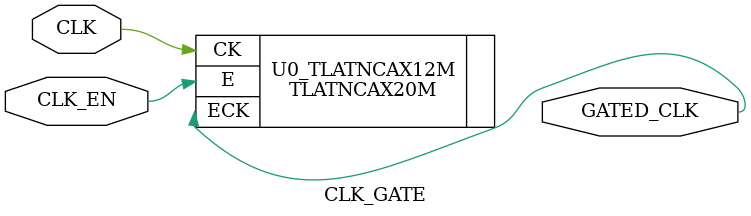
<source format=v>
/*
###############################################################
#  Generated by:      Cadence Innovus 15.20-p005_1
#  OS:                Linux x86_64(Host ID IC)
#  Generated on:      Sun Sep  4 06:39:48 2022
#  Design:            System_top
#  Command:           saveNetlist export/SYS_TOP.v
###############################################################
*/
module System_top (
	scan_clk, 
	scan_rst, 
	test_mode, 
	SE, 
	SI, 
	SO, 
	REF_CLK, 
	UART_CLK, 
	RST, 
	RX_IN, 
	TX_OUT);
   input scan_clk;
   input scan_rst;
   input test_mode;
   input SE;
   input [2:0] SI;
   output [2:0] SO;
   input REF_CLK;
   input UART_CLK;
   input RST;
   input RX_IN;
   output TX_OUT;

   // Internal wires
   wire FE_PHN53_RST_M;
   wire UART_CLK__L2_N1;
   wire UART_CLK__L1_N1;
   wire REF_CLK__L2_N1;
   wire REF_CLK__L1_N1;
   wire FE_OFN48_RST_SYNC2_M;
   wire FE_OFN47_RST_SYNC1_M;
   wire FE_OFN46_RST_SYNC1_M;
   wire FE_OFN45_SE;
   wire FE_OFN44_SE;
   wire FE_OFN43_SE;
   wire UART_CLK__L2_N0;
   wire UART_CLK__L1_N0;
   wire REF_CLK__L2_N0;
   wire REF_CLK__L1_N0;
   wire REF_CLK_M__L4_N1;
   wire REF_CLK_M__L4_N0;
   wire REF_CLK_M__L3_N0;
   wire REF_CLK_M__L2_N1;
   wire REF_CLK_M__L2_N0;
   wire REF_CLK_M__L1_N0;
   wire GATED_CLK__L1_N0;
   wire RST_M;
   wire REF_CLK_M;
   wire TX_CLK;
   wire UART_TX_CLK_M;
   wire SYNC_RST_1;
   wire RST_SYNC1_M;
   wire SYNC_RST_2;
   wire RST_SYNC2_M;
   wire Rd_VLD;
   wire ALU_vld_OUT;
   wire BUSY;
   wire TX_VLD;
   wire Rx_valid;
   wire RdEn;
   wire WrEn;
   wire Gate_En;
   wire ALU_EN;
   wire GATED_CLK;
   wire RX_OUT_V;
   wire TX_IN_V;
   wire TX_OUT_V;
   wire _1_net_;
   wire n5;
   wire n6;
   wire n11;
   wire n12;
   wire n13;
   wire [7:0] RdData;
   wire [15:0] ALU_OUT;
   wire [7:0] TX_IN;
   wire [7:0] RX_out;
   wire [7:0] Address;
   wire [7:0] WrData;
   wire [7:0] ALU_FUNC;
   wire [7:0] Reg_0;
   wire [7:0] Reg_1;
   wire [7:0] Reg_2_top;
   wire [7:0] Reg_3_top;
   wire [7:0] RX_OUT_P;
   wire [7:0] TX_IN_P;
   wire SYNOPSYS_UNCONNECTED__0;
   wire SYNOPSYS_UNCONNECTED__1;
   wire SYNOPSYS_UNCONNECTED__2;
   wire SYNOPSYS_UNCONNECTED__3;
   wire SYNOPSYS_UNCONNECTED__4;
   wire SYNOPSYS_UNCONNECTED__5;
   wire SYNOPSYS_UNCONNECTED__6;
   wire SYNOPSYS_UNCONNECTED__7;
   wire SYNOPSYS_UNCONNECTED__8;
   wire SYNOPSYS_UNCONNECTED__9;
   wire SYNOPSYS_UNCONNECTED__10;
   wire SYNOPSYS_UNCONNECTED__11;
   wire SYNOPSYS_UNCONNECTED__12;

   DLY4X1M FE_PHC53_RST_M (.A(RST_M),
	.Y(FE_PHN53_RST_M));
   CLKINVX32M UART_CLK__L2_I1 (.A(UART_CLK__L1_N1),
	.Y(UART_CLK__L2_N1));
   CLKINVX40M UART_CLK__L1_I1 (.A(UART_CLK),
	.Y(UART_CLK__L1_N1));
   CLKINVX32M REF_CLK__L2_I1 (.A(REF_CLK__L1_N1),
	.Y(REF_CLK__L2_N1));
   CLKINVX40M REF_CLK__L1_I1 (.A(REF_CLK),
	.Y(REF_CLK__L1_N1));
   BUFX32M FE_OFC48_RST_SYNC2_M (.A(RST_SYNC2_M),
	.Y(FE_OFN48_RST_SYNC2_M));
   BUFX32M FE_OFC47_RST_SYNC1_M (.A(FE_OFN46_RST_SYNC1_M),
	.Y(FE_OFN47_RST_SYNC1_M));
   BUFX32M FE_OFC46_RST_SYNC1_M (.A(RST_SYNC1_M),
	.Y(FE_OFN46_RST_SYNC1_M));
   CLKBUFX6M FE_OFC45_SE (.A(FE_OFN43_SE),
	.Y(FE_OFN45_SE));
   CLKBUFX6M FE_OFC44_SE (.A(FE_OFN43_SE),
	.Y(FE_OFN44_SE));
   BUFX4M FE_OFC43_SE (.A(SE),
	.Y(FE_OFN43_SE));
   CLKINVX32M UART_CLK__L2_I0 (.A(UART_CLK__L1_N0),
	.Y(UART_CLK__L2_N0));
   CLKINVX40M UART_CLK__L1_I0 (.A(UART_CLK__L2_N1),
	.Y(UART_CLK__L1_N0));
   CLKINVX32M REF_CLK__L2_I0 (.A(REF_CLK__L1_N0),
	.Y(REF_CLK__L2_N0));
   CLKINVX40M REF_CLK__L1_I0 (.A(REF_CLK__L2_N1),
	.Y(REF_CLK__L1_N0));
   CLKINVX40M REF_CLK_M__L4_I1 (.A(REF_CLK_M__L3_N0),
	.Y(REF_CLK_M__L4_N1));
   CLKINVX40M REF_CLK_M__L4_I0 (.A(REF_CLK_M__L3_N0),
	.Y(REF_CLK_M__L4_N0));
   CLKINVX32M REF_CLK_M__L3_I0 (.A(REF_CLK_M__L2_N1),
	.Y(REF_CLK_M__L3_N0));
   CLKBUFX20M REF_CLK_M__L2_I1 (.A(REF_CLK_M__L1_N0),
	.Y(REF_CLK_M__L2_N1));
   CLKBUFX40M REF_CLK_M__L2_I0 (.A(REF_CLK_M__L1_N0),
	.Y(REF_CLK_M__L2_N0));
   CLKBUFX24M REF_CLK_M__L1_I0 (.A(REF_CLK_M),
	.Y(REF_CLK_M__L1_N0));
   CLKBUFX32M GATED_CLK__L1_I0 (.A(GATED_CLK),
	.Y(GATED_CLK__L1_N0));
   OR2X2M U3 (.A(Gate_En),
	.B(test_mode),
	.Y(_1_net_));
   MUX2_4 u_RST_MUX2 (.IN0(RST),
	.IN1(scan_rst),
	.SL(test_mode),
	.MUX_out(RST_M));
   MUX2_3 u_REF_CLK_MUX2 (.IN0(REF_CLK__L2_N0),
	.IN1(scan_clk),
	.SL(test_mode),
	.MUX_out(REF_CLK_M));
   MUX2_2 u_UART_TX_CLK_MUX2 (.IN0(TX_CLK),
	.IN1(scan_clk),
	.SL(test_mode),
	.MUX_out(UART_TX_CLK_M));
   MUX2_1 u_RST_SYNC1_MUX2 (.IN0(SYNC_RST_1),
	.IN1(scan_rst),
	.SL(test_mode),
	.MUX_out(RST_SYNC1_M));
   MUX2_0 u_RST_SYNC2_MUX2 (.IN0(SYNC_RST_2),
	.IN1(scan_rst),
	.SL(test_mode),
	.MUX_out(RST_SYNC2_M));
   SYS_CTRL_test_1 u_SYS_CTRL (.CLK(REF_CLK_M__L4_N1),
	.RST(FE_OFN46_RST_SYNC1_M),
	.Rd_D(RdData),
	.Rd_D_VLD(Rd_VLD),
	.ALU_OUT(ALU_OUT),
	.ALU_VLD(ALU_vld_OUT),
	.BUSY(BUSY),
	.TX_VLD(TX_VLD),
	.TX_IN(TX_IN),
	.Rx_valid(Rx_valid),
	.RX_out(RX_out),
	.RdEn(RdEn),
	.Addr({ SYNOPSYS_UNCONNECTED__0,
		SYNOPSYS_UNCONNECTED__1,
		SYNOPSYS_UNCONNECTED__2,
		SYNOPSYS_UNCONNECTED__3,
		Address[3],
		Address[2],
		Address[1],
		Address[0] }),
	.WrEn(WrEn),
	.Gate_En(Gate_En),
	.Wr_D(WrData),
	.Func({ SYNOPSYS_UNCONNECTED__4,
		SYNOPSYS_UNCONNECTED__5,
		SYNOPSYS_UNCONNECTED__6,
		SYNOPSYS_UNCONNECTED__7,
		ALU_FUNC[3],
		ALU_FUNC[2],
		ALU_FUNC[1],
		ALU_FUNC[0] }),
	.ALU_EN(ALU_EN),
	.test_si(TX_IN_P[7]),
	.test_so(n5),
	.test_se(FE_OFN45_SE),
	.p1(FE_OFN45_SE),
	.p2(FE_OFN43_SE),
	.p3(FE_OFN46_RST_SYNC1_M),
	.p4(FE_OFN45_SE),
	.REF_CLK_M__L4_N0(REF_CLK_M__L4_N0),
	.p5(FE_OFN45_SE),
	.p6(FE_OFN47_RST_SYNC1_M),
	.p7(FE_OFN47_RST_SYNC1_M));
   REG_FILE_00000008_00000010_test_1 u_REG_FILE (.WrData(WrData),
	.Address({ Address[3],
		Address[2],
		Address[1],
		Address[0] }),
	.WrEn(WrEn),
	.RdEn(RdEn),
	.CLK(REF_CLK_M__L4_N1),
	.RST(FE_OFN46_RST_SYNC1_M),
	.RdData(RdData),
	.Rd_VLD(Rd_VLD),
	.Reg_0(Reg_0),
	.Reg_1(Reg_1),
	.Reg_2({ SYNOPSYS_UNCONNECTED__8,
		Reg_2_top[6],
		Reg_2_top[5],
		Reg_2_top[4],
		Reg_2_top[3],
		Reg_2_top[2],
		Reg_2_top[1],
		Reg_2_top[0] }),
	.Reg_3({ SYNOPSYS_UNCONNECTED__9,
		SYNOPSYS_UNCONNECTED__10,
		SYNOPSYS_UNCONNECTED__11,
		SYNOPSYS_UNCONNECTED__12,
		Reg_3_top[3],
		Reg_3_top[2],
		Reg_3_top[1],
		Reg_3_top[0] }),
	.test_si3(SI[0]),
	.test_si2(SI[1]),
	.test_si1(n11),
	.test_so3(n6),
	.test_so2(SO[1]),
	.test_so1(SO[2]),
	.test_se(SE),
	.p1(FE_OFN43_SE),
	.p2(SE),
	.p3(FE_OFN43_SE),
	.p4(FE_OFN46_RST_SYNC1_M),
	.p5(FE_OFN46_RST_SYNC1_M),
	.p6(SE),
	.p7(SE),
	.p8(SE),
	.p9(SE),
	.p10(SE),
	.p11(SE),
	.p12(FE_OFN46_RST_SYNC1_M),
	.p13(FE_OFN46_RST_SYNC1_M),
	.p14(FE_OFN46_RST_SYNC1_M),
	.p15(FE_OFN46_RST_SYNC1_M),
	.REF_CLK_M__L4_N0(REF_CLK_M__L4_N0),
	.p16(FE_OFN43_SE),
	.p17(FE_OFN43_SE),
	.p18(FE_OFN43_SE),
	.p19(FE_OFN43_SE),
	.p20(FE_OFN43_SE),
	.p21(FE_OFN43_SE),
	.p22(FE_OFN43_SE),
	.p23(FE_OFN43_SE),
	.p24(FE_OFN44_SE),
	.p25(FE_OFN45_SE),
	.p26(FE_OFN45_SE),
	.p27(FE_OFN47_RST_SYNC1_M),
	.p28(FE_OFN47_RST_SYNC1_M),
	.p29(FE_OFN47_RST_SYNC1_M),
	.p30(FE_OFN47_RST_SYNC1_M));
   ALU_TOP_00000008_test_1 u_ALU_TOP (.A(Reg_0),
	.B(Reg_1),
	.ALU_FUNC({ ALU_FUNC[3],
		ALU_FUNC[2],
		ALU_FUNC[1],
		ALU_FUNC[0] }),
	.CLK(GATED_CLK__L1_N0),
	.ALU_EN(ALU_EN),
	.ALU_vld_OUT(ALU_vld_OUT),
	.ALU_OUT(ALU_OUT),
	.test_si(n13),
	.test_so(n12),
	.test_se(FE_OFN45_SE));
   UART_00000008_00000005_test_1 u_UART (.RST(RST_SYNC2_M),
	.TX_CLK(UART_TX_CLK_M),
	.RX_CLK(REF_CLK_M__L4_N0),
	.RX_IN_S(RX_IN),
	.RX_OUT_P(RX_OUT_P),
	.RX_OUT_V(RX_OUT_V),
	.TX_IN_P(TX_IN_P),
	.TX_IN_V(TX_IN_V),
	.TX_OUT_S(TX_OUT),
	.TX_OUT_V(TX_OUT_V),
	.Prescale({ Reg_2_top[6],
		Reg_2_top[5],
		Reg_2_top[4],
		Reg_2_top[3],
		Reg_2_top[2] }),
	.parity_enable(Reg_2_top[0]),
	.parity_type(Reg_2_top[1]),
	.test_si(n5),
	.test_so(SO[0]),
	.test_se(SE),
	.p1(FE_OFN44_SE),
	.p2(FE_OFN48_RST_SYNC2_M));
   DATA_SYNC_00000002_00000008_test_1 u_SYSCTRL_2_TX_DATA_SYNC (.Unsync_bus(TX_IN),
	.bus_enable(TX_VLD),
	.CLK(UART_TX_CLK_M),
	.RST(FE_OFN48_RST_SYNC2_M),
	.sync_bus(TX_IN_P),
	.enable_pulse(TX_IN_V),
	.test_si(RX_out[7]),
	.test_se(FE_OFN44_SE));
   DATA_SYNC_00000002_00000008_test_0 u_RX_2_SYSCTRL_DATA_SYNC (.Unsync_bus(RX_OUT_P),
	.bus_enable(RX_OUT_V),
	.CLK(REF_CLK_M__L4_N0),
	.RST(FE_OFN48_RST_SYNC2_M),
	.sync_bus(RX_out),
	.enable_pulse(Rx_valid),
	.test_si(SYNC_RST_1),
	.test_se(FE_OFN44_SE));
   BIT_SYNC_00000002_test_1 u_BIT_SYNC (.ASYNC(TX_OUT_V),
	.RST(FE_OFN48_RST_SYNC2_M),
	.CLK(REF_CLK_M__L4_N0),
	.SYNC(BUSY),
	.test_si(n12),
	.test_so(n11),
	.test_se(FE_OFN45_SE),
	.p1(FE_OFN45_SE));
   RST_SYNC_00000002_test_0 u_RST_1_SYNC (.RST(FE_PHN53_RST_M),
	.CLK(REF_CLK_M__L4_N0),
	.SYNC_RST(SYNC_RST_1),
	.test_si(n6),
	.test_se(SE));
   RST_SYNC_00000002_0 u_RST_2_SYNC (.RST(RST_M),
	.CLK(UART_CLK__L2_N0),
	.SYNC_RST(SYNC_RST_2));
   ClkDiv_00000004_test_1 U0_ClkDiv (.i_ref_clk(REF_CLK_M),
	.i_rst(FE_OFN48_RST_SYNC2_M),
	.i_div_ratio({ Reg_3_top[3],
		Reg_3_top[2],
		Reg_3_top[1],
		Reg_3_top[0] }),
	.o_div_clk(TX_CLK),
	.test_si(SI[2]),
	.test_so(n13),
	.test_se(FE_OFN44_SE),
	.p1(FE_OFN48_RST_SYNC2_M),
	.p2(FE_OFN48_RST_SYNC2_M));
   CLK_GATE u_CLK_GATE (.CLK_EN(_1_net_),
	.CLK(REF_CLK_M__L2_N0),
	.GATED_CLK(GATED_CLK));
endmodule

/////////////////////////////////////////////////////////////
// Created by: Synopsys DC Expert(TM) in wire load mode
// Version   : K-2015.06
// Date      : Sun Sep  4 03:28:42 2022
/////////////////////////////////////////////////////////////
module MUX2_4 (
	IN0, 
	IN1, 
	SL, 
	MUX_out);
   input IN0;
   input IN1;
   input SL;
   output MUX_out;

   MX2X2M U1 (.S0(SL),
	.B(IN1),
	.A(IN0),
	.Y(MUX_out));
endmodule

module MUX2_3 (
	IN0, 
	IN1, 
	SL, 
	MUX_out);
   input IN0;
   input IN1;
   input SL;
   output MUX_out;

   MX2X8M U1 (.S0(SL),
	.B(IN1),
	.A(IN0),
	.Y(MUX_out));
endmodule

module MUX2_2 (
	IN0, 
	IN1, 
	SL, 
	MUX_out);
   input IN0;
   input IN1;
   input SL;
   output MUX_out;

   MX2X12M U1 (.S0(SL),
	.B(IN1),
	.A(IN0),
	.Y(MUX_out));
endmodule

module MUX2_1 (
	IN0, 
	IN1, 
	SL, 
	MUX_out);
   input IN0;
   input IN1;
   input SL;
   output MUX_out;

   AO2B2X2M U1 (.A0(IN0),
	.A1N(SL),
	.B0(SL),
	.B1(IN1),
	.Y(MUX_out));
endmodule

module MUX2_0 (
	IN0, 
	IN1, 
	SL, 
	MUX_out);
   input IN0;
   input IN1;
   input SL;
   output MUX_out;

   AO2B2X2M U1 (.A0(IN0),
	.A1N(SL),
	.B0(SL),
	.B1(IN1),
	.Y(MUX_out));
endmodule

module FSM_1_SYS_CTRL_test_1 (
	CLK, 
	RST, 
	Rx_valid, 
	RX_out, 
	RdEn, 
	Addr, 
	WrEn, 
	Gate_En, 
	Wr_D, 
	Func, 
	ALU_EN, 
	test_si, 
	test_so, 
	test_se, 
	p1, 
	p2, 
	p3, 
	REF_CLK_M__L4_N0, 
	p4, 
	p5, 
	p6);
   input CLK;
   input RST;
   input Rx_valid;
   input [7:0] RX_out;
   output RdEn;
   output [7:0] Addr;
   output WrEn;
   output Gate_En;
   output [7:0] Wr_D;
   output [7:0] Func;
   output ALU_EN;
   input test_si;
   output test_so;
   input test_se;
   input p1;
   input p2;
   input p3;
   input REF_CLK_M__L4_N0;
   input p4;
   input p5;
   input p6;

   // Internal wires
   wire n20;
   wire n21;
   wire n22;
   wire n23;
   wire n24;
   wire n25;
   wire n26;
   wire n27;
   wire n28;
   wire n29;
   wire n30;
   wire n31;
   wire n32;
   wire n33;
   wire n34;
   wire n35;
   wire n36;
   wire n37;
   wire n38;
   wire n39;
   wire n40;
   wire n41;
   wire n42;
   wire n43;
   wire n44;
   wire n45;
   wire n46;
   wire n47;
   wire n48;
   wire n49;
   wire n50;
   wire n51;
   wire n59;
   wire n60;
   wire n61;
   wire n62;
   wire n63;
   wire n64;
   wire n65;
   wire n66;
   wire [7:0] Addr_reg;
   wire [2:0] current_state;
   wire [2:0] next_state;

   assign test_so = current_state[2] ;

   SDFFRQX1M \current_state_reg[0]  (.SI(Addr_reg[7]),
	.SE(test_se),
	.D(next_state[0]),
	.CK(REF_CLK_M__L4_N0),
	.RN(RST),
	.Q(current_state[0]));
   SDFFRQX1M \Addr_reg_reg[7]  (.SI(Addr_reg[6]),
	.SE(test_se),
	.D(Addr[7]),
	.CK(REF_CLK_M__L4_N0),
	.RN(RST),
	.Q(Addr_reg[7]));
   SDFFRQX1M \Addr_reg_reg[6]  (.SI(Addr_reg[5]),
	.SE(test_se),
	.D(Addr[6]),
	.CK(REF_CLK_M__L4_N0),
	.RN(RST),
	.Q(Addr_reg[6]));
   SDFFRQX1M \Addr_reg_reg[5]  (.SI(Addr_reg[4]),
	.SE(test_se),
	.D(Addr[5]),
	.CK(REF_CLK_M__L4_N0),
	.RN(RST),
	.Q(Addr_reg[5]));
   SDFFRQX1M \Addr_reg_reg[4]  (.SI(Addr_reg[3]),
	.SE(p1),
	.D(Addr[4]),
	.CK(REF_CLK_M__L4_N0),
	.RN(RST),
	.Q(Addr_reg[4]));
   SDFFRQX1M \Addr_reg_reg[3]  (.SI(Addr_reg[2]),
	.SE(p1),
	.D(Addr[3]),
	.CK(CLK),
	.RN(p2),
	.Q(Addr_reg[3]));
   SDFFRQX1M \Addr_reg_reg[2]  (.SI(Addr_reg[1]),
	.SE(p4),
	.D(Addr[2]),
	.CK(CLK),
	.RN(p2),
	.Q(Addr_reg[2]));
   SDFFRQX1M \Addr_reg_reg[1]  (.SI(Addr_reg[0]),
	.SE(p4),
	.D(Addr[1]),
	.CK(CLK),
	.RN(p5),
	.Q(Addr_reg[1]));
   SDFFRQX1M \Addr_reg_reg[0]  (.SI(test_si),
	.SE(p4),
	.D(Addr[0]),
	.CK(REF_CLK_M__L4_N0),
	.RN(p6),
	.Q(Addr_reg[0]));
   SDFFRQX1M \current_state_reg[1]  (.SI(n65),
	.SE(p3),
	.D(next_state[1]),
	.CK(REF_CLK_M__L4_N0),
	.RN(RST),
	.Q(current_state[1]));
   SDFFRQX2M \current_state_reg[2]  (.SI(n66),
	.SE(p3),
	.D(next_state[2]),
	.CK(REF_CLK_M__L4_N0),
	.RN(RST),
	.Q(current_state[2]));
   NOR2X4M U14 (.A(n42),
	.B(n49),
	.Y(Func[1]));
   OAI2BB2X1M U15 (.A0N(Addr_reg[2]),
	.A1N(n45),
	.B0(n64),
	.B1(n41),
	.Y(Addr[2]));
   OAI2BB2X1M U16 (.A0N(Addr_reg[3]),
	.A1N(n45),
	.B0(n64),
	.B1(n40),
	.Y(Addr[3]));
   NOR2X2M U28 (.A(n49),
	.B(n60),
	.Y(ALU_EN));
   OAI211X2M U29 (.A0(n64),
	.A1(n43),
	.B0(n50),
	.C0(n47),
	.Y(Addr[0]));
   OAI2BB2X1M U30 (.A0N(Addr_reg[1]),
	.A1N(n45),
	.B0(n64),
	.B1(n42),
	.Y(Addr[1]));
   NOR2X2M U31 (.A(n63),
	.B(n60),
	.Y(WrEn));
   NOR2X2M U34 (.A(n41),
	.B(n49),
	.Y(Func[2]));
   NOR2X2M U35 (.A(n40),
	.B(n49),
	.Y(Func[3]));
   INVX2M U36 (.A(Rx_valid),
	.Y(n60));
   NOR2X2M U37 (.A(n43),
	.B(n49),
	.Y(Func[0]));
   AOI2BB1X2M U38 (.A0N(n20),
	.A1N(n60),
	.B0(ALU_EN),
	.Y(n47));
   OAI211X2M U39 (.A0(n60),
	.A1(n46),
	.B0(n29),
	.C0(n59),
	.Y(RdEn));
   INVX2M U40 (.A(ALU_EN),
	.Y(n59));
   NAND2BX2M U41 (.AN(n33),
	.B(n24),
	.Y(n29));
   INVX2M U42 (.A(n44),
	.Y(n63));
   NAND3BX2M U43 (.AN(n45),
	.B(n20),
	.C(n21),
	.Y(n44));
   NOR2X2M U44 (.A(n63),
	.B(n43),
	.Y(Wr_D[0]));
   NOR2X2M U45 (.A(n63),
	.B(n42),
	.Y(Wr_D[1]));
   NOR2X2M U46 (.A(n63),
	.B(n41),
	.Y(Wr_D[2]));
   NOR2X2M U47 (.A(n63),
	.B(n40),
	.Y(Wr_D[3]));
   NOR2X2M U48 (.A(n63),
	.B(n36),
	.Y(Wr_D[7]));
   NOR2X2M U49 (.A(n63),
	.B(n39),
	.Y(Wr_D[4]));
   NOR2X2M U50 (.A(n63),
	.B(n38),
	.Y(Wr_D[5]));
   NOR2X2M U51 (.A(n63),
	.B(n37),
	.Y(Wr_D[6]));
   NAND3X2M U52 (.A(current_state[2]),
	.B(current_state[0]),
	.C(current_state[1]),
	.Y(n49));
   NAND2X2M U53 (.A(RX_out[2]),
	.B(Rx_valid),
	.Y(n41));
   NAND2X2M U54 (.A(RX_out[3]),
	.B(Rx_valid),
	.Y(n40));
   NAND2X2M U56 (.A(Addr_reg[0]),
	.B(n45),
	.Y(n50));
   INVX2M U57 (.A(n51),
	.Y(n64));
   OAI31X1M U58 (.A0(n66),
	.A1(current_state[2]),
	.A2(current_state[0]),
	.B0(n46),
	.Y(n51));
   NAND3X2M U59 (.A(current_state[2]),
	.B(n65),
	.C(current_state[1]),
	.Y(n20));
   NAND3X2M U60 (.A(n65),
	.B(n66),
	.C(current_state[2]),
	.Y(n46));
   INVX2M U61 (.A(current_state[0]),
	.Y(n65));
   INVX2M U62 (.A(current_state[1]),
	.Y(n66));
   NOR3X2M U64 (.A(n65),
	.B(current_state[2]),
	.C(n66),
	.Y(n45));
   NOR4BX1M U65 (.AN(RX_out[3]),
	.B(n36),
	.C(n32),
	.D(current_state[0]),
	.Y(n24));
   NAND3X2M U66 (.A(current_state[0]),
	.B(n66),
	.C(current_state[2]),
	.Y(n21));
   NAND2X2M U67 (.A(RX_out[1]),
	.B(Rx_valid),
	.Y(n42));
   NAND2X2M U68 (.A(RX_out[0]),
	.B(Rx_valid),
	.Y(n43));
   NAND2X2M U69 (.A(Rx_valid),
	.B(RX_out[7]),
	.Y(n36));
   NAND4X2M U70 (.A(RX_out[2]),
	.B(RX_out[4]),
	.C(RX_out[6]),
	.D(n48),
	.Y(n33));
   NOR3X2M U71 (.A(n62),
	.B(RX_out[5]),
	.C(RX_out[1]),
	.Y(n48));
   INVX2M U72 (.A(RX_out[0]),
	.Y(n62));
   OR2X2M U73 (.A(current_state[2]),
	.B(current_state[1]),
	.Y(n32));
   NAND4X2M U74 (.A(RX_out[5]),
	.B(RX_out[1]),
	.C(n30),
	.D(n24),
	.Y(n26));
   NOR2X2M U75 (.A(RX_out[6]),
	.B(RX_out[2]),
	.Y(n30));
   OAI211X2M U76 (.A0(n60),
	.A1(n21),
	.B0(n27),
	.C0(n61),
	.Y(next_state[1]));
   OAI21X2M U77 (.A0(n65),
	.A1(n60),
	.B0(current_state[1]),
	.Y(n27));
   INVX2M U78 (.A(n28),
	.Y(n61));
   OAI31X1M U79 (.A0(RX_out[0]),
	.A1(RX_out[4]),
	.A2(n26),
	.B0(n29),
	.Y(n28));
   OAI2BB2X1M U80 (.A0N(Addr_reg[4]),
	.A1N(n45),
	.B0(n64),
	.B1(n39),
	.Y(Addr[4]));
   OAI2BB2X1M U81 (.A0N(Addr_reg[5]),
	.A1N(n45),
	.B0(n64),
	.B1(n38),
	.Y(Addr[5]));
   OAI2BB2X1M U82 (.A0N(Addr_reg[6]),
	.A1N(n45),
	.B0(n64),
	.B1(n37),
	.Y(Addr[6]));
   OAI2BB2X1M U83 (.A0N(Addr_reg[7]),
	.A1N(n45),
	.B0(n64),
	.B1(n36),
	.Y(Addr[7]));
   NAND2X2M U84 (.A(n33),
	.B(n34),
	.Y(n25));
   NAND4X2M U85 (.A(RX_out[2]),
	.B(n62),
	.C(RX_out[6]),
	.D(n35),
	.Y(n34));
   NOR3X2M U86 (.A(RX_out[1]),
	.B(RX_out[5]),
	.C(RX_out[4]),
	.Y(n35));
   NAND2X2M U87 (.A(n47),
	.B(n29),
	.Y(Gate_En));
   NAND4X2M U88 (.A(n20),
	.B(n21),
	.C(n22),
	.D(n23),
	.Y(next_state[2]));
   AOI22X1M U89 (.A0(n24),
	.A1(n25),
	.B0(current_state[2]),
	.B1(n60),
	.Y(n23));
   NAND3BX2M U90 (.AN(n26),
	.B(RX_out[0]),
	.C(RX_out[4]),
	.Y(n22));
   OAI2BB1X2M U91 (.A0N(n25),
	.A1N(n24),
	.B0(n31),
	.Y(next_state[0]));
   AOI33X2M U92 (.A0(n32),
	.A1(n60),
	.A2(current_state[0]),
	.B0(current_state[1]),
	.B1(n65),
	.B2(Rx_valid),
	.Y(n31));
   NAND2X2M U93 (.A(RX_out[4]),
	.B(Rx_valid),
	.Y(n39));
   NAND2X2M U94 (.A(RX_out[5]),
	.B(Rx_valid),
	.Y(n38));
   NAND2X2M U95 (.A(RX_out[6]),
	.B(Rx_valid),
	.Y(n37));
endmodule

module FSM_2_SYS_CTRL_test_1 (
	CLK, 
	RST, 
	Rd_D, 
	Rd_D_VLD, 
	ALU_OUT, 
	ALU_VLD, 
	BUSY, 
	TX_VLD, 
	TX_IN, 
	test_si, 
	test_so, 
	test_se, 
	p1);
   input CLK;
   input RST;
   input [7:0] Rd_D;
   input Rd_D_VLD;
   input [15:0] ALU_OUT;
   input ALU_VLD;
   input BUSY;
   output TX_VLD;
   output [7:0] TX_IN;
   input test_si;
   output test_so;
   input test_se;
   input p1;

   // Internal wires
   wire FE_OFN49_current_state_0_;
   wire N75;
   wire N76;
   wire N77;
   wire N78;
   wire N79;
   wire N80;
   wire N81;
   wire N82;
   wire N88;
   wire N89;
   wire N90;
   wire N91;
   wire N92;
   wire N93;
   wire N94;
   wire N95;
   wire \finish[3] ;
   wire \finish[2] ;
   wire \finish[1] ;
   wire \finish[0] ;
   wire N86;
   wire N102;
   wire n17;
   wire n18;
   wire n19;
   wire n20;
   wire n21;
   wire n22;
   wire n23;
   wire n24;
   wire n25;
   wire n26;
   wire n27;
   wire n28;
   wire n29;
   wire n30;
   wire n31;
   wire n7;
   wire n8;
   wire n9;
   wire n10;
   wire n11;
   wire n12;
   wire n13;
   wire n14;
   wire n15;
   wire n16;
   wire n32;
   wire n33;
   wire n34;
   wire n35;
   wire n36;
   wire n37;
   wire n38;
   wire n39;
   wire n40;
   wire n41;
   wire n42;
   wire n43;
   wire n44;
   wire n45;
   wire n46;
   wire n47;
   wire n48;
   wire n49;
   wire n50;
   wire n51;
   wire n52;
   wire n53;
   wire n54;
   wire n55;
   wire n59;
   wire n60;
   wire n61;
   wire n62;
   wire n63;
   wire n64;
   wire n65;
   wire n66;
   wire n67;
   wire n68;
   wire n69;
   wire n70;
   wire [2:0] current_state;
   wire [2:0] next_state;

   assign test_so = n55 ;

   BUFX2M FE_OFC49_current_state_0_ (.A(current_state[0]),
	.Y(FE_OFN49_current_state_0_));
   SDFFRQX2M \current_state_reg[1]  (.SI(FE_OFN49_current_state_0_),
	.SE(test_se),
	.D(next_state[1]),
	.CK(CLK),
	.RN(RST),
	.Q(current_state[1]));
   SDFFRQX1M \current_state_reg[0]  (.SI(test_si),
	.SE(test_se),
	.D(next_state[0]),
	.CK(CLK),
	.RN(RST),
	.Q(current_state[0]));
   SDFFRQX2M \current_state_reg[2]  (.SI(current_state[1]),
	.SE(p1),
	.D(next_state[2]),
	.CK(CLK),
	.RN(RST),
	.Q(current_state[2]));
   NOR3XLM U4 (.A(n70),
	.B(current_state[1]),
	.C(n22),
	.Y(next_state[2]));
   INVX2M U10 (.A(BUSY),
	.Y(n70));
   AOI21X2M U11 (.A0(n70),
	.A1(n59),
	.B0(n17),
	.Y(n18));
   OAI2BB1X2M U12 (.A0N(n31),
	.A1N(n69),
	.B0(n20),
	.Y(n21));
   NAND3BX2M U13 (.AN(n17),
	.B(N102),
	.C(\finish[3] ),
	.Y(n24));
   AND2X2M U14 (.A(\finish[2] ),
	.B(n18),
	.Y(\finish[3] ));
   AND2X2M U15 (.A(\finish[1] ),
	.B(n18),
	.Y(\finish[2] ));
   AND2X2M U16 (.A(\finish[0] ),
	.B(n18),
	.Y(\finish[1] ));
   INVX2M U17 (.A(N102),
	.Y(n59));
   OR2X2M U18 (.A(N86),
	.B(n17),
	.Y(\finish[0] ));
   INVX2M U19 (.A(ALU_OUT[7]),
	.Y(n67));
   INVX2M U20 (.A(ALU_OUT[1]),
	.Y(n61));
   INVX2M U21 (.A(ALU_OUT[2]),
	.Y(n62));
   INVX2M U22 (.A(ALU_OUT[3]),
	.Y(n63));
   INVX2M U23 (.A(ALU_OUT[4]),
	.Y(n64));
   INVX2M U24 (.A(ALU_OUT[5]),
	.Y(n65));
   INVX2M U25 (.A(ALU_OUT[6]),
	.Y(n66));
   INVX2M U26 (.A(ALU_OUT[0]),
	.Y(n60));
   MX2X2M U27 (.S0(FE_OFN49_current_state_0_),
	.B(N88),
	.A(ALU_OUT[0]),
	.Y(n39));
   OAI22X1M U28 (.A0(n59),
	.A1(n67),
	.B0(n70),
	.B1(n60),
	.Y(N88));
   OAI31X1M U29 (.A0(n69),
	.A1(current_state[2]),
	.A2(n23),
	.B0(n21),
	.Y(next_state[1]));
   NOR2X2M U30 (.A(BUSY),
	.B(n24),
	.Y(n23));
   NAND2BX2M U31 (.AN(Rd_D_VLD),
	.B(ALU_VLD),
	.Y(n31));
   OAI2B1X2M U32 (.A0(Rd_D_VLD),
	.A1N(n20),
	.B0(n21),
	.Y(n19));
   NOR2X2M U33 (.A(BUSY),
	.B(n19),
	.Y(N86));
   AOI21X2M U34 (.A0(n25),
	.A1(n26),
	.B0(current_state[2]),
	.Y(next_state[0]));
   NAND2X2M U35 (.A(BUSY),
	.B(current_state[1]),
	.Y(n26));
   AOI33X2M U36 (.A0(n24),
	.A1(n70),
	.A2(FE_OFN49_current_state_0_),
	.B0(n68),
	.B1(n69),
	.B2(n27),
	.Y(n25));
   NOR2BX2M U38 (.AN(n19),
	.B(BUSY),
	.Y(N102));
   NOR2BX2M U40 (.AN(Rd_D_VLD),
	.B(ALU_VLD),
	.Y(n27));
   INVX2M U41 (.A(current_state[1]),
	.Y(n69));
   NAND3X2M U42 (.A(FE_OFN49_current_state_0_),
	.B(n55),
	.C(current_state[1]),
	.Y(n17));
   NOR2X2M U43 (.A(FE_OFN49_current_state_0_),
	.B(current_state[2]),
	.Y(n20));
   CLKXOR2X2M U44 (.A(n68),
	.B(current_state[2]),
	.Y(n22));
   INVX2M U45 (.A(FE_OFN49_current_state_0_),
	.Y(n68));
   MXI3X1M U46 (.S1(current_state[1]),
	.S0(n7),
	.C(n9),
	.B(n47),
	.A(n8),
	.Y(TX_IN[0]));
   INVX2M U47 (.A(Rd_D[0]),
	.Y(n47));
   NAND2X2M U48 (.A(n39),
	.B(n55),
	.Y(n9));
   MXI3X1M U49 (.S1(current_state[1]),
	.S0(n7),
	.C(n11),
	.B(n48),
	.A(n10),
	.Y(TX_IN[1]));
   INVX2M U50 (.A(Rd_D[1]),
	.Y(n48));
   NAND2X2M U51 (.A(n40),
	.B(n55),
	.Y(n11));
   MXI3X1M U52 (.S1(current_state[1]),
	.S0(n7),
	.C(n13),
	.B(n49),
	.A(n12),
	.Y(TX_IN[2]));
   INVX2M U53 (.A(Rd_D[2]),
	.Y(n49));
   NAND2X2M U54 (.A(n41),
	.B(n55),
	.Y(n13));
   MXI3X1M U55 (.S1(current_state[1]),
	.S0(n7),
	.C(n15),
	.B(n50),
	.A(n14),
	.Y(TX_IN[3]));
   INVX2M U56 (.A(Rd_D[3]),
	.Y(n50));
   NAND2X2M U57 (.A(n42),
	.B(n55),
	.Y(n15));
   MXI3X1M U58 (.S1(current_state[1]),
	.S0(n7),
	.C(n32),
	.B(n51),
	.A(n16),
	.Y(TX_IN[4]));
   INVX2M U59 (.A(Rd_D[4]),
	.Y(n51));
   NAND2X2M U60 (.A(n43),
	.B(n55),
	.Y(n32));
   MXI3X1M U61 (.S1(current_state[1]),
	.S0(n7),
	.C(n34),
	.B(n52),
	.A(n33),
	.Y(TX_IN[5]));
   INVX2M U62 (.A(Rd_D[5]),
	.Y(n52));
   NAND2X2M U63 (.A(n44),
	.B(n55),
	.Y(n34));
   MXI3X1M U64 (.S1(current_state[1]),
	.S0(n7),
	.C(n36),
	.B(n53),
	.A(n35),
	.Y(TX_IN[6]));
   INVX2M U65 (.A(Rd_D[6]),
	.Y(n53));
   NAND2X2M U66 (.A(n45),
	.B(n55),
	.Y(n36));
   MXI3X1M U67 (.S1(current_state[1]),
	.S0(n7),
	.C(n38),
	.B(n54),
	.A(n37),
	.Y(TX_IN[7]));
   INVX2M U68 (.A(Rd_D[7]),
	.Y(n54));
   NAND2X2M U69 (.A(n46),
	.B(n55),
	.Y(n38));
   CLKXOR2X2M U70 (.A(FE_OFN49_current_state_0_),
	.B(current_state[2]),
	.Y(n7));
   OAI211X2M U71 (.A0(n28),
	.A1(n17),
	.B0(n21),
	.C0(n29),
	.Y(TX_VLD));
   NOR2X2M U72 (.A(N102),
	.B(N86),
	.Y(n28));
   AOI22X1M U73 (.A0(n30),
	.A1(n69),
	.B0(n27),
	.B1(n20),
	.Y(n29));
   OAI32X1M U74 (.A0(n55),
	.A1(FE_OFN49_current_state_0_),
	.A2(BUSY),
	.B0(current_state[2]),
	.B1(n68),
	.Y(n30));
   INVX2M U75 (.A(current_state[2]),
	.Y(n55));
   NAND2X2M U77 (.A(N75),
	.B(n55),
	.Y(n8));
   OAI2BB2X1M U78 (.A0N(Rd_D[0]),
	.A1N(n27),
	.B0(n60),
	.B1(n31),
	.Y(N75));
   NAND2X2M U79 (.A(N76),
	.B(n55),
	.Y(n10));
   OAI2BB2X1M U80 (.A0N(Rd_D[1]),
	.A1N(n27),
	.B0(n61),
	.B1(n31),
	.Y(N76));
   NAND2X2M U81 (.A(N77),
	.B(n55),
	.Y(n12));
   OAI2BB2X1M U82 (.A0N(Rd_D[2]),
	.A1N(n27),
	.B0(n62),
	.B1(n31),
	.Y(N77));
   NAND2X2M U83 (.A(N78),
	.B(n55),
	.Y(n14));
   OAI2BB2X1M U84 (.A0N(Rd_D[3]),
	.A1N(n27),
	.B0(n63),
	.B1(n31),
	.Y(N78));
   NAND2X2M U85 (.A(N79),
	.B(n55),
	.Y(n16));
   OAI2BB2X1M U86 (.A0N(Rd_D[4]),
	.A1N(n27),
	.B0(n64),
	.B1(n31),
	.Y(N79));
   NAND2X2M U87 (.A(N80),
	.B(n55),
	.Y(n33));
   OAI2BB2X1M U88 (.A0N(Rd_D[5]),
	.A1N(n27),
	.B0(n65),
	.B1(n31),
	.Y(N80));
   NAND2X2M U89 (.A(N81),
	.B(n55),
	.Y(n35));
   OAI2BB2X1M U90 (.A0N(Rd_D[6]),
	.A1N(n27),
	.B0(n66),
	.B1(n31),
	.Y(N81));
   NAND2X2M U91 (.A(N82),
	.B(n55),
	.Y(n37));
   OAI2BB2X1M U92 (.A0N(Rd_D[7]),
	.A1N(n27),
	.B0(n67),
	.B1(n31),
	.Y(N82));
   MX2X2M U93 (.S0(FE_OFN49_current_state_0_),
	.B(N89),
	.A(ALU_OUT[1]),
	.Y(n40));
   OAI2BB2X1M U94 (.A0N(ALU_OUT[8]),
	.A1N(N102),
	.B0(n70),
	.B1(n61),
	.Y(N89));
   MX2X2M U95 (.S0(FE_OFN49_current_state_0_),
	.B(N90),
	.A(ALU_OUT[2]),
	.Y(n41));
   OAI2BB2X1M U96 (.A0N(ALU_OUT[9]),
	.A1N(N102),
	.B0(n70),
	.B1(n62),
	.Y(N90));
   MX2X2M U97 (.S0(FE_OFN49_current_state_0_),
	.B(N91),
	.A(ALU_OUT[3]),
	.Y(n42));
   OAI2BB2X1M U98 (.A0N(ALU_OUT[10]),
	.A1N(N102),
	.B0(n70),
	.B1(n63),
	.Y(N91));
   MX2X2M U99 (.S0(FE_OFN49_current_state_0_),
	.B(N92),
	.A(ALU_OUT[4]),
	.Y(n43));
   OAI2BB2X1M U100 (.A0N(ALU_OUT[11]),
	.A1N(N102),
	.B0(n70),
	.B1(n64),
	.Y(N92));
   MX2X2M U101 (.S0(FE_OFN49_current_state_0_),
	.B(N93),
	.A(ALU_OUT[5]),
	.Y(n44));
   OAI2BB2X1M U102 (.A0N(ALU_OUT[12]),
	.A1N(N102),
	.B0(n70),
	.B1(n65),
	.Y(N93));
   MX2X2M U103 (.S0(FE_OFN49_current_state_0_),
	.B(N94),
	.A(ALU_OUT[6]),
	.Y(n45));
   OAI2BB2X1M U104 (.A0N(ALU_OUT[13]),
	.A1N(N102),
	.B0(n70),
	.B1(n66),
	.Y(N94));
   MX2X2M U105 (.S0(FE_OFN49_current_state_0_),
	.B(N95),
	.A(ALU_OUT[7]),
	.Y(n46));
   OAI2BB2X1M U106 (.A0N(ALU_OUT[14]),
	.A1N(N102),
	.B0(n70),
	.B1(n67),
	.Y(N95));
endmodule

module SYS_CTRL_test_1 (
	CLK, 
	RST, 
	Rd_D, 
	Rd_D_VLD, 
	ALU_OUT, 
	ALU_VLD, 
	BUSY, 
	TX_VLD, 
	TX_IN, 
	Rx_valid, 
	RX_out, 
	RdEn, 
	Addr, 
	WrEn, 
	Gate_En, 
	Wr_D, 
	Func, 
	ALU_EN, 
	test_si, 
	test_so, 
	test_se, 
	p1, 
	p2, 
	p3, 
	p4, 
	REF_CLK_M__L4_N0, 
	p5, 
	p6, 
	p7);
   input CLK;
   input RST;
   input [7:0] Rd_D;
   input Rd_D_VLD;
   input [15:0] ALU_OUT;
   input ALU_VLD;
   input BUSY;
   output TX_VLD;
   output [7:0] TX_IN;
   input Rx_valid;
   input [7:0] RX_out;
   output RdEn;
   output [7:0] Addr;
   output WrEn;
   output Gate_En;
   output [7:0] Wr_D;
   output [7:0] Func;
   output ALU_EN;
   input test_si;
   output test_so;
   input test_se;
   input p1;
   input p2;
   input p3;
   input p4;
   input REF_CLK_M__L4_N0;
   input p5;
   input p6;
   input p7;

   // Internal wires
   wire n2;
   wire SYNOPSYS_UNCONNECTED__0;
   wire SYNOPSYS_UNCONNECTED__1;
   wire SYNOPSYS_UNCONNECTED__2;
   wire SYNOPSYS_UNCONNECTED__3;

   FSM_1_SYS_CTRL_test_1 u_FSM_1_SYS_CTRL (.CLK(CLK),
	.RST(RST),
	.Rx_valid(Rx_valid),
	.RX_out(RX_out),
	.RdEn(RdEn),
	.Addr(Addr),
	.WrEn(WrEn),
	.Gate_En(Gate_En),
	.Wr_D(Wr_D),
	.Func({ SYNOPSYS_UNCONNECTED__0,
		SYNOPSYS_UNCONNECTED__1,
		SYNOPSYS_UNCONNECTED__2,
		SYNOPSYS_UNCONNECTED__3,
		Func[3],
		Func[2],
		Func[1],
		Func[0] }),
	.ALU_EN(ALU_EN),
	.test_si(test_si),
	.test_so(n2),
	.test_se(test_se),
	.p1(p2),
	.p2(p3),
	.p3(p4),
	.REF_CLK_M__L4_N0(REF_CLK_M__L4_N0),
	.p4(p5),
	.p5(p6),
	.p6(p7));
   FSM_2_SYS_CTRL_test_1 u_FSM_2_SYS_CTRL (.CLK(REF_CLK_M__L4_N0),
	.RST(RST),
	.Rd_D(Rd_D),
	.Rd_D_VLD(Rd_D_VLD),
	.ALU_OUT(ALU_OUT),
	.ALU_VLD(ALU_VLD),
	.BUSY(BUSY),
	.TX_VLD(TX_VLD),
	.TX_IN(TX_IN),
	.test_si(n2),
	.test_so(test_so),
	.test_se(p4),
	.p1(p1));
endmodule

module REG_FILE_00000008_00000010_test_1 (
	WrData, 
	Address, 
	WrEn, 
	RdEn, 
	CLK, 
	RST, 
	RdData, 
	Rd_VLD, 
	Reg_0, 
	Reg_1, 
	Reg_2, 
	Reg_3, 
	test_si3, 
	test_si2, 
	test_si1, 
	test_so3, 
	test_so2, 
	test_so1, 
	test_se, 
	p1, 
	p2, 
	p3, 
	p4, 
	p5, 
	p6, 
	p7, 
	p8, 
	p9, 
	p10, 
	p11, 
	p12, 
	p13, 
	p14, 
	p15, 
	REF_CLK_M__L4_N0, 
	p16, 
	p17, 
	p18, 
	p19, 
	p20, 
	p21, 
	p22, 
	p23, 
	p24, 
	p25, 
	p26, 
	p27, 
	p28, 
	p29, 
	p30);
   input [7:0] WrData;
   input [3:0] Address;
   input WrEn;
   input RdEn;
   input CLK;
   input RST;
   output [7:0] RdData;
   output Rd_VLD;
   output [7:0] Reg_0;
   output [7:0] Reg_1;
   output [7:0] Reg_2;
   output [7:0] Reg_3;
   input test_si3;
   input test_si2;
   input test_si1;
   output test_so3;
   output test_so2;
   output test_so1;
   input test_se;
   input p1;
   input p2;
   input p3;
   input p4;
   input p5;
   input p6;
   input p7;
   input p8;
   input p9;
   input p10;
   input p11;
   input p12;
   input p13;
   input p14;
   input p15;
   input REF_CLK_M__L4_N0;
   input p16;
   input p17;
   input p18;
   input p19;
   input p20;
   input p21;
   input p22;
   input p23;
   input p24;
   input p25;
   input p26;
   input p27;
   input p28;
   input p29;
   input p30;

   // Internal wires
   wire FE_OFN39_SO_1_;
   wire FE_OFN37_SO_2_;
   wire \Reg_File[15][7] ;
   wire \Reg_File[15][6] ;
   wire \Reg_File[15][5] ;
   wire \Reg_File[15][4] ;
   wire \Reg_File[15][2] ;
   wire \Reg_File[15][1] ;
   wire \Reg_File[15][0] ;
   wire \Reg_File[14][7] ;
   wire \Reg_File[14][6] ;
   wire \Reg_File[14][5] ;
   wire \Reg_File[14][4] ;
   wire \Reg_File[14][3] ;
   wire \Reg_File[14][2] ;
   wire \Reg_File[14][1] ;
   wire \Reg_File[14][0] ;
   wire \Reg_File[11][7] ;
   wire \Reg_File[11][6] ;
   wire \Reg_File[11][5] ;
   wire \Reg_File[11][4] ;
   wire \Reg_File[11][3] ;
   wire \Reg_File[11][2] ;
   wire \Reg_File[11][1] ;
   wire \Reg_File[11][0] ;
   wire \Reg_File[10][7] ;
   wire \Reg_File[10][6] ;
   wire \Reg_File[10][5] ;
   wire \Reg_File[10][4] ;
   wire \Reg_File[10][3] ;
   wire \Reg_File[10][2] ;
   wire \Reg_File[10][1] ;
   wire \Reg_File[10][0] ;
   wire \Reg_File[5][7] ;
   wire \Reg_File[5][6] ;
   wire \Reg_File[5][5] ;
   wire \Reg_File[5][4] ;
   wire \Reg_File[5][3] ;
   wire \Reg_File[5][2] ;
   wire \Reg_File[5][1] ;
   wire \Reg_File[5][0] ;
   wire \Reg_File[4][7] ;
   wire \Reg_File[4][6] ;
   wire \Reg_File[4][5] ;
   wire \Reg_File[4][4] ;
   wire \Reg_File[4][3] ;
   wire \Reg_File[4][1] ;
   wire \Reg_File[4][0] ;
   wire N109;
   wire n138;
   wire n139;
   wire n140;
   wire n141;
   wire n142;
   wire n143;
   wire n144;
   wire n145;
   wire n146;
   wire n147;
   wire n148;
   wire n149;
   wire n150;
   wire n151;
   wire n152;
   wire n153;
   wire n154;
   wire n155;
   wire n156;
   wire n157;
   wire n158;
   wire n159;
   wire n160;
   wire n161;
   wire n162;
   wire n163;
   wire n164;
   wire n165;
   wire n166;
   wire n167;
   wire n168;
   wire n169;
   wire n170;
   wire n171;
   wire n172;
   wire n173;
   wire n174;
   wire n175;
   wire n176;
   wire n177;
   wire n178;
   wire n179;
   wire n180;
   wire n181;
   wire n182;
   wire n183;
   wire n184;
   wire n185;
   wire n186;
   wire n187;
   wire n188;
   wire n189;
   wire n190;
   wire n191;
   wire n192;
   wire n193;
   wire n194;
   wire n195;
   wire n196;
   wire n197;
   wire n198;
   wire n199;
   wire n200;
   wire n201;
   wire n222;
   wire n223;
   wire n224;
   wire n225;
   wire n226;
   wire n227;
   wire n228;
   wire n229;
   wire n230;
   wire n231;
   wire n232;
   wire n233;
   wire n234;
   wire n235;
   wire n236;
   wire n237;
   wire n238;
   wire n239;
   wire n240;
   wire n241;
   wire n242;
   wire n243;
   wire n244;
   wire n245;
   wire n247;
   wire n248;
   wire n249;
   wire n250;
   wire n251;
   wire n252;
   wire n253;
   wire n254;
   wire n256;
   wire n257;
   wire n258;
   wire n259;
   wire n260;
   wire n261;
   wire n262;
   wire n263;
   wire n265;
   wire n266;
   wire n267;
   wire n268;
   wire n269;
   wire n270;
   wire n271;
   wire n272;
   wire n274;
   wire n275;
   wire n276;
   wire n277;
   wire n278;
   wire n279;
   wire n280;
   wire n281;
   wire n283;
   wire n284;
   wire n285;
   wire n286;
   wire n287;
   wire n288;
   wire n289;
   wire n290;
   wire n292;
   wire n293;
   wire n294;
   wire n295;
   wire n296;
   wire n297;
   wire n298;
   wire n299;
   wire n301;
   wire n302;
   wire n303;
   wire n304;
   wire n305;
   wire n306;
   wire n307;
   wire n308;
   wire n309;
   wire n310;
   wire n311;
   wire n312;
   wire n313;
   wire n314;
   wire n315;
   wire n316;
   wire n317;
   wire n318;
   wire n319;
   wire n320;
   wire n321;
   wire n322;
   wire n323;
   wire n324;
   wire n325;
   wire n326;
   wire n327;
   wire n328;
   wire n329;
   wire n330;
   wire n331;
   wire n332;
   wire n333;
   wire n342;
   wire n343;
   wire n344;
   wire n345;
   wire n346;
   wire n347;
   wire n348;
   wire n349;
   wire n350;
   wire n351;
   wire n352;
   wire n353;
   wire n354;
   wire n355;
   wire n356;
   wire n357;
   wire n358;
   wire n359;
   wire n360;
   wire n361;
   wire n362;
   wire n363;
   wire n364;
   wire n365;
   wire n366;
   wire n367;
   wire n368;
   wire n369;
   wire n370;
   wire n371;
   wire n372;
   wire n373;
   wire n374;
   wire n375;
   wire n376;
   wire n377;
   wire n378;
   wire n379;
   wire n380;
   wire n381;
   wire n382;
   wire n383;
   wire n384;
   wire n385;
   wire n386;
   wire n387;
   wire n388;
   wire n389;
   wire n390;
   wire n391;
   wire n392;
   wire n393;
   wire n394;
   wire n395;
   wire n396;
   wire n397;
   wire n398;
   wire n399;
   wire n400;
   wire n401;
   wire n402;
   wire n403;
   wire n404;
   wire n405;
   wire n406;
   wire n407;
   wire n408;
   wire n409;
   wire n410;
   wire n411;
   wire n412;
   wire n413;
   wire n414;
   wire n415;
   wire n416;
   wire n417;
   wire n418;
   wire n419;
   wire n420;
   wire n421;
   wire n422;
   wire n423;
   wire n424;
   wire n425;
   wire n426;
   wire n427;
   wire n428;
   wire n429;
   wire n430;
   wire n431;
   wire n432;
   wire n433;
   wire n434;
   wire n435;
   wire n436;
   wire n437;
   wire n438;
   wire n439;
   wire n440;
   wire n441;
   wire n442;
   wire n443;
   wire n444;
   wire n445;
   wire n446;
   wire n447;
   wire n448;
   wire n449;
   wire n450;
   wire n451;
   wire n452;
   wire n453;
   wire n454;
   wire n455;
   wire n456;
   wire n457;
   wire n458;
   wire n459;
   wire n460;
   wire n461;
   wire n462;
   wire n463;
   wire n464;
   wire n465;
   wire n466;
   wire n467;
   wire n468;
   wire n469;
   wire n202;
   wire n203;
   wire n204;
   wire n205;
   wire n206;
   wire n207;
   wire n208;
   wire n209;
   wire n210;
   wire n603;
   wire n604;
   wire n605;
   wire n606;
   wire n607;
   wire n608;
   wire n609;
   wire n610;
   wire n611;
   wire n612;
   wire n613;
   wire n614;
   wire n615;
   wire n616;
   wire n617;
   wire n618;
   wire n619;
   wire n620;
   wire n621;
   wire n622;
   wire n623;
   wire n624;
   wire n625;
   wire n626;
   wire n627;
   wire n628;
   wire n629;
   wire n630;
   wire n631;
   wire n632;
   wire n633;
   wire n634;
   wire n635;
   wire n636;
   wire n637;
   wire n638;
   wire n639;
   wire n640;
   wire n641;
   wire n642;
   wire n643;
   wire n644;
   wire n645;
   wire n646;
   wire n647;
   wire n648;
   wire n649;
   wire n650;
   wire n651;
   wire n652;
   wire n653;
   wire n654;
   wire n655;
   wire n656;
   wire n657;
   wire n658;
   wire n659;
   wire n660;
   wire n661;
   wire n662;
   wire n663;
   wire n664;
   wire n665;
   wire n666;
   wire n667;
   wire n668;

   assign test_so3 = \Reg_File[15][7]  ;

   BUFX10M FE_OFC40_SO_1_ (.A(FE_OFN39_SO_1_),
	.Y(test_so2));
   BUFX10M FE_OFC38_SO_2_ (.A(FE_OFN37_SO_2_),
	.Y(test_so1));
   SEDFFX1M \RdData_reg[6]  (.SI(RdData[5]),
	.SE(p25),
	.D(n202),
	.CK(CLK),
	.E(n210),
	.Q(RdData[6]));
   SEDFFX1M \RdData_reg[5]  (.SI(RdData[4]),
	.SE(p25),
	.D(n209),
	.CK(CLK),
	.E(n210),
	.Q(RdData[5]));
   SEDFFX1M \RdData_reg[4]  (.SI(RdData[3]),
	.SE(p25),
	.D(n208),
	.CK(CLK),
	.E(n210),
	.Q(RdData[4]));
   SEDFFX1M \RdData_reg[3]  (.SI(RdData[2]),
	.SE(p25),
	.D(n207),
	.CK(CLK),
	.E(n210),
	.Q(RdData[3]));
   SEDFFX1M \RdData_reg[2]  (.SI(RdData[1]),
	.SE(p25),
	.D(n206),
	.CK(CLK),
	.E(n210),
	.Q(RdData[2]));
   SEDFFX1M \RdData_reg[1]  (.SI(RdData[0]),
	.SE(p25),
	.D(n205),
	.CK(CLK),
	.E(n210),
	.Q(RdData[1]));
   SEDFFX1M \RdData_reg[0]  (.SI(test_si1),
	.SE(p25),
	.D(n204),
	.CK(CLK),
	.E(n210),
	.Q(RdData[0]));
   SEDFFX1M \RdData_reg[7]  (.SI(RdData[6]),
	.SE(p25),
	.D(n203),
	.CK(CLK),
	.E(n210),
	.Q(RdData[7]));
   SDFFSX1M \Reg_File_reg[2][4]  (.SI(n198),
	.SE(p22),
	.D(n362),
	.CK(REF_CLK_M__L4_N0),
	.SN(p13),
	.Q(Reg_2[4]),
	.QN(n197));
   SDFFSX1M \Reg_File_reg[2][3]  (.SI(n199),
	.SE(p22),
	.D(n361),
	.CK(REF_CLK_M__L4_N0),
	.SN(p13),
	.Q(Reg_2[3]),
	.QN(n198));
   SDFFSX1M \Reg_File_reg[2][2]  (.SI(Reg_2[1]),
	.SE(p1),
	.D(n360),
	.CK(REF_CLK_M__L4_N0),
	.SN(p13),
	.Q(Reg_2[2]),
	.QN(n199));
   SDFFSX1M \Reg_File_reg[2][0]  (.SI(Reg_1[7]),
	.SE(p3),
	.D(n358),
	.CK(REF_CLK_M__L4_N0),
	.SN(p13),
	.Q(Reg_2[0]),
	.QN(n201));
   SDFFSX1M \Reg_File_reg[3][3]  (.SI(n191),
	.SE(p22),
	.D(n369),
	.CK(REF_CLK_M__L4_N0),
	.SN(p13),
	.Q(Reg_3[3]),
	.QN(n190));
   SDFFRX1M \Reg_File_reg[8][7]  (.SI(n646),
	.SE(p8),
	.D(n413),
	.CK(CLK),
	.RN(p5),
	.Q(n645),
	.QN(n162));
   SDFFRX1M \Reg_File_reg[8][6]  (.SI(n647),
	.SE(p8),
	.D(n412),
	.CK(CLK),
	.RN(p5),
	.Q(n646),
	.QN(n163));
   SDFFRX1M \Reg_File_reg[8][5]  (.SI(n648),
	.SE(p8),
	.D(n411),
	.CK(CLK),
	.RN(p5),
	.Q(n647),
	.QN(n164));
   SDFFRX1M \Reg_File_reg[8][4]  (.SI(n649),
	.SE(p8),
	.D(n410),
	.CK(CLK),
	.RN(p29),
	.Q(n648),
	.QN(n165));
   SDFFRX1M \Reg_File_reg[8][3]  (.SI(n650),
	.SE(p8),
	.D(n409),
	.CK(CLK),
	.RN(p29),
	.Q(n649),
	.QN(n166));
   SDFFRX1M \Reg_File_reg[8][2]  (.SI(n651),
	.SE(p8),
	.D(n408),
	.CK(CLK),
	.RN(p29),
	.Q(n650),
	.QN(n167));
   SDFFRX1M \Reg_File_reg[8][1]  (.SI(n652),
	.SE(p8),
	.D(n407),
	.CK(CLK),
	.RN(p29),
	.Q(n651),
	.QN(n168));
   SDFFRX1M \Reg_File_reg[8][0]  (.SI(n653),
	.SE(p7),
	.D(n406),
	.CK(CLK),
	.RN(p29),
	.Q(n652),
	.QN(n169));
   SDFFRX1M \Reg_File_reg[12][7]  (.SI(n630),
	.SE(p6),
	.D(n445),
	.CK(REF_CLK_M__L4_N0),
	.RN(p4),
	.Q(n629),
	.QN(n146));
   SDFFRX1M \Reg_File_reg[12][6]  (.SI(n631),
	.SE(p7),
	.D(n444),
	.CK(REF_CLK_M__L4_N0),
	.RN(p4),
	.Q(n630),
	.QN(n147));
   SDFFRX1M \Reg_File_reg[12][5]  (.SI(n632),
	.SE(p6),
	.D(n443),
	.CK(REF_CLK_M__L4_N0),
	.RN(p4),
	.Q(n631),
	.QN(n148));
   SDFFRX1M \Reg_File_reg[12][4]  (.SI(n633),
	.SE(p6),
	.D(n442),
	.CK(REF_CLK_M__L4_N0),
	.RN(p4),
	.Q(n632),
	.QN(n149));
   SDFFRX1M \Reg_File_reg[12][3]  (.SI(n634),
	.SE(p6),
	.D(n441),
	.CK(REF_CLK_M__L4_N0),
	.RN(p12),
	.Q(n633),
	.QN(n150));
   SDFFRX1M \Reg_File_reg[12][2]  (.SI(n635),
	.SE(p6),
	.D(n440),
	.CK(REF_CLK_M__L4_N0),
	.RN(p12),
	.Q(n634),
	.QN(n151));
   SDFFRX1M \Reg_File_reg[12][1]  (.SI(n636),
	.SE(test_se),
	.D(n439),
	.CK(CLK),
	.RN(p5),
	.Q(n635),
	.QN(n152));
   SDFFRX1M \Reg_File_reg[12][0]  (.SI(\Reg_File[11][7] ),
	.SE(p6),
	.D(n438),
	.CK(CLK),
	.RN(p5),
	.Q(n636),
	.QN(n153));
   SDFFRX1M \Reg_File_reg[6][7]  (.SI(n662),
	.SE(p2),
	.D(n397),
	.CK(CLK),
	.RN(p30),
	.Q(n661),
	.QN(n178));
   SDFFRX1M \Reg_File_reg[6][6]  (.SI(n663),
	.SE(p2),
	.D(n396),
	.CK(CLK),
	.RN(p28),
	.Q(n662),
	.QN(n179));
   SDFFRX1M \Reg_File_reg[6][5]  (.SI(n664),
	.SE(p2),
	.D(n395),
	.CK(CLK),
	.RN(p28),
	.Q(n663),
	.QN(n180));
   SDFFRX1M \Reg_File_reg[6][4]  (.SI(n665),
	.SE(p2),
	.D(n394),
	.CK(CLK),
	.RN(p28),
	.Q(n664),
	.QN(n181));
   SDFFRX1M \Reg_File_reg[6][3]  (.SI(n666),
	.SE(p2),
	.D(n393),
	.CK(CLK),
	.RN(p28),
	.Q(n665),
	.QN(n182));
   SDFFRX1M \Reg_File_reg[6][2]  (.SI(n667),
	.SE(p18),
	.D(n392),
	.CK(CLK),
	.RN(p28),
	.Q(n666),
	.QN(n183));
   SDFFRX1M \Reg_File_reg[6][1]  (.SI(n668),
	.SE(p16),
	.D(n391),
	.CK(CLK),
	.RN(p30),
	.Q(n667),
	.QN(n184));
   SDFFRX1M \Reg_File_reg[6][0]  (.SI(\Reg_File[5][7] ),
	.SE(p18),
	.D(n390),
	.CK(CLK),
	.RN(p30),
	.Q(n668),
	.QN(n185));
   SDFFRX1M \Reg_File_reg[9][7]  (.SI(n638),
	.SE(p10),
	.D(n421),
	.CK(CLK),
	.RN(p5),
	.Q(n637),
	.QN(n154));
   SDFFRX1M \Reg_File_reg[9][6]  (.SI(n639),
	.SE(p9),
	.D(n420),
	.CK(CLK),
	.RN(p5),
	.Q(n638),
	.QN(n155));
   SDFFRX1M \Reg_File_reg[9][5]  (.SI(n640),
	.SE(p8),
	.D(n419),
	.CK(CLK),
	.RN(p5),
	.Q(n639),
	.QN(n156));
   SDFFRX1M \Reg_File_reg[9][4]  (.SI(n641),
	.SE(p9),
	.D(n418),
	.CK(CLK),
	.RN(p5),
	.Q(n640),
	.QN(n157));
   SDFFRX1M \Reg_File_reg[9][3]  (.SI(n642),
	.SE(p8),
	.D(n417),
	.CK(CLK),
	.RN(p5),
	.Q(n641),
	.QN(n158));
   SDFFRX1M \Reg_File_reg[9][2]  (.SI(n643),
	.SE(p8),
	.D(n416),
	.CK(CLK),
	.RN(p5),
	.Q(n642),
	.QN(n159));
   SDFFRX1M \Reg_File_reg[9][1]  (.SI(n644),
	.SE(p8),
	.D(n415),
	.CK(CLK),
	.RN(p5),
	.Q(n643),
	.QN(n160));
   SDFFRX1M \Reg_File_reg[9][0]  (.SI(n645),
	.SE(p8),
	.D(n414),
	.CK(CLK),
	.RN(p5),
	.Q(n644),
	.QN(n161));
   SDFFRX1M \Reg_File_reg[13][7]  (.SI(n622),
	.SE(test_se),
	.D(n453),
	.CK(REF_CLK_M__L4_N0),
	.RN(p4),
	.Q(n621),
	.QN(n138));
   SDFFRX1M \Reg_File_reg[13][6]  (.SI(n623),
	.SE(test_se),
	.D(n452),
	.CK(REF_CLK_M__L4_N0),
	.RN(p4),
	.Q(n622),
	.QN(n139));
   SDFFRX1M \Reg_File_reg[13][5]  (.SI(n624),
	.SE(p6),
	.D(n451),
	.CK(REF_CLK_M__L4_N0),
	.RN(p4),
	.Q(n623),
	.QN(n140));
   SDFFRX1M \Reg_File_reg[13][4]  (.SI(n625),
	.SE(test_se),
	.D(n450),
	.CK(REF_CLK_M__L4_N0),
	.RN(p4),
	.Q(n624),
	.QN(n141));
   SDFFRX1M \Reg_File_reg[13][3]  (.SI(n626),
	.SE(test_se),
	.D(n449),
	.CK(REF_CLK_M__L4_N0),
	.RN(p4),
	.Q(n625),
	.QN(n142));
   SDFFRX1M \Reg_File_reg[13][2]  (.SI(n627),
	.SE(p6),
	.D(n448),
	.CK(REF_CLK_M__L4_N0),
	.RN(p4),
	.Q(n626),
	.QN(n143));
   SDFFRX1M \Reg_File_reg[13][1]  (.SI(n628),
	.SE(test_se),
	.D(n447),
	.CK(CLK),
	.RN(p4),
	.Q(n627),
	.QN(n144));
   SDFFRX1M \Reg_File_reg[13][0]  (.SI(n629),
	.SE(test_se),
	.D(n446),
	.CK(CLK),
	.RN(p4),
	.Q(n628),
	.QN(n145));
   SDFFRX1M \Reg_File_reg[7][7]  (.SI(n654),
	.SE(p20),
	.D(n405),
	.CK(CLK),
	.RN(p29),
	.Q(n653),
	.QN(n170));
   SDFFRX1M \Reg_File_reg[7][6]  (.SI(n655),
	.SE(p18),
	.D(n404),
	.CK(CLK),
	.RN(p29),
	.Q(n654),
	.QN(n171));
   SDFFRX1M \Reg_File_reg[7][5]  (.SI(n656),
	.SE(p2),
	.D(n403),
	.CK(CLK),
	.RN(p30),
	.Q(n655),
	.QN(n172));
   SDFFRX1M \Reg_File_reg[7][4]  (.SI(n657),
	.SE(p2),
	.D(n402),
	.CK(CLK),
	.RN(p28),
	.Q(n656),
	.QN(n173));
   SDFFRX1M \Reg_File_reg[7][3]  (.SI(n658),
	.SE(p2),
	.D(n401),
	.CK(CLK),
	.RN(p28),
	.Q(n657),
	.QN(n174));
   SDFFRX1M \Reg_File_reg[7][2]  (.SI(n659),
	.SE(p7),
	.D(n400),
	.CK(CLK),
	.RN(p30),
	.Q(n658),
	.QN(n175));
   SDFFRX1M \Reg_File_reg[7][1]  (.SI(n660),
	.SE(p7),
	.D(n399),
	.CK(CLK),
	.RN(p29),
	.Q(n659),
	.QN(n176));
   SDFFRX1M \Reg_File_reg[7][0]  (.SI(n661),
	.SE(p8),
	.D(n398),
	.CK(CLK),
	.RN(p29),
	.Q(n660),
	.QN(n177));
   SDFFRX1M \Reg_File_reg[2][7]  (.SI(n195),
	.SE(p22),
	.D(n365),
	.CK(REF_CLK_M__L4_N0),
	.RN(p13),
	.Q(Reg_2[7]),
	.QN(n194));
   SDFFRX1M \Reg_File_reg[2][6]  (.SI(n196),
	.SE(p22),
	.D(n364),
	.CK(REF_CLK_M__L4_N0),
	.RN(p13),
	.Q(Reg_2[6]),
	.QN(n195));
   SDFFRX1M \Reg_File_reg[2][5]  (.SI(n197),
	.SE(p22),
	.D(n363),
	.CK(REF_CLK_M__L4_N0),
	.RN(p13),
	.Q(Reg_2[5]),
	.QN(n196));
   SDFFRX1M \Reg_File_reg[2][1]  (.SI(n201),
	.SE(p22),
	.D(n359),
	.CK(REF_CLK_M__L4_N0),
	.RN(p13),
	.Q(Reg_2[1]),
	.QN(n200));
   SDFFRX1M \Reg_File_reg[3][7]  (.SI(Reg_3[6]),
	.SE(p22),
	.D(n373),
	.CK(CLK),
	.RN(p27),
	.Q(Reg_3[7]),
	.QN(n186));
   SDFFRX1M \Reg_File_reg[3][6]  (.SI(Reg_3[5]),
	.SE(p22),
	.D(n372),
	.CK(CLK),
	.RN(p15),
	.Q(Reg_3[6]),
	.QN(n187));
   SDFFRX1M \Reg_File_reg[3][5]  (.SI(Reg_3[4]),
	.SE(p22),
	.D(n371),
	.CK(CLK),
	.RN(p15),
	.Q(Reg_3[5]),
	.QN(n188));
   SDFFRX1M \Reg_File_reg[3][4]  (.SI(n190),
	.SE(p22),
	.D(n370),
	.CK(REF_CLK_M__L4_N0),
	.RN(p27),
	.Q(Reg_3[4]),
	.QN(n189));
   SDFFRX1M \Reg_File_reg[3][2]  (.SI(n192),
	.SE(p22),
	.D(n368),
	.CK(REF_CLK_M__L4_N0),
	.RN(p13),
	.Q(Reg_3[2]),
	.QN(n191));
   SDFFRX1M \Reg_File_reg[3][1]  (.SI(n193),
	.SE(p24),
	.D(n367),
	.CK(REF_CLK_M__L4_N0),
	.RN(p13),
	.Q(Reg_3[1]),
	.QN(n192));
   SDFFRX1M \Reg_File_reg[3][0]  (.SI(Reg_2[7]),
	.SE(p24),
	.D(n366),
	.CK(REF_CLK_M__L4_N0),
	.RN(p13),
	.Q(Reg_3[0]),
	.QN(n193));
   SDFFRQX2M \Reg_File_reg[0][7]  (.SI(Reg_0[6]),
	.SE(p25),
	.D(n349),
	.CK(CLK),
	.RN(p27),
	.Q(Reg_0[7]));
   SDFFRQX2M \Reg_File_reg[1][7]  (.SI(Reg_1[6]),
	.SE(p23),
	.D(n357),
	.CK(CLK),
	.RN(p27),
	.Q(Reg_1[7]));
   SDFFRQX2M \Reg_File_reg[1][5]  (.SI(Reg_1[4]),
	.SE(p25),
	.D(n355),
	.CK(CLK),
	.RN(p27),
	.Q(Reg_1[5]));
   SDFFRQX2M \Reg_File_reg[1][2]  (.SI(Reg_1[1]),
	.SE(p25),
	.D(n352),
	.CK(CLK),
	.RN(p29),
	.Q(Reg_1[2]));
   SDFFRQX2M \Reg_File_reg[1][1]  (.SI(Reg_1[0]),
	.SE(p25),
	.D(n351),
	.CK(CLK),
	.RN(p27),
	.Q(Reg_1[1]));
   SDFFRQX2M \Reg_File_reg[1][0]  (.SI(Reg_0[7]),
	.SE(p25),
	.D(n350),
	.CK(CLK),
	.RN(p27),
	.Q(Reg_1[0]));
   SDFFRQX1M Rd_VLD_reg (.SI(RdData[7]),
	.SE(p25),
	.D(N109),
	.CK(REF_CLK_M__L4_N0),
	.RN(p15),
	.Q(Rd_VLD));
   SDFFRQX1M \Reg_File_reg[4][7]  (.SI(\Reg_File[4][6] ),
	.SE(p18),
	.D(n381),
	.CK(CLK),
	.RN(p30),
	.Q(\Reg_File[4][7] ));
   SDFFRQX1M \Reg_File_reg[4][6]  (.SI(\Reg_File[4][5] ),
	.SE(p18),
	.D(n380),
	.CK(CLK),
	.RN(p30),
	.Q(\Reg_File[4][6] ));
   SDFFRQX1M \Reg_File_reg[4][5]  (.SI(\Reg_File[4][4] ),
	.SE(p18),
	.D(n379),
	.CK(CLK),
	.RN(p28),
	.Q(\Reg_File[4][5] ));
   SDFFRQX1M \Reg_File_reg[4][4]  (.SI(\Reg_File[4][3] ),
	.SE(p21),
	.D(n378),
	.CK(CLK),
	.RN(p28),
	.Q(\Reg_File[4][4] ));
   SDFFRQX1M \Reg_File_reg[4][3]  (.SI(test_si2),
	.SE(p18),
	.D(n377),
	.CK(CLK),
	.RN(p28),
	.Q(\Reg_File[4][3] ));
   SDFFRQX1M \Reg_File_reg[4][2]  (.SI(\Reg_File[4][1] ),
	.SE(p16),
	.D(n376),
	.CK(CLK),
	.RN(p29),
	.Q(FE_OFN37_SO_2_));
   SDFFRQX1M \Reg_File_reg[4][1]  (.SI(\Reg_File[4][0] ),
	.SE(p16),
	.D(n375),
	.CK(CLK),
	.RN(p30),
	.Q(\Reg_File[4][1] ));
   SDFFRQX1M \Reg_File_reg[4][0]  (.SI(Reg_3[7]),
	.SE(p22),
	.D(n374),
	.CK(CLK),
	.RN(p29),
	.Q(\Reg_File[4][0] ));
   SDFFRQX1M \Reg_File_reg[14][7]  (.SI(\Reg_File[14][6] ),
	.SE(p22),
	.D(n461),
	.CK(REF_CLK_M__L4_N0),
	.RN(p13),
	.Q(\Reg_File[14][7] ));
   SDFFRQX1M \Reg_File_reg[14][6]  (.SI(\Reg_File[14][5] ),
	.SE(p22),
	.D(n460),
	.CK(REF_CLK_M__L4_N0),
	.RN(p13),
	.Q(\Reg_File[14][6] ));
   SDFFRQX1M \Reg_File_reg[14][5]  (.SI(\Reg_File[14][4] ),
	.SE(p22),
	.D(n459),
	.CK(REF_CLK_M__L4_N0),
	.RN(p13),
	.Q(\Reg_File[14][5] ));
   SDFFRQX1M \Reg_File_reg[14][4]  (.SI(\Reg_File[14][3] ),
	.SE(p22),
	.D(n458),
	.CK(REF_CLK_M__L4_N0),
	.RN(p14),
	.Q(\Reg_File[14][4] ));
   SDFFRQX1M \Reg_File_reg[14][3]  (.SI(\Reg_File[14][2] ),
	.SE(p22),
	.D(n457),
	.CK(REF_CLK_M__L4_N0),
	.RN(p13),
	.Q(\Reg_File[14][3] ));
   SDFFRQX1M \Reg_File_reg[14][2]  (.SI(\Reg_File[14][1] ),
	.SE(p6),
	.D(n456),
	.CK(CLK),
	.RN(p13),
	.Q(\Reg_File[14][2] ));
   SDFFRQX1M \Reg_File_reg[14][1]  (.SI(\Reg_File[14][0] ),
	.SE(p6),
	.D(n455),
	.CK(CLK),
	.RN(p5),
	.Q(\Reg_File[14][1] ));
   SDFFRQX1M \Reg_File_reg[14][0]  (.SI(n621),
	.SE(p6),
	.D(n454),
	.CK(REF_CLK_M__L4_N0),
	.RN(RST),
	.Q(\Reg_File[14][0] ));
   SDFFRQX1M \Reg_File_reg[10][7]  (.SI(\Reg_File[10][6] ),
	.SE(p16),
	.D(n429),
	.CK(CLK),
	.RN(p29),
	.Q(\Reg_File[10][7] ));
   SDFFRQX1M \Reg_File_reg[10][6]  (.SI(\Reg_File[10][5] ),
	.SE(p17),
	.D(n428),
	.CK(CLK),
	.RN(p29),
	.Q(\Reg_File[10][6] ));
   SDFFRQX1M \Reg_File_reg[10][5]  (.SI(\Reg_File[10][4] ),
	.SE(p11),
	.D(n427),
	.CK(CLK),
	.RN(p29),
	.Q(\Reg_File[10][5] ));
   SDFFRQX1M \Reg_File_reg[10][4]  (.SI(\Reg_File[10][3] ),
	.SE(p10),
	.D(n426),
	.CK(CLK),
	.RN(p29),
	.Q(\Reg_File[10][4] ));
   SDFFRQX1M \Reg_File_reg[10][3]  (.SI(\Reg_File[10][2] ),
	.SE(p11),
	.D(n425),
	.CK(CLK),
	.RN(p29),
	.Q(\Reg_File[10][3] ));
   SDFFRQX1M \Reg_File_reg[10][2]  (.SI(\Reg_File[10][1] ),
	.SE(p10),
	.D(n424),
	.CK(CLK),
	.RN(p29),
	.Q(\Reg_File[10][2] ));
   SDFFRQX1M \Reg_File_reg[10][1]  (.SI(\Reg_File[10][0] ),
	.SE(p10),
	.D(n423),
	.CK(CLK),
	.RN(p29),
	.Q(\Reg_File[10][1] ));
   SDFFRQX1M \Reg_File_reg[10][0]  (.SI(n637),
	.SE(p11),
	.D(n422),
	.CK(CLK),
	.RN(p29),
	.Q(\Reg_File[10][0] ));
   SDFFRQX1M \Reg_File_reg[15][7]  (.SI(\Reg_File[15][6] ),
	.SE(p6),
	.D(n469),
	.CK(REF_CLK_M__L4_N0),
	.RN(p14),
	.Q(\Reg_File[15][7] ));
   SDFFRQX1M \Reg_File_reg[15][6]  (.SI(\Reg_File[15][5] ),
	.SE(p6),
	.D(n468),
	.CK(REF_CLK_M__L4_N0),
	.RN(p13),
	.Q(\Reg_File[15][6] ));
   SDFFRQX1M \Reg_File_reg[15][5]  (.SI(\Reg_File[15][4] ),
	.SE(p6),
	.D(n467),
	.CK(REF_CLK_M__L4_N0),
	.RN(p14),
	.Q(\Reg_File[15][5] ));
   SDFFRQX1M \Reg_File_reg[15][4]  (.SI(test_si3),
	.SE(p6),
	.D(n466),
	.CK(REF_CLK_M__L4_N0),
	.RN(p14),
	.Q(\Reg_File[15][4] ));
   SDFFRQX1M \Reg_File_reg[15][3]  (.SI(\Reg_File[15][2] ),
	.SE(p22),
	.D(n465),
	.CK(REF_CLK_M__L4_N0),
	.RN(p13),
	.Q(FE_OFN39_SO_1_));
   SDFFRQX1M \Reg_File_reg[15][2]  (.SI(\Reg_File[15][1] ),
	.SE(p22),
	.D(n464),
	.CK(REF_CLK_M__L4_N0),
	.RN(p13),
	.Q(\Reg_File[15][2] ));
   SDFFRQX1M \Reg_File_reg[15][1]  (.SI(\Reg_File[15][0] ),
	.SE(p22),
	.D(n463),
	.CK(CLK),
	.RN(p13),
	.Q(\Reg_File[15][1] ));
   SDFFRQX1M \Reg_File_reg[15][0]  (.SI(\Reg_File[14][7] ),
	.SE(p22),
	.D(n462),
	.CK(REF_CLK_M__L4_N0),
	.RN(p13),
	.Q(\Reg_File[15][0] ));
   SDFFRQX1M \Reg_File_reg[11][7]  (.SI(\Reg_File[11][6] ),
	.SE(p7),
	.D(n437),
	.CK(CLK),
	.RN(p5),
	.Q(\Reg_File[11][7] ));
   SDFFRQX1M \Reg_File_reg[11][6]  (.SI(\Reg_File[11][5] ),
	.SE(p16),
	.D(n436),
	.CK(CLK),
	.RN(p5),
	.Q(\Reg_File[11][6] ));
   SDFFRQX1M \Reg_File_reg[11][5]  (.SI(\Reg_File[11][4] ),
	.SE(p16),
	.D(n435),
	.CK(CLK),
	.RN(p29),
	.Q(\Reg_File[11][5] ));
   SDFFRQX1M \Reg_File_reg[11][4]  (.SI(\Reg_File[11][3] ),
	.SE(p17),
	.D(n434),
	.CK(CLK),
	.RN(p29),
	.Q(\Reg_File[11][4] ));
   SDFFRQX1M \Reg_File_reg[11][3]  (.SI(\Reg_File[11][2] ),
	.SE(p10),
	.D(n433),
	.CK(CLK),
	.RN(p29),
	.Q(\Reg_File[11][3] ));
   SDFFRQX1M \Reg_File_reg[11][2]  (.SI(\Reg_File[11][1] ),
	.SE(p10),
	.D(n432),
	.CK(CLK),
	.RN(p29),
	.Q(\Reg_File[11][2] ));
   SDFFRQX1M \Reg_File_reg[11][1]  (.SI(\Reg_File[11][0] ),
	.SE(p7),
	.D(n431),
	.CK(CLK),
	.RN(p29),
	.Q(\Reg_File[11][1] ));
   SDFFRQX1M \Reg_File_reg[11][0]  (.SI(\Reg_File[10][7] ),
	.SE(p7),
	.D(n430),
	.CK(CLK),
	.RN(p29),
	.Q(\Reg_File[11][0] ));
   SDFFRQX1M \Reg_File_reg[5][7]  (.SI(\Reg_File[5][6] ),
	.SE(p18),
	.D(n389),
	.CK(CLK),
	.RN(p30),
	.Q(\Reg_File[5][7] ));
   SDFFRQX1M \Reg_File_reg[5][6]  (.SI(\Reg_File[5][5] ),
	.SE(p18),
	.D(n388),
	.CK(CLK),
	.RN(p28),
	.Q(\Reg_File[5][6] ));
   SDFFRQX1M \Reg_File_reg[5][5]  (.SI(\Reg_File[5][4] ),
	.SE(p18),
	.D(n387),
	.CK(CLK),
	.RN(p28),
	.Q(\Reg_File[5][5] ));
   SDFFRQX1M \Reg_File_reg[5][4]  (.SI(\Reg_File[5][3] ),
	.SE(p18),
	.D(n386),
	.CK(CLK),
	.RN(p28),
	.Q(\Reg_File[5][4] ));
   SDFFRQX1M \Reg_File_reg[5][3]  (.SI(\Reg_File[5][2] ),
	.SE(p18),
	.D(n385),
	.CK(CLK),
	.RN(p30),
	.Q(\Reg_File[5][3] ));
   SDFFRQX1M \Reg_File_reg[5][2]  (.SI(\Reg_File[5][1] ),
	.SE(p18),
	.D(n384),
	.CK(CLK),
	.RN(p30),
	.Q(\Reg_File[5][2] ));
   SDFFRQX1M \Reg_File_reg[5][1]  (.SI(\Reg_File[5][0] ),
	.SE(p16),
	.D(n383),
	.CK(CLK),
	.RN(p30),
	.Q(\Reg_File[5][1] ));
   SDFFRQX1M \Reg_File_reg[5][0]  (.SI(\Reg_File[4][7] ),
	.SE(p18),
	.D(n382),
	.CK(CLK),
	.RN(p29),
	.Q(\Reg_File[5][0] ));
   SDFFRQX2M \Reg_File_reg[0][1]  (.SI(Reg_0[0]),
	.SE(p25),
	.D(n343),
	.CK(CLK),
	.RN(p29),
	.Q(Reg_0[1]));
   SDFFRQX2M \Reg_File_reg[0][4]  (.SI(Reg_0[3]),
	.SE(p26),
	.D(n346),
	.CK(CLK),
	.RN(p29),
	.Q(Reg_0[4]));
   SDFFRQX2M \Reg_File_reg[0][6]  (.SI(Reg_0[5]),
	.SE(p25),
	.D(n348),
	.CK(CLK),
	.RN(p27),
	.Q(Reg_0[6]));
   SDFFRQX2M \Reg_File_reg[0][2]  (.SI(Reg_0[1]),
	.SE(p19),
	.D(n344),
	.CK(CLK),
	.RN(p27),
	.Q(Reg_0[2]));
   SDFFRQX2M \Reg_File_reg[0][5]  (.SI(Reg_0[4]),
	.SE(p26),
	.D(n347),
	.CK(CLK),
	.RN(p29),
	.Q(Reg_0[5]));
   SDFFRQX2M \Reg_File_reg[0][3]  (.SI(Reg_0[2]),
	.SE(p26),
	.D(n345),
	.CK(CLK),
	.RN(p27),
	.Q(Reg_0[3]));
   SDFFRQX2M \Reg_File_reg[0][0]  (.SI(Rd_VLD),
	.SE(p25),
	.D(n342),
	.CK(CLK),
	.RN(p27),
	.Q(Reg_0[0]));
   SDFFRQX2M \Reg_File_reg[1][6]  (.SI(Reg_1[5]),
	.SE(p25),
	.D(n356),
	.CK(CLK),
	.RN(p27),
	.Q(Reg_1[6]));
   SDFFRQX2M \Reg_File_reg[1][3]  (.SI(Reg_1[2]),
	.SE(p25),
	.D(n353),
	.CK(CLK),
	.RN(p27),
	.Q(Reg_1[3]));
   SDFFRQX2M \Reg_File_reg[1][4]  (.SI(Reg_1[3]),
	.SE(p25),
	.D(n354),
	.CK(CLK),
	.RN(p27),
	.Q(Reg_1[4]));
   OAI2BB2XLM U140 (.A0N(n313),
	.A1N(Reg_1[5]),
	.B0(n618),
	.B1(n313),
	.Y(n355));
   NAND4X2M U141 (.A(n247),
	.B(n248),
	.C(n249),
	.D(n250),
	.Y(n202));
   NAND4X2M U142 (.A(n222),
	.B(n223),
	.C(n224),
	.D(n225),
	.Y(n203));
   NAND4X2M U143 (.A(n301),
	.B(n302),
	.C(n303),
	.D(n304),
	.Y(n204));
   NAND4X2M U144 (.A(n292),
	.B(n293),
	.C(n294),
	.D(n295),
	.Y(n205));
   NAND4X2M U145 (.A(n283),
	.B(n284),
	.C(n285),
	.D(n286),
	.Y(n206));
   NAND4X2M U146 (.A(n274),
	.B(n275),
	.C(n276),
	.D(n277),
	.Y(n207));
   NAND4X2M U147 (.A(n265),
	.B(n266),
	.C(n267),
	.D(n268),
	.Y(n208));
   NAND4X2M U148 (.A(n256),
	.B(n257),
	.C(n258),
	.D(n259),
	.Y(n209));
   AND2X2M U149 (.A(N109),
	.B(p15),
	.Y(n210));
   NOR2BX2M U288 (.AN(Address[3]),
	.B(n611),
	.Y(n327));
   NOR2X2M U289 (.A(n611),
	.B(Address[3]),
	.Y(n314));
   NOR2BX2M U290 (.AN(Address[2]),
	.B(Address[1]),
	.Y(n319));
   NOR2BX2M U291 (.AN(Address[3]),
	.B(Address[0]),
	.Y(n325));
   NOR2BX2M U292 (.AN(Address[2]),
	.B(n613),
	.Y(n322));
   NOR2X2M U293 (.A(Address[2]),
	.B(Address[1]),
	.Y(n312));
   NOR2X2M U294 (.A(Address[3]),
	.B(Address[0]),
	.Y(n311));
   NOR2X2M U295 (.A(n613),
	.B(Address[2]),
	.Y(n316));
   OAI2BB2XLM U296 (.A0N(n313),
	.A1N(Reg_1[0]),
	.B0(n612),
	.B1(n313),
	.Y(n350));
   OAI2BB2XLM U297 (.A0N(n313),
	.A1N(Reg_1[1]),
	.B0(n614),
	.B1(n313),
	.Y(n351));
   OAI2BB2XLM U298 (.A0N(n313),
	.A1N(Reg_1[2]),
	.B0(n615),
	.B1(n313),
	.Y(n352));
   OAI2BB2XLM U299 (.A0N(n313),
	.A1N(Reg_1[3]),
	.B0(n616),
	.B1(n313),
	.Y(n353));
   OAI2BB2XLM U300 (.A0N(n313),
	.A1N(Reg_1[4]),
	.B0(n617),
	.B1(n313),
	.Y(n354));
   OAI2BB2XLM U301 (.A0N(n309),
	.A1N(Reg_0[6]),
	.B0(n309),
	.B1(n619),
	.Y(n348));
   OAI2BB2XLM U302 (.A0N(Reg_0[7]),
	.A1N(n309),
	.B0(n309),
	.B1(n620),
	.Y(n349));
   INVX2M U303 (.A(n315),
	.Y(n610));
   INVX2M U304 (.A(n317),
	.Y(n609));
   INVX2M U305 (.A(n321),
	.Y(n608));
   INVX2M U306 (.A(n323),
	.Y(n607));
   INVX2M U307 (.A(n324),
	.Y(n606));
   INVX2M U308 (.A(n326),
	.Y(n605));
   INVX2M U309 (.A(n330),
	.Y(n604));
   INVX2M U310 (.A(n331),
	.Y(n603));
   NAND2X2M U312 (.A(n310),
	.B(n232),
	.Y(n328));
   NAND2X2M U314 (.A(n310),
	.B(n227),
	.Y(n332));
   NAND2BX2M U316 (.AN(n244),
	.B(n310),
	.Y(n315));
   NAND2BX2M U317 (.AN(n245),
	.B(n310),
	.Y(n317));
   NAND2BX2M U318 (.AN(n239),
	.B(n310),
	.Y(n321));
   NAND2BX2M U319 (.AN(n240),
	.B(n310),
	.Y(n323));
   NAND2BX2M U320 (.AN(n234),
	.B(n310),
	.Y(n324));
   NAND2BX2M U321 (.AN(n235),
	.B(n310),
	.Y(n326));
   NAND2BX2M U322 (.AN(n229),
	.B(n310),
	.Y(n330));
   NAND2BX2M U323 (.AN(n230),
	.B(n310),
	.Y(n331));
   NAND2X2M U325 (.A(n310),
	.B(n241),
	.Y(n313));
   NAND2X2M U327 (.A(n310),
	.B(n236),
	.Y(n320));
   NAND2X2M U329 (.A(n310),
	.B(n231),
	.Y(n329));
   NAND2X2M U331 (.A(n310),
	.B(n226),
	.Y(n333));
   NAND2X2M U333 (.A(n310),
	.B(n237),
	.Y(n318));
   NAND2X2M U335 (.A(n310),
	.B(n242),
	.Y(n309));
   NAND2X2M U344 (.A(n311),
	.B(n316),
	.Y(n244));
   NAND2X2M U345 (.A(n312),
	.B(n325),
	.Y(n234));
   NAND2X2M U346 (.A(n319),
	.B(n325),
	.Y(n229));
   NAND2X2M U347 (.A(n314),
	.B(n316),
	.Y(n245));
   NAND2X2M U348 (.A(n311),
	.B(n322),
	.Y(n239));
   NAND2X2M U349 (.A(n312),
	.B(n327),
	.Y(n235));
   NAND2X2M U350 (.A(n314),
	.B(n322),
	.Y(n240));
   NAND2X2M U351 (.A(n319),
	.B(n327),
	.Y(n230));
   NOR2BX4M U352 (.AN(WrEn),
	.B(RdEn),
	.Y(n310));
   AND2X2M U353 (.A(n311),
	.B(n312),
	.Y(n242));
   AND2X2M U354 (.A(n316),
	.B(n325),
	.Y(n232));
   AND2X2M U355 (.A(n311),
	.B(n319),
	.Y(n237));
   AND2X2M U356 (.A(n314),
	.B(n312),
	.Y(n241));
   AND2X2M U357 (.A(n325),
	.B(n322),
	.Y(n227));
   AND2X2M U358 (.A(n314),
	.B(n319),
	.Y(n236));
   AND2X2M U359 (.A(n322),
	.B(n327),
	.Y(n226));
   AND2X2M U360 (.A(n316),
	.B(n327),
	.Y(n231));
   NOR2BX2M U361 (.AN(RdEn),
	.B(WrEn),
	.Y(N109));
   INVX2M U365 (.A(Address[0]),
	.Y(n611));
   INVX2M U366 (.A(Address[1]),
	.Y(n613));
   INVX2M U367 (.A(WrData[0]),
	.Y(n612));
   INVX2M U368 (.A(WrData[1]),
	.Y(n614));
   INVX2M U369 (.A(WrData[2]),
	.Y(n615));
   INVX2M U370 (.A(WrData[3]),
	.Y(n616));
   INVX2M U371 (.A(WrData[7]),
	.Y(n620));
   INVX2M U372 (.A(WrData[4]),
	.Y(n617));
   INVX2M U373 (.A(WrData[5]),
	.Y(n618));
   INVX2M U374 (.A(WrData[6]),
	.Y(n619));
   AOI221XLM U376 (.A0(Reg_1[0]),
	.A1(n241),
	.B0(Reg_0[0]),
	.B1(n242),
	.C0(n308),
	.Y(n301));
   OAI22X1M U377 (.A0(n244),
	.A1(n201),
	.B0(n245),
	.B1(n193),
	.Y(n308));
   AOI221XLM U378 (.A0(Reg_1[1]),
	.A1(n241),
	.B0(Reg_0[1]),
	.B1(n242),
	.C0(n299),
	.Y(n292));
   OAI22X1M U379 (.A0(n244),
	.A1(n200),
	.B0(n245),
	.B1(n192),
	.Y(n299));
   AOI221XLM U380 (.A0(Reg_1[2]),
	.A1(n241),
	.B0(Reg_0[2]),
	.B1(n242),
	.C0(n290),
	.Y(n283));
   OAI22X1M U381 (.A0(n244),
	.A1(n199),
	.B0(n245),
	.B1(n191),
	.Y(n290));
   AOI221XLM U382 (.A0(Reg_1[3]),
	.A1(n241),
	.B0(Reg_0[3]),
	.B1(n242),
	.C0(n281),
	.Y(n274));
   OAI22X1M U383 (.A0(n244),
	.A1(n198),
	.B0(n245),
	.B1(n190),
	.Y(n281));
   AOI221XLM U384 (.A0(Reg_1[4]),
	.A1(n241),
	.B0(Reg_0[4]),
	.B1(n242),
	.C0(n272),
	.Y(n265));
   OAI22X1M U385 (.A0(n244),
	.A1(n197),
	.B0(n245),
	.B1(n189),
	.Y(n272));
   AOI221XLM U386 (.A0(Reg_1[5]),
	.A1(n241),
	.B0(Reg_0[5]),
	.B1(n242),
	.C0(n263),
	.Y(n256));
   OAI22X1M U387 (.A0(n244),
	.A1(n196),
	.B0(n245),
	.B1(n188),
	.Y(n263));
   AOI221XLM U388 (.A0(Reg_1[6]),
	.A1(n241),
	.B0(Reg_0[6]),
	.B1(n242),
	.C0(n254),
	.Y(n247));
   OAI22X1M U389 (.A0(n244),
	.A1(n195),
	.B0(n245),
	.B1(n187),
	.Y(n254));
   AOI221XLM U390 (.A0(Reg_1[7]),
	.A1(n241),
	.B0(Reg_0[7]),
	.B1(n242),
	.C0(n243),
	.Y(n222));
   OAI22X1M U391 (.A0(n244),
	.A1(n194),
	.B0(n245),
	.B1(n186),
	.Y(n243));
   AOI221X1M U392 (.A0(\Reg_File[15][0] ),
	.A1(n226),
	.B0(\Reg_File[14][0] ),
	.B1(n227),
	.C0(n305),
	.Y(n304));
   OAI22X1M U393 (.A0(n229),
	.A1(n153),
	.B0(n230),
	.B1(n145),
	.Y(n305));
   AOI221X1M U394 (.A0(\Reg_File[15][1] ),
	.A1(n226),
	.B0(\Reg_File[14][1] ),
	.B1(n227),
	.C0(n296),
	.Y(n295));
   OAI22X1M U395 (.A0(n229),
	.A1(n152),
	.B0(n230),
	.B1(n144),
	.Y(n296));
   AOI221X1M U396 (.A0(\Reg_File[15][2] ),
	.A1(n226),
	.B0(\Reg_File[14][2] ),
	.B1(n227),
	.C0(n287),
	.Y(n286));
   OAI22X1M U397 (.A0(n229),
	.A1(n151),
	.B0(n230),
	.B1(n143),
	.Y(n287));
   AOI221X1M U398 (.A0(test_so2),
	.A1(n226),
	.B0(\Reg_File[14][3] ),
	.B1(n227),
	.C0(n278),
	.Y(n277));
   OAI22X1M U399 (.A0(n229),
	.A1(n150),
	.B0(n230),
	.B1(n142),
	.Y(n278));
   AOI221X1M U400 (.A0(\Reg_File[15][4] ),
	.A1(n226),
	.B0(\Reg_File[14][4] ),
	.B1(n227),
	.C0(n269),
	.Y(n268));
   OAI22X1M U401 (.A0(n229),
	.A1(n149),
	.B0(n230),
	.B1(n141),
	.Y(n269));
   AOI221X1M U402 (.A0(\Reg_File[15][5] ),
	.A1(n226),
	.B0(\Reg_File[14][5] ),
	.B1(n227),
	.C0(n260),
	.Y(n259));
   OAI22X1M U403 (.A0(n229),
	.A1(n148),
	.B0(n230),
	.B1(n140),
	.Y(n260));
   AOI221X1M U404 (.A0(\Reg_File[15][6] ),
	.A1(n226),
	.B0(\Reg_File[14][6] ),
	.B1(n227),
	.C0(n251),
	.Y(n250));
   OAI22X1M U405 (.A0(n229),
	.A1(n147),
	.B0(n230),
	.B1(n139),
	.Y(n251));
   AOI221X1M U406 (.A0(\Reg_File[15][7] ),
	.A1(n226),
	.B0(\Reg_File[14][7] ),
	.B1(n227),
	.C0(n228),
	.Y(n225));
   OAI22X1M U407 (.A0(n229),
	.A1(n146),
	.B0(n230),
	.B1(n138),
	.Y(n228));
   OAI22X1M U408 (.A0(n234),
	.A1(n169),
	.B0(n235),
	.B1(n161),
	.Y(n306));
   OAI22X1M U409 (.A0(n234),
	.A1(n168),
	.B0(n235),
	.B1(n160),
	.Y(n297));
   OAI22X1M U410 (.A0(n234),
	.A1(n167),
	.B0(n235),
	.B1(n159),
	.Y(n288));
   OAI22X1M U411 (.A0(n234),
	.A1(n166),
	.B0(n235),
	.B1(n158),
	.Y(n279));
   OAI22X1M U412 (.A0(n234),
	.A1(n165),
	.B0(n235),
	.B1(n157),
	.Y(n270));
   OAI22X1M U413 (.A0(n234),
	.A1(n164),
	.B0(n235),
	.B1(n156),
	.Y(n261));
   OAI22X1M U414 (.A0(n234),
	.A1(n163),
	.B0(n235),
	.B1(n155),
	.Y(n252));
   OAI22X1M U415 (.A0(n234),
	.A1(n162),
	.B0(n235),
	.B1(n154),
	.Y(n233));
   OAI22X1M U416 (.A0(n239),
	.A1(n185),
	.B0(n240),
	.B1(n177),
	.Y(n307));
   OAI22X1M U417 (.A0(n239),
	.A1(n184),
	.B0(n240),
	.B1(n176),
	.Y(n298));
   OAI22X1M U418 (.A0(n239),
	.A1(n183),
	.B0(n240),
	.B1(n175),
	.Y(n289));
   OAI22X1M U419 (.A0(n239),
	.A1(n182),
	.B0(n240),
	.B1(n174),
	.Y(n280));
   OAI22X1M U420 (.A0(n239),
	.A1(n181),
	.B0(n240),
	.B1(n173),
	.Y(n271));
   OAI22X1M U421 (.A0(n239),
	.A1(n180),
	.B0(n240),
	.B1(n172),
	.Y(n262));
   OAI22X1M U422 (.A0(n239),
	.A1(n179),
	.B0(n240),
	.B1(n171),
	.Y(n253));
   OAI22X1M U423 (.A0(n239),
	.A1(n178),
	.B0(n240),
	.B1(n170),
	.Y(n238));
   OAI22X1M U424 (.A0(n614),
	.A1(n315),
	.B0(n610),
	.B1(n200),
	.Y(n359));
   OAI22X1M U425 (.A0(n618),
	.A1(n315),
	.B0(n610),
	.B1(n196),
	.Y(n363));
   OAI22X1M U426 (.A0(n619),
	.A1(n315),
	.B0(n610),
	.B1(n195),
	.Y(n364));
   OAI22X1M U427 (.A0(n620),
	.A1(n315),
	.B0(n610),
	.B1(n194),
	.Y(n365));
   OAI22X1M U428 (.A0(n612),
	.A1(n317),
	.B0(n609),
	.B1(n193),
	.Y(n366));
   OAI22X1M U429 (.A0(n614),
	.A1(n317),
	.B0(n609),
	.B1(n192),
	.Y(n367));
   OAI22X1M U430 (.A0(n615),
	.A1(n317),
	.B0(n609),
	.B1(n191),
	.Y(n368));
   OAI22X1M U431 (.A0(n617),
	.A1(n317),
	.B0(n609),
	.B1(n189),
	.Y(n370));
   OAI22X1M U432 (.A0(n618),
	.A1(n317),
	.B0(n609),
	.B1(n188),
	.Y(n371));
   OAI22X1M U433 (.A0(n619),
	.A1(n317),
	.B0(n609),
	.B1(n187),
	.Y(n372));
   OAI22X1M U434 (.A0(n620),
	.A1(n317),
	.B0(n609),
	.B1(n186),
	.Y(n373));
   OAI22X1M U435 (.A0(n612),
	.A1(n321),
	.B0(n608),
	.B1(n185),
	.Y(n390));
   OAI22X1M U436 (.A0(n614),
	.A1(n321),
	.B0(n608),
	.B1(n184),
	.Y(n391));
   OAI22X1M U437 (.A0(n615),
	.A1(n321),
	.B0(n608),
	.B1(n183),
	.Y(n392));
   OAI22X1M U438 (.A0(n616),
	.A1(n321),
	.B0(n608),
	.B1(n182),
	.Y(n393));
   OAI22X1M U439 (.A0(n617),
	.A1(n321),
	.B0(n608),
	.B1(n181),
	.Y(n394));
   OAI22X1M U440 (.A0(n618),
	.A1(n321),
	.B0(n608),
	.B1(n180),
	.Y(n395));
   OAI22X1M U441 (.A0(n619),
	.A1(n321),
	.B0(n608),
	.B1(n179),
	.Y(n396));
   OAI22X1M U442 (.A0(n620),
	.A1(n321),
	.B0(n608),
	.B1(n178),
	.Y(n397));
   OAI22X1M U443 (.A0(n612),
	.A1(n323),
	.B0(n607),
	.B1(n177),
	.Y(n398));
   OAI22X1M U444 (.A0(n614),
	.A1(n323),
	.B0(n607),
	.B1(n176),
	.Y(n399));
   OAI22X1M U445 (.A0(n615),
	.A1(n323),
	.B0(n607),
	.B1(n175),
	.Y(n400));
   OAI22X1M U446 (.A0(n616),
	.A1(n323),
	.B0(n607),
	.B1(n174),
	.Y(n401));
   OAI22X1M U447 (.A0(n617),
	.A1(n323),
	.B0(n607),
	.B1(n173),
	.Y(n402));
   OAI22X1M U448 (.A0(n618),
	.A1(n323),
	.B0(n607),
	.B1(n172),
	.Y(n403));
   OAI22X1M U449 (.A0(n619),
	.A1(n323),
	.B0(n607),
	.B1(n171),
	.Y(n404));
   OAI22X1M U450 (.A0(n620),
	.A1(n323),
	.B0(n607),
	.B1(n170),
	.Y(n405));
   OAI22X1M U451 (.A0(n612),
	.A1(n324),
	.B0(n606),
	.B1(n169),
	.Y(n406));
   OAI22X1M U452 (.A0(n614),
	.A1(n324),
	.B0(n606),
	.B1(n168),
	.Y(n407));
   OAI22X1M U453 (.A0(n615),
	.A1(n324),
	.B0(n606),
	.B1(n167),
	.Y(n408));
   OAI22X1M U454 (.A0(n616),
	.A1(n324),
	.B0(n606),
	.B1(n166),
	.Y(n409));
   OAI22X1M U455 (.A0(n617),
	.A1(n324),
	.B0(n606),
	.B1(n165),
	.Y(n410));
   OAI22X1M U456 (.A0(n618),
	.A1(n324),
	.B0(n606),
	.B1(n164),
	.Y(n411));
   OAI22X1M U457 (.A0(n619),
	.A1(n324),
	.B0(n606),
	.B1(n163),
	.Y(n412));
   OAI22X1M U458 (.A0(n620),
	.A1(n324),
	.B0(n606),
	.B1(n162),
	.Y(n413));
   OAI22X1M U459 (.A0(n612),
	.A1(n326),
	.B0(n605),
	.B1(n161),
	.Y(n414));
   OAI22X1M U460 (.A0(n614),
	.A1(n326),
	.B0(n605),
	.B1(n160),
	.Y(n415));
   OAI22X1M U461 (.A0(n615),
	.A1(n326),
	.B0(n605),
	.B1(n159),
	.Y(n416));
   OAI22X1M U462 (.A0(n616),
	.A1(n326),
	.B0(n605),
	.B1(n158),
	.Y(n417));
   OAI22X1M U463 (.A0(n617),
	.A1(n326),
	.B0(n605),
	.B1(n157),
	.Y(n418));
   OAI22X1M U464 (.A0(n618),
	.A1(n326),
	.B0(n605),
	.B1(n156),
	.Y(n419));
   OAI22X1M U465 (.A0(n619),
	.A1(n326),
	.B0(n605),
	.B1(n155),
	.Y(n420));
   OAI22X1M U466 (.A0(n620),
	.A1(n326),
	.B0(n605),
	.B1(n154),
	.Y(n421));
   OAI22X1M U467 (.A0(n612),
	.A1(n330),
	.B0(n604),
	.B1(n153),
	.Y(n438));
   OAI22X1M U468 (.A0(n614),
	.A1(n330),
	.B0(n604),
	.B1(n152),
	.Y(n439));
   OAI22X1M U469 (.A0(n615),
	.A1(n330),
	.B0(n604),
	.B1(n151),
	.Y(n440));
   OAI22X1M U470 (.A0(n616),
	.A1(n330),
	.B0(n604),
	.B1(n150),
	.Y(n441));
   OAI22X1M U471 (.A0(n617),
	.A1(n330),
	.B0(n604),
	.B1(n149),
	.Y(n442));
   OAI22X1M U472 (.A0(n618),
	.A1(n330),
	.B0(n604),
	.B1(n148),
	.Y(n443));
   OAI22X1M U473 (.A0(n619),
	.A1(n330),
	.B0(n604),
	.B1(n147),
	.Y(n444));
   OAI22X1M U474 (.A0(n620),
	.A1(n330),
	.B0(n604),
	.B1(n146),
	.Y(n445));
   OAI22X1M U475 (.A0(n612),
	.A1(n331),
	.B0(n603),
	.B1(n145),
	.Y(n446));
   OAI22X1M U476 (.A0(n614),
	.A1(n331),
	.B0(n603),
	.B1(n144),
	.Y(n447));
   OAI22X1M U477 (.A0(n615),
	.A1(n331),
	.B0(n603),
	.B1(n143),
	.Y(n448));
   OAI22X1M U478 (.A0(n616),
	.A1(n331),
	.B0(n603),
	.B1(n142),
	.Y(n449));
   OAI22X1M U479 (.A0(n617),
	.A1(n331),
	.B0(n603),
	.B1(n141),
	.Y(n450));
   OAI22X1M U480 (.A0(n618),
	.A1(n331),
	.B0(n603),
	.B1(n140),
	.Y(n451));
   OAI22X1M U481 (.A0(n619),
	.A1(n331),
	.B0(n603),
	.B1(n139),
	.Y(n452));
   OAI22X1M U482 (.A0(n620),
	.A1(n331),
	.B0(n603),
	.B1(n138),
	.Y(n453));
   OAI22X1M U483 (.A0(n612),
	.A1(n315),
	.B0(n610),
	.B1(n201),
	.Y(n358));
   OAI22X1M U484 (.A0(n615),
	.A1(n315),
	.B0(n610),
	.B1(n199),
	.Y(n360));
   OAI22X1M U485 (.A0(n616),
	.A1(n315),
	.B0(n610),
	.B1(n198),
	.Y(n361));
   OAI22X1M U486 (.A0(n617),
	.A1(n315),
	.B0(n610),
	.B1(n197),
	.Y(n362));
   OAI22X1M U487 (.A0(n616),
	.A1(n317),
	.B0(n609),
	.B1(n190),
	.Y(n369));
   OAI2BB2X1M U488 (.A0N(n320),
	.A1N(\Reg_File[5][1] ),
	.B0(n614),
	.B1(n320),
	.Y(n383));
   OAI2BB2X1M U489 (.A0N(n320),
	.A1N(\Reg_File[5][2] ),
	.B0(n615),
	.B1(n320),
	.Y(n384));
   OAI2BB2X1M U490 (.A0N(n328),
	.A1N(\Reg_File[10][1] ),
	.B0(n614),
	.B1(n328),
	.Y(n423));
   OAI2BB2X1M U491 (.A0N(n328),
	.A1N(\Reg_File[10][2] ),
	.B0(n615),
	.B1(n328),
	.Y(n424));
   OAI2BB2X1M U492 (.A0N(n329),
	.A1N(\Reg_File[11][1] ),
	.B0(n614),
	.B1(n329),
	.Y(n431));
   OAI2BB2X1M U493 (.A0N(n329),
	.A1N(\Reg_File[11][2] ),
	.B0(n615),
	.B1(n329),
	.Y(n432));
   OAI2BB2X1M U494 (.A0N(n332),
	.A1N(\Reg_File[14][1] ),
	.B0(n614),
	.B1(n332),
	.Y(n455));
   OAI2BB2X1M U495 (.A0N(n332),
	.A1N(\Reg_File[14][2] ),
	.B0(n615),
	.B1(n332),
	.Y(n456));
   OAI2BB2X1M U496 (.A0N(n333),
	.A1N(\Reg_File[15][1] ),
	.B0(n614),
	.B1(n333),
	.Y(n463));
   OAI2BB2X1M U497 (.A0N(n333),
	.A1N(\Reg_File[15][2] ),
	.B0(n615),
	.B1(n333),
	.Y(n464));
   OAI2BB2X1M U498 (.A0N(n320),
	.A1N(\Reg_File[5][0] ),
	.B0(n612),
	.B1(n320),
	.Y(n382));
   OAI2BB2X1M U499 (.A0N(n328),
	.A1N(\Reg_File[10][0] ),
	.B0(n612),
	.B1(n328),
	.Y(n422));
   OAI2BB2X1M U500 (.A0N(n329),
	.A1N(\Reg_File[11][0] ),
	.B0(n612),
	.B1(n329),
	.Y(n430));
   OAI2BB2X1M U501 (.A0N(n332),
	.A1N(\Reg_File[14][0] ),
	.B0(n612),
	.B1(n332),
	.Y(n454));
   OAI2BB2X1M U502 (.A0N(n333),
	.A1N(\Reg_File[15][0] ),
	.B0(n612),
	.B1(n333),
	.Y(n462));
   OAI2BB2X1M U503 (.A0N(n320),
	.A1N(\Reg_File[5][3] ),
	.B0(n616),
	.B1(n320),
	.Y(n385));
   OAI2BB2X1M U504 (.A0N(n328),
	.A1N(\Reg_File[10][3] ),
	.B0(n616),
	.B1(n328),
	.Y(n425));
   OAI2BB2X1M U505 (.A0N(n329),
	.A1N(\Reg_File[11][3] ),
	.B0(n616),
	.B1(n329),
	.Y(n433));
   OAI2BB2X1M U506 (.A0N(n332),
	.A1N(\Reg_File[14][3] ),
	.B0(n616),
	.B1(n332),
	.Y(n457));
   OAI2BB2X1M U507 (.A0N(n333),
	.A1N(test_so2),
	.B0(n616),
	.B1(n333),
	.Y(n465));
   OAI2BB2X1M U508 (.A0N(n313),
	.A1N(Reg_1[7]),
	.B0(n620),
	.B1(n313),
	.Y(n357));
   OAI2BB2X1M U509 (.A0N(n320),
	.A1N(\Reg_File[5][7] ),
	.B0(n620),
	.B1(n320),
	.Y(n389));
   OAI2BB2X1M U510 (.A0N(n328),
	.A1N(\Reg_File[10][7] ),
	.B0(n620),
	.B1(n328),
	.Y(n429));
   OAI2BB2X1M U511 (.A0N(n329),
	.A1N(\Reg_File[11][7] ),
	.B0(n620),
	.B1(n329),
	.Y(n437));
   OAI2BB2X1M U512 (.A0N(n332),
	.A1N(\Reg_File[14][7] ),
	.B0(n620),
	.B1(n332),
	.Y(n461));
   OAI2BB2X1M U513 (.A0N(n333),
	.A1N(\Reg_File[15][7] ),
	.B0(n620),
	.B1(n333),
	.Y(n469));
   OAI2BB2X1M U514 (.A0N(n320),
	.A1N(\Reg_File[5][4] ),
	.B0(n617),
	.B1(n320),
	.Y(n386));
   OAI2BB2X1M U515 (.A0N(n328),
	.A1N(\Reg_File[10][4] ),
	.B0(n617),
	.B1(n328),
	.Y(n426));
   OAI2BB2X1M U516 (.A0N(n329),
	.A1N(\Reg_File[11][4] ),
	.B0(n617),
	.B1(n329),
	.Y(n434));
   OAI2BB2X1M U517 (.A0N(n332),
	.A1N(\Reg_File[14][4] ),
	.B0(n617),
	.B1(n332),
	.Y(n458));
   OAI2BB2X1M U518 (.A0N(n333),
	.A1N(\Reg_File[15][4] ),
	.B0(n617),
	.B1(n333),
	.Y(n466));
   OAI2BB2X1M U519 (.A0N(n313),
	.A1N(Reg_1[6]),
	.B0(n619),
	.B1(n313),
	.Y(n356));
   OAI2BB2X1M U520 (.A0N(n320),
	.A1N(\Reg_File[5][5] ),
	.B0(n618),
	.B1(n320),
	.Y(n387));
   OAI2BB2X1M U521 (.A0N(n320),
	.A1N(\Reg_File[5][6] ),
	.B0(n619),
	.B1(n320),
	.Y(n388));
   OAI2BB2X1M U522 (.A0N(n328),
	.A1N(\Reg_File[10][5] ),
	.B0(n618),
	.B1(n328),
	.Y(n427));
   OAI2BB2X1M U523 (.A0N(n328),
	.A1N(\Reg_File[10][6] ),
	.B0(n619),
	.B1(n328),
	.Y(n428));
   OAI2BB2X1M U524 (.A0N(n329),
	.A1N(\Reg_File[11][5] ),
	.B0(n618),
	.B1(n329),
	.Y(n435));
   OAI2BB2X1M U525 (.A0N(n329),
	.A1N(\Reg_File[11][6] ),
	.B0(n619),
	.B1(n329),
	.Y(n436));
   OAI2BB2X1M U526 (.A0N(n332),
	.A1N(\Reg_File[14][5] ),
	.B0(n618),
	.B1(n332),
	.Y(n459));
   OAI2BB2X1M U527 (.A0N(n332),
	.A1N(\Reg_File[14][6] ),
	.B0(n619),
	.B1(n332),
	.Y(n460));
   OAI2BB2X1M U528 (.A0N(n333),
	.A1N(\Reg_File[15][5] ),
	.B0(n618),
	.B1(n333),
	.Y(n467));
   OAI2BB2X1M U529 (.A0N(n333),
	.A1N(\Reg_File[15][6] ),
	.B0(n619),
	.B1(n333),
	.Y(n468));
   AOI221XLM U530 (.A0(\Reg_File[5][0] ),
	.A1(n236),
	.B0(\Reg_File[4][0] ),
	.B1(n237),
	.C0(n307),
	.Y(n302));
   AOI221X1M U531 (.A0(\Reg_File[11][0] ),
	.A1(n231),
	.B0(\Reg_File[10][0] ),
	.B1(n232),
	.C0(n306),
	.Y(n303));
   AOI221XLM U532 (.A0(\Reg_File[5][1] ),
	.A1(n236),
	.B0(\Reg_File[4][1] ),
	.B1(n237),
	.C0(n298),
	.Y(n293));
   AOI221X1M U533 (.A0(\Reg_File[11][1] ),
	.A1(n231),
	.B0(\Reg_File[10][1] ),
	.B1(n232),
	.C0(n297),
	.Y(n294));
   AOI221XLM U534 (.A0(\Reg_File[5][2] ),
	.A1(n236),
	.B0(test_so1),
	.B1(n237),
	.C0(n289),
	.Y(n284));
   AOI221X1M U535 (.A0(\Reg_File[11][2] ),
	.A1(n231),
	.B0(\Reg_File[10][2] ),
	.B1(n232),
	.C0(n288),
	.Y(n285));
   AOI221XLM U536 (.A0(\Reg_File[5][3] ),
	.A1(n236),
	.B0(\Reg_File[4][3] ),
	.B1(n237),
	.C0(n280),
	.Y(n275));
   AOI221X1M U537 (.A0(\Reg_File[11][3] ),
	.A1(n231),
	.B0(\Reg_File[10][3] ),
	.B1(n232),
	.C0(n279),
	.Y(n276));
   AOI221XLM U538 (.A0(\Reg_File[5][4] ),
	.A1(n236),
	.B0(\Reg_File[4][4] ),
	.B1(n237),
	.C0(n271),
	.Y(n266));
   AOI221X1M U539 (.A0(\Reg_File[11][4] ),
	.A1(n231),
	.B0(\Reg_File[10][4] ),
	.B1(n232),
	.C0(n270),
	.Y(n267));
   AOI221XLM U540 (.A0(\Reg_File[5][5] ),
	.A1(n236),
	.B0(\Reg_File[4][5] ),
	.B1(n237),
	.C0(n262),
	.Y(n257));
   AOI221XLM U541 (.A0(\Reg_File[11][5] ),
	.A1(n231),
	.B0(\Reg_File[10][5] ),
	.B1(n232),
	.C0(n261),
	.Y(n258));
   AOI221XLM U542 (.A0(\Reg_File[5][6] ),
	.A1(n236),
	.B0(\Reg_File[4][6] ),
	.B1(n237),
	.C0(n253),
	.Y(n248));
   AOI221XLM U543 (.A0(\Reg_File[11][6] ),
	.A1(n231),
	.B0(\Reg_File[10][6] ),
	.B1(n232),
	.C0(n252),
	.Y(n249));
   AOI221XLM U544 (.A0(\Reg_File[5][7] ),
	.A1(n236),
	.B0(\Reg_File[4][7] ),
	.B1(n237),
	.C0(n238),
	.Y(n223));
   AOI221XLM U545 (.A0(\Reg_File[11][7] ),
	.A1(n231),
	.B0(\Reg_File[10][7] ),
	.B1(n232),
	.C0(n233),
	.Y(n224));
   OAI2BB2X1M U546 (.A0N(n309),
	.A1N(Reg_0[1]),
	.B0(n309),
	.B1(n614),
	.Y(n343));
   OAI2BB2X1M U547 (.A0N(n309),
	.A1N(Reg_0[2]),
	.B0(n309),
	.B1(n615),
	.Y(n344));
   OAI2BB2X1M U548 (.A0N(n309),
	.A1N(Reg_0[0]),
	.B0(n309),
	.B1(n612),
	.Y(n342));
   OAI2BB2X1M U549 (.A0N(n309),
	.A1N(Reg_0[3]),
	.B0(n309),
	.B1(n616),
	.Y(n345));
   OAI2BB2X1M U550 (.A0N(n309),
	.A1N(Reg_0[4]),
	.B0(n309),
	.B1(n617),
	.Y(n346));
   OAI2BB2X1M U551 (.A0N(n309),
	.A1N(Reg_0[5]),
	.B0(n309),
	.B1(n618),
	.Y(n347));
   OAI2BB2X1M U552 (.A0N(n318),
	.A1N(\Reg_File[4][1] ),
	.B0(n614),
	.B1(n318),
	.Y(n375));
   OAI2BB2X1M U553 (.A0N(n318),
	.A1N(test_so1),
	.B0(n615),
	.B1(n318),
	.Y(n376));
   OAI2BB2X1M U554 (.A0N(n318),
	.A1N(\Reg_File[4][0] ),
	.B0(n612),
	.B1(n318),
	.Y(n374));
   OAI2BB2X1M U555 (.A0N(n318),
	.A1N(\Reg_File[4][3] ),
	.B0(n616),
	.B1(n318),
	.Y(n377));
   OAI2BB2X1M U556 (.A0N(n318),
	.A1N(\Reg_File[4][7] ),
	.B0(n620),
	.B1(n318),
	.Y(n381));
   OAI2BB2X1M U557 (.A0N(n318),
	.A1N(\Reg_File[4][4] ),
	.B0(n617),
	.B1(n318),
	.Y(n378));
   OAI2BB2X1M U558 (.A0N(n318),
	.A1N(\Reg_File[4][5] ),
	.B0(n618),
	.B1(n318),
	.Y(n379));
   OAI2BB2X1M U559 (.A0N(n318),
	.A1N(\Reg_File[4][6] ),
	.B0(n619),
	.B1(n318),
	.Y(n380));
endmodule

module MUX4x1_DATA_WIDTH16 (
	IN1, 
	IN2, 
	IN3, 
	IN4, 
	Sel1, 
	Sel2, 
	Sel3, 
	Sel4, 
	OUT);
   input [15:0] IN1;
   input [15:0] IN2;
   input [15:0] IN3;
   input [15:0] IN4;
   input Sel1;
   input Sel2;
   input Sel3;
   input Sel4;
   output [15:0] OUT;

   // Internal wires
   wire HTIE_LTIEHI_NET;
   wire LTIE_LTIELO_NET;
   wire FE_OFN51_n6;
   wire FE_OFN50_n5;
   wire n1;
   wire n2;
   wire n3;
   wire n4;
   wire n5;
   wire n6;
   wire n7;
   wire n8;
   wire n9;
   wire n10;
   wire n11;
   wire n12;
   wire n13;
   wire n14;
   wire n15;
   wire n16;
   wire n17;
   wire n18;
   wire n19;
   wire n20;
   wire n21;
   wire n22;
   wire n23;
   wire n24;
   wire n25;
   wire n26;
   wire n27;
   wire n28;
   wire n29;
   wire n30;
   wire n31;
   wire n32;
   wire n33;
   wire n34;
   wire n35;
   wire n36;

   TIEHIM HTIE_LTIEHI (.Y(HTIE_LTIEHI_NET));
   TIELOM LTIE_LTIELO (.Y(LTIE_LTIELO_NET));
   BUFX2M FE_OFC51_n6 (.A(n6),
	.Y(FE_OFN51_n6));
   BUFX2M FE_OFC50_n5 (.A(n5),
	.Y(FE_OFN50_n5));
   NOR4BX1M U3 (.AN(Sel2),
	.B(Sel1),
	.C(Sel3),
	.D(Sel4),
	.Y(n5));
   NOR4BX1M U5 (.AN(Sel4),
	.B(Sel1),
	.C(Sel2),
	.D(Sel3),
	.Y(n3));
   NOR4BX1M U7 (.AN(Sel1),
	.B(Sel2),
	.C(Sel3),
	.D(Sel4),
	.Y(n6));
   NOR4BX1M U9 (.AN(Sel3),
	.B(Sel1),
	.C(Sel2),
	.D(Sel4),
	.Y(n4));
   AOI22X1M U11 (.A0(LTIE_LTIELO_NET),
	.A1(FE_OFN50_n5),
	.B0(IN1[8]),
	.B1(FE_OFN51_n6),
	.Y(n7));
   AOI22X1M U12 (.A0(LTIE_LTIELO_NET),
	.A1(FE_OFN50_n5),
	.B0(IN1[9]),
	.B1(FE_OFN51_n6),
	.Y(n1));
   AOI22X1M U13 (.A0(LTIE_LTIELO_NET),
	.A1(FE_OFN50_n5),
	.B0(IN1[10]),
	.B1(FE_OFN51_n6),
	.Y(n33));
   AOI22X1M U14 (.A0(LTIE_LTIELO_NET),
	.A1(FE_OFN50_n5),
	.B0(IN1[11]),
	.B1(FE_OFN51_n6),
	.Y(n31));
   AOI22X1M U15 (.A0(LTIE_LTIELO_NET),
	.A1(FE_OFN50_n5),
	.B0(IN1[12]),
	.B1(FE_OFN51_n6),
	.Y(n29));
   AOI22X1M U16 (.A0(LTIE_LTIELO_NET),
	.A1(FE_OFN50_n5),
	.B0(IN1[13]),
	.B1(FE_OFN51_n6),
	.Y(n27));
   AOI22X1M U17 (.A0(LTIE_LTIELO_NET),
	.A1(FE_OFN50_n5),
	.B0(IN1[14]),
	.B1(FE_OFN51_n6),
	.Y(n25));
   NAND2X2M U19 (.A(n35),
	.B(n36),
	.Y(OUT[0]));
   AOI22X1M U20 (.A0(IN2[0]),
	.A1(FE_OFN50_n5),
	.B0(IN1[0]),
	.B1(FE_OFN51_n6),
	.Y(n35));
   AOI22X1M U21 (.A0(IN4[0]),
	.A1(n3),
	.B0(IN3[0]),
	.B1(n4),
	.Y(n36));
   NAND2X2M U22 (.A(n21),
	.B(n22),
	.Y(OUT[1]));
   AOI22X1M U23 (.A0(IN2[1]),
	.A1(FE_OFN50_n5),
	.B0(IN1[1]),
	.B1(FE_OFN51_n6),
	.Y(n21));
   AOI22X1M U24 (.A0(IN4[1]),
	.A1(n3),
	.B0(IN3[1]),
	.B1(n4),
	.Y(n22));
   NAND2X2M U25 (.A(n9),
	.B(n10),
	.Y(OUT[7]));
   AOI22X1M U26 (.A0(IN4[7]),
	.A1(n3),
	.B0(LTIE_LTIELO_NET),
	.B1(n4),
	.Y(n10));
   AOI22X1M U27 (.A0(IN2[7]),
	.A1(FE_OFN50_n5),
	.B0(IN1[7]),
	.B1(FE_OFN51_n6),
	.Y(n9));
   NAND2X2M U28 (.A(n19),
	.B(n20),
	.Y(OUT[2]));
   AOI22X1M U29 (.A0(IN4[2]),
	.A1(n3),
	.B0(LTIE_LTIELO_NET),
	.B1(n4),
	.Y(n20));
   AOI22X1M U30 (.A0(IN2[2]),
	.A1(FE_OFN50_n5),
	.B0(IN1[2]),
	.B1(FE_OFN51_n6),
	.Y(n19));
   NAND2X2M U31 (.A(n17),
	.B(n18),
	.Y(OUT[3]));
   AOI22X1M U32 (.A0(IN4[3]),
	.A1(n3),
	.B0(LTIE_LTIELO_NET),
	.B1(n4),
	.Y(n18));
   AOI22X1M U33 (.A0(IN2[3]),
	.A1(FE_OFN50_n5),
	.B0(IN1[3]),
	.B1(FE_OFN51_n6),
	.Y(n17));
   NAND2X2M U34 (.A(n15),
	.B(n16),
	.Y(OUT[4]));
   AOI22X1M U35 (.A0(IN4[4]),
	.A1(n3),
	.B0(LTIE_LTIELO_NET),
	.B1(n4),
	.Y(n16));
   AOI22X1M U36 (.A0(IN2[4]),
	.A1(FE_OFN50_n5),
	.B0(IN1[4]),
	.B1(FE_OFN51_n6),
	.Y(n15));
   NAND2X2M U37 (.A(n13),
	.B(n14),
	.Y(OUT[5]));
   AOI22X1M U38 (.A0(IN4[5]),
	.A1(n3),
	.B0(LTIE_LTIELO_NET),
	.B1(n4),
	.Y(n14));
   AOI22X1M U39 (.A0(IN2[5]),
	.A1(FE_OFN50_n5),
	.B0(IN1[5]),
	.B1(FE_OFN51_n6),
	.Y(n13));
   NAND2X2M U40 (.A(n11),
	.B(n12),
	.Y(OUT[6]));
   AOI22X1M U41 (.A0(IN4[6]),
	.A1(n3),
	.B0(LTIE_LTIELO_NET),
	.B1(n4),
	.Y(n12));
   AOI22X1M U42 (.A0(IN2[6]),
	.A1(FE_OFN50_n5),
	.B0(IN1[6]),
	.B1(FE_OFN51_n6),
	.Y(n11));
   NAND2X2M U43 (.A(n7),
	.B(HTIE_LTIEHI_NET),
	.Y(OUT[8]));
   NAND2X2M U45 (.A(n1),
	.B(HTIE_LTIEHI_NET),
	.Y(OUT[9]));
   NAND2X2M U47 (.A(n33),
	.B(HTIE_LTIEHI_NET),
	.Y(OUT[10]));
   NAND2X2M U49 (.A(n31),
	.B(HTIE_LTIEHI_NET),
	.Y(OUT[11]));
   NAND2X2M U51 (.A(n29),
	.B(HTIE_LTIEHI_NET),
	.Y(OUT[12]));
   NAND2X2M U53 (.A(n27),
	.B(HTIE_LTIEHI_NET),
	.Y(OUT[13]));
   NAND2X2M U55 (.A(n25),
	.B(HTIE_LTIEHI_NET),
	.Y(OUT[14]));
endmodule

module MUX4x1_DATA_WIDTH1 (
	IN1, 
	IN2, 
	IN3, 
	IN4, 
	Sel1, 
	Sel2, 
	Sel3, 
	Sel4, 
	OUT);
   input [0:0] IN1;
   input [0:0] IN2;
   input [0:0] IN3;
   input [0:0] IN4;
   input Sel1;
   input Sel2;
   input Sel3;
   input Sel4;
   output [0:0] OUT;

   // Internal wires
   wire n5;
   wire n6;
   wire n7;
   wire n8;
   wire n9;
   wire n2;
   wire n3;
   wire n4;

   NOR3X2M U2 (.A(Sel1),
	.B(Sel3),
	.C(Sel2),
	.Y(n6));
   INVX2M U3 (.A(Sel2),
	.Y(n3));
   INVX2M U4 (.A(Sel1),
	.Y(n4));
   OAI21X2M U5 (.A0(Sel3),
	.A1(n8),
	.B0(n9),
	.Y(n7));
   NAND4X2M U6 (.A(Sel3),
	.B(IN3[0]),
	.C(n4),
	.D(n3),
	.Y(n9));
   AOI33X2M U7 (.A0(IN1[0]),
	.A1(n3),
	.A2(Sel1),
	.B0(IN2[0]),
	.B1(n4),
	.B2(Sel2),
	.Y(n8));
   INVX2M U8 (.A(n5),
	.Y(OUT[0]));
   AOI32X1M U9 (.A0(Sel4),
	.A1(IN4[0]),
	.A2(n6),
	.B0(n7),
	.B1(n2),
	.Y(n5));
   INVX2M U10 (.A(Sel4),
	.Y(n2));
endmodule

module Decoder_Unit (
	ALU_FUN_MS, 
	Arith_En, 
	Logic_En, 
	CMP_EN, 
	SHIFT_EN);
   input [1:0] ALU_FUN_MS;
   output Arith_En;
   output Logic_En;
   output CMP_EN;
   output SHIFT_EN;

   // Internal wires
   wire n2;
   wire n1;

   NOR2BX2M U3 (.AN(ALU_FUN_MS[1]),
	.B(ALU_FUN_MS[0]),
	.Y(CMP_EN));
   NOR2X2M U4 (.A(n1),
	.B(ALU_FUN_MS[1]),
	.Y(Logic_En));
   NOR2X2M U5 (.A(ALU_FUN_MS[0]),
	.B(n2),
	.Y(Arith_En));
   NOR2X2M U6 (.A(n1),
	.B(n2),
	.Y(SHIFT_EN));
   OR2X2M U7 (.A(Logic_En),
	.B(CMP_EN),
	.Y(n2));
   INVX2M U8 (.A(ALU_FUN_MS[0]),
	.Y(n1));
endmodule

module ARITHMETIC_UNIT_DATA_WIDTH8_DW_div_uns_0 (
	a, 
	b, 
	quotient, 
	remainder, 
	divide_by_0);
   input [7:0] a;
   input [7:0] b;
   output [7:0] quotient;
   output [7:0] remainder;
   output divide_by_0;

   // Internal wires
   wire \u_div/SumTmp[1][0] ;
   wire \u_div/SumTmp[1][1] ;
   wire \u_div/SumTmp[1][2] ;
   wire \u_div/SumTmp[1][3] ;
   wire \u_div/SumTmp[1][4] ;
   wire \u_div/SumTmp[1][5] ;
   wire \u_div/SumTmp[1][6] ;
   wire \u_div/SumTmp[2][0] ;
   wire \u_div/SumTmp[2][1] ;
   wire \u_div/SumTmp[2][2] ;
   wire \u_div/SumTmp[2][3] ;
   wire \u_div/SumTmp[2][4] ;
   wire \u_div/SumTmp[2][5] ;
   wire \u_div/SumTmp[3][0] ;
   wire \u_div/SumTmp[3][1] ;
   wire \u_div/SumTmp[3][2] ;
   wire \u_div/SumTmp[3][3] ;
   wire \u_div/SumTmp[3][4] ;
   wire \u_div/SumTmp[4][0] ;
   wire \u_div/SumTmp[4][1] ;
   wire \u_div/SumTmp[4][2] ;
   wire \u_div/SumTmp[4][3] ;
   wire \u_div/SumTmp[5][0] ;
   wire \u_div/SumTmp[5][1] ;
   wire \u_div/SumTmp[5][2] ;
   wire \u_div/SumTmp[6][0] ;
   wire \u_div/SumTmp[6][1] ;
   wire \u_div/SumTmp[7][0] ;
   wire \u_div/CryTmp[0][1] ;
   wire \u_div/CryTmp[0][2] ;
   wire \u_div/CryTmp[0][3] ;
   wire \u_div/CryTmp[0][4] ;
   wire \u_div/CryTmp[0][5] ;
   wire \u_div/CryTmp[0][6] ;
   wire \u_div/CryTmp[0][7] ;
   wire \u_div/CryTmp[1][1] ;
   wire \u_div/CryTmp[1][2] ;
   wire \u_div/CryTmp[1][3] ;
   wire \u_div/CryTmp[1][4] ;
   wire \u_div/CryTmp[1][5] ;
   wire \u_div/CryTmp[1][6] ;
   wire \u_div/CryTmp[1][7] ;
   wire \u_div/CryTmp[2][1] ;
   wire \u_div/CryTmp[2][2] ;
   wire \u_div/CryTmp[2][3] ;
   wire \u_div/CryTmp[2][4] ;
   wire \u_div/CryTmp[2][5] ;
   wire \u_div/CryTmp[2][6] ;
   wire \u_div/CryTmp[3][1] ;
   wire \u_div/CryTmp[3][2] ;
   wire \u_div/CryTmp[3][3] ;
   wire \u_div/CryTmp[3][4] ;
   wire \u_div/CryTmp[3][5] ;
   wire \u_div/CryTmp[4][1] ;
   wire \u_div/CryTmp[4][2] ;
   wire \u_div/CryTmp[4][3] ;
   wire \u_div/CryTmp[4][4] ;
   wire \u_div/CryTmp[5][1] ;
   wire \u_div/CryTmp[5][2] ;
   wire \u_div/CryTmp[5][3] ;
   wire \u_div/CryTmp[6][1] ;
   wire \u_div/CryTmp[6][2] ;
   wire \u_div/CryTmp[7][1] ;
   wire \u_div/PartRem[1][1] ;
   wire \u_div/PartRem[1][2] ;
   wire \u_div/PartRem[1][3] ;
   wire \u_div/PartRem[1][4] ;
   wire \u_div/PartRem[1][5] ;
   wire \u_div/PartRem[1][6] ;
   wire \u_div/PartRem[1][7] ;
   wire \u_div/PartRem[2][1] ;
   wire \u_div/PartRem[2][2] ;
   wire \u_div/PartRem[2][3] ;
   wire \u_div/PartRem[2][4] ;
   wire \u_div/PartRem[2][5] ;
   wire \u_div/PartRem[2][6] ;
   wire \u_div/PartRem[3][1] ;
   wire \u_div/PartRem[3][2] ;
   wire \u_div/PartRem[3][3] ;
   wire \u_div/PartRem[3][4] ;
   wire \u_div/PartRem[3][5] ;
   wire \u_div/PartRem[4][1] ;
   wire \u_div/PartRem[4][2] ;
   wire \u_div/PartRem[4][3] ;
   wire \u_div/PartRem[4][4] ;
   wire \u_div/PartRem[5][1] ;
   wire \u_div/PartRem[5][2] ;
   wire \u_div/PartRem[5][3] ;
   wire \u_div/PartRem[6][1] ;
   wire \u_div/PartRem[6][2] ;
   wire \u_div/PartRem[7][1] ;
   wire n2;
   wire n4;
   wire n5;
   wire n6;
   wire n7;
   wire n8;
   wire n9;
   wire n10;
   wire n11;
   wire n12;
   wire n13;
   wire n14;
   wire n15;

   ADDFX2M \u_div/u_fa_PartRem_0_0_6  (.A(\u_div/PartRem[1][6] ),
	.B(n6),
	.CI(\u_div/CryTmp[0][6] ),
	.CO(\u_div/CryTmp[0][7] ));
   ADDFX2M \u_div/u_fa_PartRem_0_6_1  (.A(\u_div/PartRem[7][1] ),
	.B(n11),
	.CI(\u_div/CryTmp[6][1] ),
	.S(\u_div/SumTmp[6][1] ),
	.CO(\u_div/CryTmp[6][2] ));
   ADDFX2M \u_div/u_fa_PartRem_0_2_1  (.A(\u_div/PartRem[3][1] ),
	.B(n11),
	.CI(\u_div/CryTmp[2][1] ),
	.S(\u_div/SumTmp[2][1] ),
	.CO(\u_div/CryTmp[2][2] ));
   ADDFX2M \u_div/u_fa_PartRem_0_3_1  (.A(\u_div/PartRem[4][1] ),
	.B(n11),
	.CI(\u_div/CryTmp[3][1] ),
	.S(\u_div/SumTmp[3][1] ),
	.CO(\u_div/CryTmp[3][2] ));
   ADDFX2M \u_div/u_fa_PartRem_0_4_1  (.A(\u_div/PartRem[5][1] ),
	.B(n11),
	.CI(\u_div/CryTmp[4][1] ),
	.S(\u_div/SumTmp[4][1] ),
	.CO(\u_div/CryTmp[4][2] ));
   ADDFX2M \u_div/u_fa_PartRem_0_5_1  (.A(\u_div/PartRem[6][1] ),
	.B(n11),
	.CI(\u_div/CryTmp[5][1] ),
	.S(\u_div/SumTmp[5][1] ),
	.CO(\u_div/CryTmp[5][2] ));
   ADDFX2M \u_div/u_fa_PartRem_0_0_1  (.A(\u_div/PartRem[1][1] ),
	.B(n11),
	.CI(\u_div/CryTmp[0][1] ),
	.CO(\u_div/CryTmp[0][2] ));
   ADDFX2M \u_div/u_fa_PartRem_0_1_3  (.A(\u_div/PartRem[2][3] ),
	.B(n9),
	.CI(\u_div/CryTmp[1][3] ),
	.S(\u_div/SumTmp[1][3] ),
	.CO(\u_div/CryTmp[1][4] ));
   ADDFX2M \u_div/u_fa_PartRem_0_1_2  (.A(\u_div/PartRem[2][2] ),
	.B(n10),
	.CI(\u_div/CryTmp[1][2] ),
	.S(\u_div/SumTmp[1][2] ),
	.CO(\u_div/CryTmp[1][3] ));
   ADDFX2M \u_div/u_fa_PartRem_0_2_3  (.A(\u_div/PartRem[3][3] ),
	.B(n9),
	.CI(\u_div/CryTmp[2][3] ),
	.S(\u_div/SumTmp[2][3] ),
	.CO(\u_div/CryTmp[2][4] ));
   ADDFX2M \u_div/u_fa_PartRem_0_2_2  (.A(\u_div/PartRem[3][2] ),
	.B(n10),
	.CI(\u_div/CryTmp[2][2] ),
	.S(\u_div/SumTmp[2][2] ),
	.CO(\u_div/CryTmp[2][3] ));
   ADDFX2M \u_div/u_fa_PartRem_0_3_3  (.A(\u_div/PartRem[4][3] ),
	.B(n9),
	.CI(\u_div/CryTmp[3][3] ),
	.S(\u_div/SumTmp[3][3] ),
	.CO(\u_div/CryTmp[3][4] ));
   ADDFX2M \u_div/u_fa_PartRem_0_3_2  (.A(\u_div/PartRem[4][2] ),
	.B(n10),
	.CI(\u_div/CryTmp[3][2] ),
	.S(\u_div/SumTmp[3][2] ),
	.CO(\u_div/CryTmp[3][3] ));
   ADDFX2M \u_div/u_fa_PartRem_0_4_2  (.A(\u_div/PartRem[5][2] ),
	.B(n10),
	.CI(\u_div/CryTmp[4][2] ),
	.S(\u_div/SumTmp[4][2] ),
	.CO(\u_div/CryTmp[4][3] ));
   ADDFX2M \u_div/u_fa_PartRem_0_1_6  (.A(\u_div/PartRem[2][6] ),
	.B(n6),
	.CI(\u_div/CryTmp[1][6] ),
	.S(\u_div/SumTmp[1][6] ),
	.CO(\u_div/CryTmp[1][7] ));
   ADDFX2M \u_div/u_fa_PartRem_0_0_2  (.A(\u_div/PartRem[1][2] ),
	.B(n10),
	.CI(\u_div/CryTmp[0][2] ),
	.CO(\u_div/CryTmp[0][3] ));
   ADDFX2M \u_div/u_fa_PartRem_0_0_3  (.A(\u_div/PartRem[1][3] ),
	.B(n9),
	.CI(\u_div/CryTmp[0][3] ),
	.CO(\u_div/CryTmp[0][4] ));
   ADDFX2M \u_div/u_fa_PartRem_0_1_5  (.A(\u_div/PartRem[2][5] ),
	.B(n7),
	.CI(\u_div/CryTmp[1][5] ),
	.S(\u_div/SumTmp[1][5] ),
	.CO(\u_div/CryTmp[1][6] ));
   ADDFX2M \u_div/u_fa_PartRem_0_2_5  (.A(\u_div/PartRem[3][5] ),
	.B(n7),
	.CI(\u_div/CryTmp[2][5] ),
	.S(\u_div/SumTmp[2][5] ),
	.CO(\u_div/CryTmp[2][6] ));
   ADDFX2M \u_div/u_fa_PartRem_0_1_1  (.A(\u_div/PartRem[2][1] ),
	.B(n11),
	.CI(\u_div/CryTmp[1][1] ),
	.S(\u_div/SumTmp[1][1] ),
	.CO(\u_div/CryTmp[1][2] ));
   ADDFX2M \u_div/u_fa_PartRem_0_3_4  (.A(\u_div/PartRem[4][4] ),
	.B(n8),
	.CI(\u_div/CryTmp[3][4] ),
	.S(\u_div/SumTmp[3][4] ),
	.CO(\u_div/CryTmp[3][5] ));
   ADDFX2M \u_div/u_fa_PartRem_0_2_4  (.A(\u_div/PartRem[3][4] ),
	.B(n8),
	.CI(\u_div/CryTmp[2][4] ),
	.S(\u_div/SumTmp[2][4] ),
	.CO(\u_div/CryTmp[2][5] ));
   ADDFX2M \u_div/u_fa_PartRem_0_1_4  (.A(\u_div/PartRem[2][4] ),
	.B(n8),
	.CI(\u_div/CryTmp[1][4] ),
	.S(\u_div/SumTmp[1][4] ),
	.CO(\u_div/CryTmp[1][5] ));
   ADDFX2M \u_div/u_fa_PartRem_0_4_3  (.A(\u_div/PartRem[5][3] ),
	.B(n9),
	.CI(\u_div/CryTmp[4][3] ),
	.S(\u_div/SumTmp[4][3] ),
	.CO(\u_div/CryTmp[4][4] ));
   ADDFX2M \u_div/u_fa_PartRem_0_0_5  (.A(\u_div/PartRem[1][5] ),
	.B(n7),
	.CI(\u_div/CryTmp[0][5] ),
	.CO(\u_div/CryTmp[0][6] ));
   ADDFX2M \u_div/u_fa_PartRem_0_0_4  (.A(\u_div/PartRem[1][4] ),
	.B(n8),
	.CI(\u_div/CryTmp[0][4] ),
	.CO(\u_div/CryTmp[0][5] ));
   ADDFX2M \u_div/u_fa_PartRem_0_0_7  (.A(\u_div/PartRem[1][7] ),
	.B(n5),
	.CI(\u_div/CryTmp[0][7] ),
	.CO(quotient[0]));
   ADDFX2M \u_div/u_fa_PartRem_0_5_2  (.A(\u_div/PartRem[6][2] ),
	.B(n10),
	.CI(\u_div/CryTmp[5][2] ),
	.S(\u_div/SumTmp[5][2] ),
	.CO(\u_div/CryTmp[5][3] ));
   INVX2M U1 (.A(b[4]),
	.Y(n8));
   INVX2M U2 (.A(b[3]),
	.Y(n9));
   AND3X2M U3 (.A(n15),
	.B(n8),
	.C(n7),
	.Y(n14));
   AND2X2M U4 (.A(\u_div/CryTmp[5][3] ),
	.B(n13),
	.Y(quotient[5]));
   AND2X2M U5 (.A(\u_div/CryTmp[4][4] ),
	.B(n14),
	.Y(quotient[4]));
   NOR2X2M U6 (.A(b[6]),
	.B(b[7]),
	.Y(n15));
   MX2X2M U7 (.S0(quotient[2]),
	.B(\u_div/SumTmp[2][0] ),
	.A(a[2]),
	.Y(\u_div/PartRem[2][1] ));
   INVX2M U9 (.A(b[5]),
	.Y(n7));
   MX2XLM U10 (.S0(quotient[1]),
	.B(\u_div/SumTmp[1][1] ),
	.A(\u_div/PartRem[2][1] ),
	.Y(\u_div/PartRem[1][2] ));
   AND3X2M U11 (.A(n13),
	.B(n10),
	.C(\u_div/CryTmp[6][2] ),
	.Y(quotient[6]));
   AND4X2M U12 (.A(\u_div/CryTmp[7][1] ),
	.B(n13),
	.C(n11),
	.D(n10),
	.Y(quotient[7]));
   AND2X2M U13 (.A(n14),
	.B(n9),
	.Y(n13));
   AND2X2M U14 (.A(\u_div/CryTmp[2][6] ),
	.B(n15),
	.Y(quotient[2]));
   AND2X2M U15 (.A(\u_div/CryTmp[1][7] ),
	.B(n5),
	.Y(quotient[1]));
   AND2X2M U16 (.A(\u_div/CryTmp[3][5] ),
	.B(n2),
	.Y(quotient[3]));
   OR2X2M U17 (.A(n12),
	.B(a[7]),
	.Y(\u_div/CryTmp[7][1] ));
   MX2XLM U18 (.S0(quotient[2]),
	.B(\u_div/SumTmp[2][4] ),
	.A(\u_div/PartRem[3][4] ),
	.Y(\u_div/PartRem[2][5] ));
   INVX2M U19 (.A(b[2]),
	.Y(n10));
   OR2X1M U20 (.A(n12),
	.B(a[5]),
	.Y(\u_div/CryTmp[5][1] ));
   OR2X1M U21 (.A(n12),
	.B(a[4]),
	.Y(\u_div/CryTmp[4][1] ));
   OR2X1M U22 (.A(n12),
	.B(a[3]),
	.Y(\u_div/CryTmp[3][1] ));
   OR2X1M U23 (.A(n12),
	.B(a[2]),
	.Y(\u_div/CryTmp[2][1] ));
   OR2X1M U24 (.A(n12),
	.B(a[1]),
	.Y(\u_div/CryTmp[1][1] ));
   OR2X1M U25 (.A(n12),
	.B(a[6]),
	.Y(\u_div/CryTmp[6][1] ));
   MX2XLM U26 (.S0(quotient[3]),
	.B(\u_div/SumTmp[3][3] ),
	.A(\u_div/PartRem[4][3] ),
	.Y(\u_div/PartRem[3][4] ));
   MX2XLM U27 (.S0(quotient[3]),
	.B(\u_div/SumTmp[3][2] ),
	.A(\u_div/PartRem[4][2] ),
	.Y(\u_div/PartRem[3][3] ));
   INVX2M U28 (.A(b[0]),
	.Y(n12));
   INVX2M U29 (.A(b[1]),
	.Y(n11));
   MX2XLM U30 (.S0(quotient[4]),
	.B(\u_div/SumTmp[4][2] ),
	.A(\u_div/PartRem[5][2] ),
	.Y(\u_div/PartRem[4][3] ));
   MX2XLM U31 (.S0(quotient[5]),
	.B(\u_div/SumTmp[5][2] ),
	.A(\u_div/PartRem[6][2] ),
	.Y(\u_div/PartRem[5][3] ));
   MX2X2M U32 (.S0(quotient[2]),
	.B(\u_div/SumTmp[2][3] ),
	.A(\u_div/PartRem[3][3] ),
	.Y(\u_div/PartRem[2][4] ));
   MX2XLM U33 (.S0(quotient[4]),
	.B(\u_div/SumTmp[4][3] ),
	.A(\u_div/PartRem[5][3] ),
	.Y(\u_div/PartRem[4][4] ));
   MX2XLM U34 (.S0(quotient[4]),
	.B(\u_div/SumTmp[4][1] ),
	.A(\u_div/PartRem[5][1] ),
	.Y(\u_div/PartRem[4][2] ));
   MX2XLM U35 (.S0(quotient[5]),
	.B(\u_div/SumTmp[5][1] ),
	.A(\u_div/PartRem[6][1] ),
	.Y(\u_div/PartRem[5][2] ));
   MX2XLM U36 (.S0(quotient[6]),
	.B(\u_div/SumTmp[6][1] ),
	.A(\u_div/PartRem[7][1] ),
	.Y(\u_div/PartRem[6][2] ));
   MX2XLM U37 (.S0(quotient[3]),
	.B(\u_div/SumTmp[3][1] ),
	.A(\u_div/PartRem[4][1] ),
	.Y(\u_div/PartRem[3][2] ));
   XNOR2XLM U38 (.A(n12),
	.B(a[7]),
	.Y(\u_div/SumTmp[7][0] ));
   XNOR2XLM U39 (.A(n12),
	.B(a[3]),
	.Y(\u_div/SumTmp[3][0] ));
   MX2X2M U40 (.S0(quotient[3]),
	.B(\u_div/SumTmp[3][0] ),
	.A(a[3]),
	.Y(\u_div/PartRem[3][1] ));
   XNOR2XLM U41 (.A(n12),
	.B(a[1]),
	.Y(\u_div/SumTmp[1][0] ));
   AND2X1M U42 (.A(n7),
	.B(n15),
	.Y(n2));
   MX2XLM U43 (.S0(quotient[3]),
	.B(\u_div/SumTmp[3][4] ),
	.A(\u_div/PartRem[4][4] ),
	.Y(\u_div/PartRem[3][5] ));
   XNOR2X2M U45 (.A(n12),
	.B(a[2]),
	.Y(\u_div/SumTmp[2][0] ));
   XNOR2X2M U46 (.A(n12),
	.B(a[4]),
	.Y(\u_div/SumTmp[4][0] ));
   XNOR2X2M U47 (.A(n12),
	.B(a[6]),
	.Y(\u_div/SumTmp[6][0] ));
   XNOR2X2M U48 (.A(n12),
	.B(a[5]),
	.Y(\u_div/SumTmp[5][0] ));
   NAND2X2M U49 (.A(b[0]),
	.B(n4),
	.Y(\u_div/CryTmp[0][1] ));
   INVX2M U50 (.A(a[0]),
	.Y(n4));
   INVX2M U51 (.A(b[6]),
	.Y(n6));
   INVX2M U52 (.A(b[7]),
	.Y(n5));
   CLKMX2X2M U53 (.S0(quotient[1]),
	.B(\u_div/SumTmp[1][6] ),
	.A(\u_div/PartRem[2][6] ),
	.Y(\u_div/PartRem[1][7] ));
   CLKMX2X2M U54 (.S0(quotient[2]),
	.B(\u_div/SumTmp[2][5] ),
	.A(\u_div/PartRem[3][5] ),
	.Y(\u_div/PartRem[2][6] ));
   CLKMX2X2M U55 (.S0(quotient[7]),
	.B(\u_div/SumTmp[7][0] ),
	.A(a[7]),
	.Y(\u_div/PartRem[7][1] ));
   CLKMX2X2M U56 (.S0(quotient[1]),
	.B(\u_div/SumTmp[1][5] ),
	.A(\u_div/PartRem[2][5] ),
	.Y(\u_div/PartRem[1][6] ));
   CLKMX2X2M U57 (.S0(quotient[6]),
	.B(\u_div/SumTmp[6][0] ),
	.A(a[6]),
	.Y(\u_div/PartRem[6][1] ));
   CLKMX2X2M U58 (.S0(quotient[1]),
	.B(\u_div/SumTmp[1][4] ),
	.A(\u_div/PartRem[2][4] ),
	.Y(\u_div/PartRem[1][5] ));
   CLKMX2X2M U59 (.S0(quotient[5]),
	.B(\u_div/SumTmp[5][0] ),
	.A(a[5]),
	.Y(\u_div/PartRem[5][1] ));
   CLKMX2X2M U60 (.S0(quotient[1]),
	.B(\u_div/SumTmp[1][3] ),
	.A(\u_div/PartRem[2][3] ),
	.Y(\u_div/PartRem[1][4] ));
   CLKMX2X2M U61 (.S0(quotient[2]),
	.B(\u_div/SumTmp[2][2] ),
	.A(\u_div/PartRem[3][2] ),
	.Y(\u_div/PartRem[2][3] ));
   CLKMX2X2M U62 (.S0(quotient[4]),
	.B(\u_div/SumTmp[4][0] ),
	.A(a[4]),
	.Y(\u_div/PartRem[4][1] ));
   CLKMX2X2M U63 (.S0(quotient[1]),
	.B(\u_div/SumTmp[1][2] ),
	.A(\u_div/PartRem[2][2] ),
	.Y(\u_div/PartRem[1][3] ));
   CLKMX2X2M U64 (.S0(quotient[2]),
	.B(\u_div/SumTmp[2][1] ),
	.A(\u_div/PartRem[3][1] ),
	.Y(\u_div/PartRem[2][2] ));
   CLKMX2X2M U65 (.S0(quotient[1]),
	.B(\u_div/SumTmp[1][0] ),
	.A(a[1]),
	.Y(\u_div/PartRem[1][1] ));
endmodule

module ARITHMETIC_UNIT_DATA_WIDTH8_DW01_sub_0 (
	A, 
	B, 
	CI, 
	DIFF, 
	CO);
   input [8:0] A;
   input [8:0] B;
   input CI;
   output [8:0] DIFF;
   output CO;

   // Internal wires
   wire n1;
   wire n3;
   wire n4;
   wire n5;
   wire n6;
   wire n7;
   wire n8;
   wire n9;
   wire n10;
   wire [9:0] carry;

   ADDFX2M U2_5 (.A(A[5]),
	.B(n5),
	.CI(carry[5]),
	.S(DIFF[5]),
	.CO(carry[6]));
   ADDFX2M U2_3 (.A(A[3]),
	.B(n7),
	.CI(carry[3]),
	.S(DIFF[3]),
	.CO(carry[4]));
   ADDFX2M U2_2 (.A(A[2]),
	.B(n8),
	.CI(carry[2]),
	.S(DIFF[2]),
	.CO(carry[3]));
   ADDFX2M U2_6 (.A(A[6]),
	.B(n4),
	.CI(carry[6]),
	.S(DIFF[6]),
	.CO(carry[7]));
   ADDFX2M U2_4 (.A(A[4]),
	.B(n6),
	.CI(carry[4]),
	.S(DIFF[4]),
	.CO(carry[5]));
   ADDFX2M U2_1 (.A(A[1]),
	.B(n9),
	.CI(carry[1]),
	.S(DIFF[1]),
	.CO(carry[2]));
   ADDFX2M U2_7 (.A(A[7]),
	.B(n3),
	.CI(carry[7]),
	.S(DIFF[7]),
	.CO(carry[8]));
   CLKINVX2M U1 (.A(B[5]),
	.Y(n5));
   INVXLM U2 (.A(B[0]),
	.Y(n10));
   INVXLM U3 (.A(B[2]),
	.Y(n8));
   INVXLM U4 (.A(B[3]),
	.Y(n7));
   INVXLM U5 (.A(B[4]),
	.Y(n6));
   NAND2BX2M U6 (.AN(n10),
	.B(n1),
	.Y(carry[1]));
   INVX2M U7 (.A(carry[8]),
	.Y(DIFF[8]));
   XNOR2X2M U8 (.A(n10),
	.B(A[0]),
	.Y(DIFF[0]));
   INVX2M U9 (.A(A[0]),
	.Y(n1));
   INVX2M U10 (.A(B[7]),
	.Y(n3));
   INVX2M U11 (.A(B[1]),
	.Y(n9));
   INVX2M U12 (.A(B[6]),
	.Y(n4));
endmodule

module ARITHMETIC_UNIT_DATA_WIDTH8_DW01_add_0 (
	A, 
	B, 
	CI, 
	SUM, 
	CO);
   input [8:0] A;
   input [8:0] B;
   input CI;
   output [8:0] SUM;
   output CO;

   // Internal wires
   wire n1;
   wire [8:1] carry;

   ADDFX2M U1_7 (.A(A[7]),
	.B(B[7]),
	.CI(carry[7]),
	.S(SUM[7]),
	.CO(SUM[8]));
   ADDFX2M U1_5 (.A(A[5]),
	.B(B[5]),
	.CI(carry[5]),
	.S(SUM[5]),
	.CO(carry[6]));
   ADDFX2M U1_3 (.A(A[3]),
	.B(B[3]),
	.CI(carry[3]),
	.S(SUM[3]),
	.CO(carry[4]));
   ADDFX2M U1_2 (.A(A[2]),
	.B(B[2]),
	.CI(carry[2]),
	.S(SUM[2]),
	.CO(carry[3]));
   ADDFX2M U1_6 (.A(A[6]),
	.B(B[6]),
	.CI(carry[6]),
	.S(SUM[6]),
	.CO(carry[7]));
   ADDFX2M U1_4 (.A(A[4]),
	.B(B[4]),
	.CI(carry[4]),
	.S(SUM[4]),
	.CO(carry[5]));
   ADDFX2M U1_1 (.A(A[1]),
	.B(B[1]),
	.CI(n1),
	.S(SUM[1]),
	.CO(carry[2]));
   AND2X2M U1 (.A(B[0]),
	.B(A[0]),
	.Y(n1));
   XOR2XLM U2 (.A(B[0]),
	.B(A[0]),
	.Y(SUM[0]));
endmodule

module ARITHMETIC_UNIT_DATA_WIDTH8_DW01_add_1 (
	A, 
	B, 
	CI, 
	SUM, 
	CO);
   input [13:0] A;
   input [13:0] B;
   input CI;
   output [13:0] SUM;
   output CO;

   // Internal wires
   wire \A[5] ;
   wire \A[4] ;
   wire \A[3] ;
   wire \A[2] ;
   wire \A[1] ;
   wire \A[0] ;
   wire n1;
   wire n2;
   wire n3;
   wire n4;
   wire n5;
   wire n6;
   wire n7;
   wire n8;
   wire n9;
   wire n10;
   wire n11;
   wire n12;
   wire n13;
   wire n14;
   wire n15;
   wire n16;
   wire n17;
   wire n18;
   wire n19;

   assign SUM[6] = A[6] ;
   assign SUM[5] = \A[5]  ;
   assign \A[5]  = A[5] ;
   assign SUM[4] = \A[4]  ;
   assign \A[4]  = A[4] ;
   assign SUM[3] = \A[3]  ;
   assign \A[3]  = A[3] ;
   assign SUM[2] = \A[2]  ;
   assign \A[2]  = A[2] ;
   assign SUM[1] = \A[1]  ;
   assign \A[1]  = A[1] ;
   assign SUM[0] = \A[0]  ;
   assign \A[0]  = A[0] ;

   NAND2X2M U2 (.A(A[7]),
	.B(B[7]),
	.Y(n6));
   CLKXOR2X2M U3 (.A(B[13]),
	.B(n9),
	.Y(SUM[13]));
   CLKXOR2X2M U4 (.A(A[7]),
	.B(B[7]),
	.Y(SUM[7]));
   XNOR2X1M U5 (.A(n1),
	.B(n2),
	.Y(SUM[9]));
   NOR2X1M U6 (.A(n3),
	.B(n4),
	.Y(n2));
   CLKXOR2X2M U7 (.A(n5),
	.B(n6),
	.Y(SUM[8]));
   NAND2BX1M U8 (.AN(n7),
	.B(n8),
	.Y(n5));
   OAI2BB1X1M U9 (.A0N(n10),
	.A1N(A[12]),
	.B0(n11),
	.Y(n9));
   OAI21X1M U10 (.A0(A[12]),
	.A1(n10),
	.B0(B[12]),
	.Y(n11));
   XOR3XLM U11 (.A(B[12]),
	.B(A[12]),
	.C(n10),
	.Y(SUM[12]));
   OAI21BX1M U12 (.A0(n12),
	.A1(n13),
	.B0N(n14),
	.Y(n10));
   XNOR2X1M U13 (.A(n13),
	.B(n15),
	.Y(SUM[11]));
   NOR2X1M U14 (.A(n14),
	.B(n12),
	.Y(n15));
   NOR2X1M U15 (.A(B[11]),
	.B(A[11]),
	.Y(n12));
   AND2X1M U16 (.A(B[11]),
	.B(A[11]),
	.Y(n14));
   OA21X1M U17 (.A0(n16),
	.A1(n17),
	.B0(n18),
	.Y(n13));
   CLKXOR2X2M U18 (.A(n19),
	.B(n17),
	.Y(SUM[10]));
   AOI2BB1X1M U19 (.A0N(n1),
	.A1N(n4),
	.B0(n3),
	.Y(n17));
   AND2X1M U20 (.A(B[9]),
	.B(A[9]),
	.Y(n3));
   NOR2X1M U21 (.A(B[9]),
	.B(A[9]),
	.Y(n4));
   OA21X1M U22 (.A0(n6),
	.A1(n7),
	.B0(n8),
	.Y(n1));
   CLKNAND2X2M U23 (.A(B[8]),
	.B(A[8]),
	.Y(n8));
   NOR2X1M U24 (.A(B[8]),
	.B(A[8]),
	.Y(n7));
   NAND2BX1M U25 (.AN(n16),
	.B(n18),
	.Y(n19));
   CLKNAND2X2M U26 (.A(B[10]),
	.B(A[10]),
	.Y(n18));
   NOR2X1M U27 (.A(B[10]),
	.B(A[10]),
	.Y(n16));
endmodule

module ARITHMETIC_UNIT_DATA_WIDTH8_DW02_mult_0 (
	A, 
	B, 
	TC, 
	PRODUCT);
   input [7:0] A;
   input [7:0] B;
   input TC;
   output [15:0] PRODUCT;

   // Internal wires
   wire \ab[7][7] ;
   wire \ab[7][6] ;
   wire \ab[7][5] ;
   wire \ab[7][4] ;
   wire \ab[7][3] ;
   wire \ab[7][2] ;
   wire \ab[7][1] ;
   wire \ab[7][0] ;
   wire \ab[6][7] ;
   wire \ab[6][6] ;
   wire \ab[6][5] ;
   wire \ab[6][4] ;
   wire \ab[6][3] ;
   wire \ab[6][2] ;
   wire \ab[6][1] ;
   wire \ab[6][0] ;
   wire \ab[5][7] ;
   wire \ab[5][6] ;
   wire \ab[5][5] ;
   wire \ab[5][4] ;
   wire \ab[5][3] ;
   wire \ab[5][2] ;
   wire \ab[5][1] ;
   wire \ab[5][0] ;
   wire \ab[4][7] ;
   wire \ab[4][6] ;
   wire \ab[4][5] ;
   wire \ab[4][4] ;
   wire \ab[4][3] ;
   wire \ab[4][2] ;
   wire \ab[4][1] ;
   wire \ab[4][0] ;
   wire \ab[3][7] ;
   wire \ab[3][6] ;
   wire \ab[3][5] ;
   wire \ab[3][4] ;
   wire \ab[3][3] ;
   wire \ab[3][2] ;
   wire \ab[3][1] ;
   wire \ab[3][0] ;
   wire \ab[2][7] ;
   wire \ab[2][6] ;
   wire \ab[2][5] ;
   wire \ab[2][4] ;
   wire \ab[2][3] ;
   wire \ab[2][2] ;
   wire \ab[2][1] ;
   wire \ab[2][0] ;
   wire \ab[1][7] ;
   wire \ab[1][6] ;
   wire \ab[1][5] ;
   wire \ab[1][4] ;
   wire \ab[1][3] ;
   wire \ab[1][2] ;
   wire \ab[1][1] ;
   wire \ab[1][0] ;
   wire \ab[0][7] ;
   wire \ab[0][6] ;
   wire \ab[0][5] ;
   wire \ab[0][4] ;
   wire \ab[0][3] ;
   wire \ab[0][2] ;
   wire \ab[0][1] ;
   wire \CARRYB[7][6] ;
   wire \CARRYB[7][5] ;
   wire \CARRYB[7][4] ;
   wire \CARRYB[7][3] ;
   wire \CARRYB[7][2] ;
   wire \CARRYB[7][1] ;
   wire \CARRYB[7][0] ;
   wire \CARRYB[6][6] ;
   wire \CARRYB[6][5] ;
   wire \CARRYB[6][4] ;
   wire \CARRYB[6][3] ;
   wire \CARRYB[6][2] ;
   wire \CARRYB[6][1] ;
   wire \CARRYB[6][0] ;
   wire \CARRYB[5][6] ;
   wire \CARRYB[5][5] ;
   wire \CARRYB[5][4] ;
   wire \CARRYB[5][3] ;
   wire \CARRYB[5][2] ;
   wire \CARRYB[5][1] ;
   wire \CARRYB[5][0] ;
   wire \CARRYB[4][6] ;
   wire \CARRYB[4][5] ;
   wire \CARRYB[4][4] ;
   wire \CARRYB[4][3] ;
   wire \CARRYB[4][2] ;
   wire \CARRYB[4][1] ;
   wire \CARRYB[4][0] ;
   wire \CARRYB[3][6] ;
   wire \CARRYB[3][5] ;
   wire \CARRYB[3][4] ;
   wire \CARRYB[3][3] ;
   wire \CARRYB[3][2] ;
   wire \CARRYB[3][1] ;
   wire \CARRYB[3][0] ;
   wire \CARRYB[2][6] ;
   wire \CARRYB[2][5] ;
   wire \CARRYB[2][4] ;
   wire \CARRYB[2][3] ;
   wire \CARRYB[2][2] ;
   wire \CARRYB[2][1] ;
   wire \CARRYB[2][0] ;
   wire \SUMB[7][6] ;
   wire \SUMB[7][5] ;
   wire \SUMB[7][4] ;
   wire \SUMB[7][3] ;
   wire \SUMB[7][2] ;
   wire \SUMB[7][1] ;
   wire \SUMB[7][0] ;
   wire \SUMB[6][6] ;
   wire \SUMB[6][5] ;
   wire \SUMB[6][4] ;
   wire \SUMB[6][3] ;
   wire \SUMB[6][2] ;
   wire \SUMB[6][1] ;
   wire \SUMB[5][6] ;
   wire \SUMB[5][5] ;
   wire \SUMB[5][4] ;
   wire \SUMB[5][3] ;
   wire \SUMB[5][2] ;
   wire \SUMB[5][1] ;
   wire \SUMB[4][6] ;
   wire \SUMB[4][5] ;
   wire \SUMB[4][4] ;
   wire \SUMB[4][3] ;
   wire \SUMB[4][2] ;
   wire \SUMB[4][1] ;
   wire \SUMB[3][6] ;
   wire \SUMB[3][5] ;
   wire \SUMB[3][4] ;
   wire \SUMB[3][3] ;
   wire \SUMB[3][2] ;
   wire \SUMB[3][1] ;
   wire \SUMB[2][6] ;
   wire \SUMB[2][5] ;
   wire \SUMB[2][4] ;
   wire \SUMB[2][3] ;
   wire \SUMB[2][2] ;
   wire \SUMB[2][1] ;
   wire \SUMB[1][6] ;
   wire \SUMB[1][5] ;
   wire \SUMB[1][4] ;
   wire \SUMB[1][3] ;
   wire \SUMB[1][2] ;
   wire \SUMB[1][1] ;
   wire \A1[12] ;
   wire \A1[11] ;
   wire \A1[10] ;
   wire \A1[9] ;
   wire \A1[8] ;
   wire \A1[7] ;
   wire \A1[6] ;
   wire \A1[4] ;
   wire \A1[3] ;
   wire \A1[2] ;
   wire \A1[1] ;
   wire \A1[0] ;
   wire n3;
   wire n4;
   wire n5;
   wire n6;
   wire n7;
   wire n8;
   wire n9;
   wire n10;
   wire n11;
   wire n12;
   wire n13;
   wire n14;
   wire n15;
   wire n16;
   wire n17;
   wire n18;
   wire n19;
   wire n20;
   wire n21;
   wire n22;
   wire n23;
   wire n24;
   wire n25;
   wire n26;
   wire n27;
   wire n28;
   wire n29;
   wire n30;
   wire n31;
   wire n32;

   ADDFX2M S3_6_6 (.A(\ab[6][6] ),
	.B(\CARRYB[5][6] ),
	.CI(\ab[5][7] ),
	.S(\SUMB[6][6] ),
	.CO(\CARRYB[6][6] ));
   ADDFX2M S3_5_6 (.A(\ab[5][6] ),
	.B(\CARRYB[4][6] ),
	.CI(\ab[4][7] ),
	.S(\SUMB[5][6] ),
	.CO(\CARRYB[5][6] ));
   ADDFX2M S5_6 (.A(\ab[7][6] ),
	.B(\CARRYB[6][6] ),
	.CI(\ab[6][7] ),
	.S(\SUMB[7][6] ),
	.CO(\CARRYB[7][6] ));
   ADDFX2M S4_5 (.A(\ab[7][5] ),
	.B(\CARRYB[6][5] ),
	.CI(\SUMB[6][6] ),
	.S(\SUMB[7][5] ),
	.CO(\CARRYB[7][5] ));
   ADDFX2M S2_6_5 (.A(\ab[6][5] ),
	.B(\CARRYB[5][5] ),
	.CI(\SUMB[5][6] ),
	.S(\SUMB[6][5] ),
	.CO(\CARRYB[6][5] ));
   ADDFX2M S2_6_4 (.A(\ab[6][4] ),
	.B(\CARRYB[5][4] ),
	.CI(\SUMB[5][5] ),
	.S(\SUMB[6][4] ),
	.CO(\CARRYB[6][4] ));
   ADDFX2M S2_5_5 (.A(\ab[5][5] ),
	.B(\CARRYB[4][5] ),
	.CI(\SUMB[4][6] ),
	.S(\SUMB[5][5] ),
	.CO(\CARRYB[5][5] ));
   ADDFX2M S3_4_6 (.A(\ab[4][6] ),
	.B(\CARRYB[3][6] ),
	.CI(\ab[3][7] ),
	.S(\SUMB[4][6] ),
	.CO(\CARRYB[4][6] ));
   ADDFX2M S2_4_4 (.A(\ab[4][4] ),
	.B(\CARRYB[3][4] ),
	.CI(\SUMB[3][5] ),
	.S(\SUMB[4][4] ),
	.CO(\CARRYB[4][4] ));
   ADDFX2M S3_3_6 (.A(\ab[3][6] ),
	.B(\CARRYB[2][6] ),
	.CI(\ab[2][7] ),
	.S(\SUMB[3][6] ),
	.CO(\CARRYB[3][6] ));
   ADDFX2M S2_3_5 (.A(\ab[3][5] ),
	.B(\CARRYB[2][5] ),
	.CI(\SUMB[2][6] ),
	.S(\SUMB[3][5] ),
	.CO(\CARRYB[3][5] ));
   ADDFX2M S3_2_6 (.A(\ab[2][6] ),
	.B(n9),
	.CI(\ab[1][7] ),
	.S(\SUMB[2][6] ),
	.CO(\CARRYB[2][6] ));
   ADDFX2M S2_3_4 (.A(\ab[3][4] ),
	.B(\CARRYB[2][4] ),
	.CI(\SUMB[2][5] ),
	.S(\SUMB[3][4] ),
	.CO(\CARRYB[3][4] ));
   ADDFX2M S2_2_5 (.A(\ab[2][5] ),
	.B(n8),
	.CI(\SUMB[1][6] ),
	.S(\SUMB[2][5] ),
	.CO(\CARRYB[2][5] ));
   ADDFX2M S2_2_4 (.A(\ab[2][4] ),
	.B(n7),
	.CI(\SUMB[1][5] ),
	.S(\SUMB[2][4] ),
	.CO(\CARRYB[2][4] ));
   ADDFX2M S2_6_3 (.A(\ab[6][3] ),
	.B(\CARRYB[5][3] ),
	.CI(\SUMB[5][4] ),
	.S(\SUMB[6][3] ),
	.CO(\CARRYB[6][3] ));
   ADDFX2M S2_6_2 (.A(\ab[6][2] ),
	.B(\CARRYB[5][2] ),
	.CI(\SUMB[5][3] ),
	.S(\SUMB[6][2] ),
	.CO(\CARRYB[6][2] ));
   ADDFX2M S2_5_4 (.A(\ab[5][4] ),
	.B(\CARRYB[4][4] ),
	.CI(\SUMB[4][5] ),
	.S(\SUMB[5][4] ),
	.CO(\CARRYB[5][4] ));
   ADDFX2M S2_5_3 (.A(\ab[5][3] ),
	.B(\CARRYB[4][3] ),
	.CI(\SUMB[4][4] ),
	.S(\SUMB[5][3] ),
	.CO(\CARRYB[5][3] ));
   ADDFX2M S2_6_1 (.A(\ab[6][1] ),
	.B(\CARRYB[5][1] ),
	.CI(\SUMB[5][2] ),
	.S(\SUMB[6][1] ),
	.CO(\CARRYB[6][1] ));
   ADDFX2M S1_6_0 (.A(\ab[6][0] ),
	.B(\CARRYB[5][0] ),
	.CI(\SUMB[5][1] ),
	.S(\A1[4] ),
	.CO(\CARRYB[6][0] ));
   ADDFX2M S2_4_5 (.A(\ab[4][5] ),
	.B(\CARRYB[3][5] ),
	.CI(\SUMB[3][6] ),
	.S(\SUMB[4][5] ),
	.CO(\CARRYB[4][5] ));
   ADDFX2M S2_5_2 (.A(\ab[5][2] ),
	.B(\CARRYB[4][2] ),
	.CI(\SUMB[4][3] ),
	.S(\SUMB[5][2] ),
	.CO(\CARRYB[5][2] ));
   ADDFX2M S2_5_1 (.A(\ab[5][1] ),
	.B(\CARRYB[4][1] ),
	.CI(\SUMB[4][2] ),
	.S(\SUMB[5][1] ),
	.CO(\CARRYB[5][1] ));
   ADDFX2M S1_5_0 (.A(\ab[5][0] ),
	.B(\CARRYB[4][0] ),
	.CI(\SUMB[4][1] ),
	.S(\A1[3] ),
	.CO(\CARRYB[5][0] ));
   ADDFX2M S2_4_3 (.A(\ab[4][3] ),
	.B(\CARRYB[3][3] ),
	.CI(\SUMB[3][4] ),
	.S(\SUMB[4][3] ),
	.CO(\CARRYB[4][3] ));
   ADDFX2M S2_4_2 (.A(\ab[4][2] ),
	.B(\CARRYB[3][2] ),
	.CI(\SUMB[3][3] ),
	.S(\SUMB[4][2] ),
	.CO(\CARRYB[4][2] ));
   ADDFX2M S2_4_1 (.A(\ab[4][1] ),
	.B(\CARRYB[3][1] ),
	.CI(\SUMB[3][2] ),
	.S(\SUMB[4][1] ),
	.CO(\CARRYB[4][1] ));
   ADDFX2M S1_4_0 (.A(\ab[4][0] ),
	.B(\CARRYB[3][0] ),
	.CI(\SUMB[3][1] ),
	.S(\A1[2] ),
	.CO(\CARRYB[4][0] ));
   ADDFX2M S2_3_3 (.A(\ab[3][3] ),
	.B(\CARRYB[2][3] ),
	.CI(\SUMB[2][4] ),
	.S(\SUMB[3][3] ),
	.CO(\CARRYB[3][3] ));
   ADDFX2M S2_3_2 (.A(\ab[3][2] ),
	.B(\CARRYB[2][2] ),
	.CI(\SUMB[2][3] ),
	.S(\SUMB[3][2] ),
	.CO(\CARRYB[3][2] ));
   ADDFX2M S2_3_1 (.A(\ab[3][1] ),
	.B(\CARRYB[2][1] ),
	.CI(\SUMB[2][2] ),
	.S(\SUMB[3][1] ),
	.CO(\CARRYB[3][1] ));
   ADDFX2M S1_3_0 (.A(\ab[3][0] ),
	.B(\CARRYB[2][0] ),
	.CI(\SUMB[2][1] ),
	.S(\A1[1] ),
	.CO(\CARRYB[3][0] ));
   ADDFX2M S2_2_3 (.A(\ab[2][3] ),
	.B(n3),
	.CI(\SUMB[1][4] ),
	.S(\SUMB[2][3] ),
	.CO(\CARRYB[2][3] ));
   ADDFX2M S2_2_2 (.A(\ab[2][2] ),
	.B(n6),
	.CI(\SUMB[1][3] ),
	.S(\SUMB[2][2] ),
	.CO(\CARRYB[2][2] ));
   ADDFX2M S2_2_1 (.A(\ab[2][1] ),
	.B(n5),
	.CI(\SUMB[1][2] ),
	.S(\SUMB[2][1] ),
	.CO(\CARRYB[2][1] ));
   ADDFX2M S1_2_0 (.A(\ab[2][0] ),
	.B(n4),
	.CI(\SUMB[1][1] ),
	.S(\A1[0] ),
	.CO(\CARRYB[2][0] ));
   ADDFX2M S4_2 (.A(\ab[7][2] ),
	.B(\CARRYB[6][2] ),
	.CI(\SUMB[6][3] ),
	.S(\SUMB[7][2] ),
	.CO(\CARRYB[7][2] ));
   ADDFX2M S4_1 (.A(\ab[7][1] ),
	.B(\CARRYB[6][1] ),
	.CI(\SUMB[6][2] ),
	.S(\SUMB[7][1] ),
	.CO(\CARRYB[7][1] ));
   ADDFX2M S4_0 (.A(\ab[7][0] ),
	.B(\CARRYB[6][0] ),
	.CI(\SUMB[6][1] ),
	.S(\SUMB[7][0] ),
	.CO(\CARRYB[7][0] ));
   ADDFX2M S4_4 (.A(\ab[7][4] ),
	.B(\CARRYB[6][4] ),
	.CI(\SUMB[6][5] ),
	.S(\SUMB[7][4] ),
	.CO(\CARRYB[7][4] ));
   ADDFX2M S4_3 (.A(\ab[7][3] ),
	.B(\CARRYB[6][3] ),
	.CI(\SUMB[6][4] ),
	.S(\SUMB[7][3] ),
	.CO(\CARRYB[7][3] ));
   AND2X2M U2 (.A(\ab[0][4] ),
	.B(\ab[1][3] ),
	.Y(n3));
   AND2X2M U3 (.A(\ab[0][1] ),
	.B(\ab[1][0] ),
	.Y(n4));
   AND2X2M U4 (.A(\ab[0][2] ),
	.B(\ab[1][1] ),
	.Y(n5));
   AND2X2M U5 (.A(\ab[0][3] ),
	.B(\ab[1][2] ),
	.Y(n6));
   AND2X2M U6 (.A(\ab[0][5] ),
	.B(\ab[1][4] ),
	.Y(n7));
   AND2X2M U7 (.A(\ab[0][6] ),
	.B(\ab[1][5] ),
	.Y(n8));
   AND2X2M U8 (.A(\ab[0][7] ),
	.B(\ab[1][6] ),
	.Y(n9));
   AND2X2M U9 (.A(\CARRYB[7][6] ),
	.B(\ab[7][7] ),
	.Y(n10));
   CLKINVX2M U10 (.A(B[0]),
	.Y(n24));
   CLKINVX2M U11 (.A(B[1]),
	.Y(n23));
   CLKINVX2M U12 (.A(B[2]),
	.Y(n22));
   CLKINVX2M U13 (.A(B[3]),
	.Y(n21));
   CLKINVX2M U14 (.A(B[4]),
	.Y(n20));
   CLKINVX2M U15 (.A(A[7]),
	.Y(n25));
   CLKINVX2M U16 (.A(A[6]),
	.Y(n26));
   CLKXOR2X2M U17 (.A(\CARRYB[7][1] ),
	.B(\SUMB[7][2] ),
	.Y(\A1[7] ));
   CLKXOR2X2M U18 (.A(\CARRYB[7][2] ),
	.B(\SUMB[7][3] ),
	.Y(\A1[8] ));
   CLKXOR2X2M U19 (.A(\CARRYB[7][3] ),
	.B(\SUMB[7][4] ),
	.Y(\A1[9] ));
   AND2X2M U20 (.A(\CARRYB[7][1] ),
	.B(\SUMB[7][2] ),
	.Y(n11));
   AND2X2M U21 (.A(\CARRYB[7][0] ),
	.B(\SUMB[7][1] ),
	.Y(n12));
   AND2X2M U22 (.A(\CARRYB[7][2] ),
	.B(\SUMB[7][3] ),
	.Y(n13));
   CLKXOR2X2M U23 (.A(\CARRYB[7][4] ),
	.B(\SUMB[7][5] ),
	.Y(\A1[10] ));
   CLKXOR2X2M U24 (.A(\CARRYB[7][5] ),
	.B(\SUMB[7][6] ),
	.Y(\A1[11] ));
   AND2X2M U25 (.A(\CARRYB[7][3] ),
	.B(\SUMB[7][4] ),
	.Y(n14));
   AND2X2M U26 (.A(\CARRYB[7][4] ),
	.B(\SUMB[7][5] ),
	.Y(n15));
   CLKXOR2X2M U27 (.A(\CARRYB[7][6] ),
	.B(\ab[7][7] ),
	.Y(\A1[12] ));
   AND2X2M U28 (.A(\CARRYB[7][5] ),
	.B(\SUMB[7][6] ),
	.Y(n16));
   CLKXOR2X2M U29 (.A(\ab[1][0] ),
	.B(\ab[0][1] ),
	.Y(PRODUCT[1]));
   CLKXOR2X2M U30 (.A(\ab[1][1] ),
	.B(\ab[0][2] ),
	.Y(\SUMB[1][1] ));
   CLKXOR2X2M U31 (.A(\ab[1][2] ),
	.B(\ab[0][3] ),
	.Y(\SUMB[1][2] ));
   CLKXOR2X2M U32 (.A(\ab[1][3] ),
	.B(\ab[0][4] ),
	.Y(\SUMB[1][3] ));
   CLKXOR2X2M U33 (.A(\ab[1][4] ),
	.B(\ab[0][5] ),
	.Y(\SUMB[1][4] ));
   CLKXOR2X2M U34 (.A(\ab[1][5] ),
	.B(\ab[0][6] ),
	.Y(\SUMB[1][5] ));
   CLKXOR2X2M U35 (.A(\ab[1][6] ),
	.B(\ab[0][7] ),
	.Y(\SUMB[1][6] ));
   CLKXOR2X2M U36 (.A(\CARRYB[7][0] ),
	.B(\SUMB[7][1] ),
	.Y(\A1[6] ));
   INVX2M U37 (.A(A[1]),
	.Y(n31));
   INVX2M U38 (.A(A[2]),
	.Y(n30));
   INVX2M U39 (.A(A[0]),
	.Y(n32));
   INVX2M U40 (.A(B[6]),
	.Y(n18));
   INVX2M U41 (.A(B[5]),
	.Y(n19));
   INVX2M U42 (.A(B[7]),
	.Y(n17));
   INVX2M U43 (.A(A[4]),
	.Y(n28));
   INVX2M U44 (.A(A[3]),
	.Y(n29));
   INVX2M U45 (.A(A[5]),
	.Y(n27));
   NOR2X1M U47 (.A(n25),
	.B(n17),
	.Y(\ab[7][7] ));
   NOR2X1M U48 (.A(n25),
	.B(n18),
	.Y(\ab[7][6] ));
   NOR2X1M U49 (.A(n25),
	.B(n19),
	.Y(\ab[7][5] ));
   NOR2X1M U50 (.A(n25),
	.B(n20),
	.Y(\ab[7][4] ));
   NOR2X1M U51 (.A(n25),
	.B(n21),
	.Y(\ab[7][3] ));
   NOR2X1M U52 (.A(n25),
	.B(n22),
	.Y(\ab[7][2] ));
   NOR2X1M U53 (.A(n25),
	.B(n23),
	.Y(\ab[7][1] ));
   NOR2X1M U54 (.A(n25),
	.B(n24),
	.Y(\ab[7][0] ));
   NOR2X1M U55 (.A(n17),
	.B(n26),
	.Y(\ab[6][7] ));
   NOR2X1M U56 (.A(n18),
	.B(n26),
	.Y(\ab[6][6] ));
   NOR2X1M U57 (.A(n19),
	.B(n26),
	.Y(\ab[6][5] ));
   NOR2X1M U58 (.A(n20),
	.B(n26),
	.Y(\ab[6][4] ));
   NOR2X1M U59 (.A(n21),
	.B(n26),
	.Y(\ab[6][3] ));
   NOR2X1M U60 (.A(n22),
	.B(n26),
	.Y(\ab[6][2] ));
   NOR2X1M U61 (.A(n23),
	.B(n26),
	.Y(\ab[6][1] ));
   NOR2X1M U62 (.A(n24),
	.B(n26),
	.Y(\ab[6][0] ));
   NOR2X1M U63 (.A(n17),
	.B(n27),
	.Y(\ab[5][7] ));
   NOR2X1M U64 (.A(n18),
	.B(n27),
	.Y(\ab[5][6] ));
   NOR2X1M U65 (.A(n19),
	.B(n27),
	.Y(\ab[5][5] ));
   NOR2X1M U66 (.A(n20),
	.B(n27),
	.Y(\ab[5][4] ));
   NOR2X1M U67 (.A(n21),
	.B(n27),
	.Y(\ab[5][3] ));
   NOR2X1M U68 (.A(n22),
	.B(n27),
	.Y(\ab[5][2] ));
   NOR2X1M U69 (.A(n23),
	.B(n27),
	.Y(\ab[5][1] ));
   NOR2X1M U70 (.A(n24),
	.B(n27),
	.Y(\ab[5][0] ));
   NOR2X1M U71 (.A(n17),
	.B(n28),
	.Y(\ab[4][7] ));
   NOR2X1M U72 (.A(n18),
	.B(n28),
	.Y(\ab[4][6] ));
   NOR2X1M U73 (.A(n19),
	.B(n28),
	.Y(\ab[4][5] ));
   NOR2X1M U74 (.A(n20),
	.B(n28),
	.Y(\ab[4][4] ));
   NOR2X1M U75 (.A(n21),
	.B(n28),
	.Y(\ab[4][3] ));
   NOR2X1M U76 (.A(n22),
	.B(n28),
	.Y(\ab[4][2] ));
   NOR2X1M U77 (.A(n23),
	.B(n28),
	.Y(\ab[4][1] ));
   NOR2X1M U78 (.A(n24),
	.B(n28),
	.Y(\ab[4][0] ));
   NOR2X1M U79 (.A(n17),
	.B(n29),
	.Y(\ab[3][7] ));
   NOR2X1M U80 (.A(n18),
	.B(n29),
	.Y(\ab[3][6] ));
   NOR2X1M U81 (.A(n19),
	.B(n29),
	.Y(\ab[3][5] ));
   NOR2X1M U82 (.A(n20),
	.B(n29),
	.Y(\ab[3][4] ));
   NOR2X1M U83 (.A(n21),
	.B(n29),
	.Y(\ab[3][3] ));
   NOR2X1M U84 (.A(n22),
	.B(n29),
	.Y(\ab[3][2] ));
   NOR2X1M U85 (.A(n23),
	.B(n29),
	.Y(\ab[3][1] ));
   NOR2X1M U86 (.A(n24),
	.B(n29),
	.Y(\ab[3][0] ));
   NOR2X1M U87 (.A(n17),
	.B(n30),
	.Y(\ab[2][7] ));
   NOR2X1M U88 (.A(n18),
	.B(n30),
	.Y(\ab[2][6] ));
   NOR2X1M U89 (.A(n19),
	.B(n30),
	.Y(\ab[2][5] ));
   NOR2X1M U90 (.A(n20),
	.B(n30),
	.Y(\ab[2][4] ));
   NOR2X1M U91 (.A(n21),
	.B(n30),
	.Y(\ab[2][3] ));
   NOR2X1M U92 (.A(n22),
	.B(n30),
	.Y(\ab[2][2] ));
   NOR2X1M U93 (.A(n23),
	.B(n30),
	.Y(\ab[2][1] ));
   NOR2X1M U94 (.A(n24),
	.B(n30),
	.Y(\ab[2][0] ));
   NOR2X1M U95 (.A(n17),
	.B(n31),
	.Y(\ab[1][7] ));
   NOR2X1M U96 (.A(n18),
	.B(n31),
	.Y(\ab[1][6] ));
   NOR2X1M U97 (.A(n19),
	.B(n31),
	.Y(\ab[1][5] ));
   NOR2X1M U98 (.A(n20),
	.B(n31),
	.Y(\ab[1][4] ));
   NOR2X1M U99 (.A(n21),
	.B(n31),
	.Y(\ab[1][3] ));
   NOR2X1M U100 (.A(n22),
	.B(n31),
	.Y(\ab[1][2] ));
   NOR2X1M U101 (.A(n23),
	.B(n31),
	.Y(\ab[1][1] ));
   NOR2X1M U102 (.A(n24),
	.B(n31),
	.Y(\ab[1][0] ));
   NOR2X1M U103 (.A(n17),
	.B(n32),
	.Y(\ab[0][7] ));
   NOR2X1M U104 (.A(n18),
	.B(n32),
	.Y(\ab[0][6] ));
   NOR2X1M U105 (.A(n19),
	.B(n32),
	.Y(\ab[0][5] ));
   NOR2X1M U106 (.A(n20),
	.B(n32),
	.Y(\ab[0][4] ));
   NOR2X1M U107 (.A(n21),
	.B(n32),
	.Y(\ab[0][3] ));
   NOR2X1M U108 (.A(n22),
	.B(n32),
	.Y(\ab[0][2] ));
   NOR2X1M U109 (.A(n23),
	.B(n32),
	.Y(\ab[0][1] ));
   NOR2X1M U110 (.A(n24),
	.B(n32),
	.Y(PRODUCT[0]));
   ARITHMETIC_UNIT_DATA_WIDTH8_DW01_add_1 FS_1 (.A({ FE_UNCONNECTEDZ_0,
		\A1[12] ,
		\A1[11] ,
		\A1[10] ,
		\A1[9] ,
		\A1[8] ,
		\A1[7] ,
		\A1[6] ,
		\SUMB[7][0] ,
		\A1[4] ,
		\A1[3] ,
		\A1[2] ,
		\A1[1] ,
		\A1[0]  }),
	.B({ n10,
		n16,
		n15,
		n14,
		n13,
		n11,
		n12,
		FE_UNCONNECTEDZ_1,
		FE_UNCONNECTEDZ_2,
		FE_UNCONNECTEDZ_3,
		FE_UNCONNECTEDZ_4,
		FE_UNCONNECTEDZ_5,
		FE_UNCONNECTEDZ_6,
		FE_UNCONNECTEDZ_7 }),
	.SUM({ PRODUCT[15],
		PRODUCT[14],
		PRODUCT[13],
		PRODUCT[12],
		PRODUCT[11],
		PRODUCT[10],
		PRODUCT[9],
		PRODUCT[8],
		PRODUCT[7],
		PRODUCT[6],
		PRODUCT[5],
		PRODUCT[4],
		PRODUCT[3],
		PRODUCT[2] }));
endmodule

module ARITHMETIC_UNIT_DATA_WIDTH8_test_1 (
	A_Arith, 
	B_Arith, 
	clk, 
	Arith_En, 
	ALU_FUN_LS, 
	Arith_OUT_reg, 
	Carry_OUT_reg, 
	Arith_Flag_reg, 
	test_si, 
	test_se);
   input [7:0] A_Arith;
   input [7:0] B_Arith;
   input clk;
   input Arith_En;
   input [1:0] ALU_FUN_LS;
   output [7:0] Arith_OUT_reg;
   output [7:0] Carry_OUT_reg;
   output Arith_Flag_reg;
   input test_si;
   input test_se;

   // Internal wires
   wire N16;
   wire N17;
   wire N18;
   wire N19;
   wire N20;
   wire N21;
   wire N22;
   wire N23;
   wire N24;
   wire N25;
   wire N26;
   wire N27;
   wire N28;
   wire N29;
   wire N30;
   wire N31;
   wire N32;
   wire N33;
   wire N34;
   wire N35;
   wire N36;
   wire N37;
   wire N38;
   wire N39;
   wire N40;
   wire N41;
   wire N42;
   wire N43;
   wire N44;
   wire N45;
   wire N46;
   wire N47;
   wire N48;
   wire N49;
   wire N50;
   wire N51;
   wire N52;
   wire N53;
   wire N54;
   wire N55;
   wire N56;
   wire N57;
   wire n26;
   wire n27;
   wire n28;
   wire n29;
   wire n30;
   wire n31;
   wire n32;
   wire n33;
   wire n34;
   wire n35;
   wire n36;
   wire n37;
   wire n38;
   wire n39;
   wire n40;
   wire n41;
   wire n42;
   wire n43;
   wire n44;
   wire n45;
   wire n46;
   wire n47;
   wire n63;
   wire n64;
   wire n65;
   wire n69;
   wire n70;
   wire [7:0] Arith_OUT;
   wire [7:0] Carry_OUT;

   SDFFQX1M Arith_Flag_reg_reg (.SI(test_si),
	.SE(test_se),
	.D(Arith_En),
	.CK(clk),
	.Q(Arith_Flag_reg));
   SDFFQX1M \Arith_OUT_reg_reg[5]  (.SI(Arith_OUT_reg[4]),
	.SE(test_se),
	.D(Arith_OUT[5]),
	.CK(clk),
	.Q(Arith_OUT_reg[5]));
   SDFFQX1M \Arith_OUT_reg_reg[6]  (.SI(Arith_OUT_reg[5]),
	.SE(test_se),
	.D(Arith_OUT[6]),
	.CK(clk),
	.Q(Arith_OUT_reg[6]));
   SDFFQX1M \Arith_OUT_reg_reg[7]  (.SI(Arith_OUT_reg[6]),
	.SE(test_se),
	.D(Arith_OUT[7]),
	.CK(clk),
	.Q(Arith_OUT_reg[7]));
   SDFFQX1M \Arith_OUT_reg_reg[4]  (.SI(Arith_OUT_reg[3]),
	.SE(test_se),
	.D(Arith_OUT[4]),
	.CK(clk),
	.Q(Arith_OUT_reg[4]));
   SDFFQX1M \Carry_OUT_reg_reg[1]  (.SI(Carry_OUT_reg[0]),
	.SE(test_se),
	.D(Carry_OUT[1]),
	.CK(clk),
	.Q(Carry_OUT_reg[1]));
   SDFFQX1M \Carry_OUT_reg_reg[0]  (.SI(Arith_OUT_reg[7]),
	.SE(test_se),
	.D(n63),
	.CK(clk),
	.Q(Carry_OUT_reg[0]));
   SDFFQX1M \Carry_OUT_reg_reg[2]  (.SI(Carry_OUT_reg[1]),
	.SE(test_se),
	.D(Carry_OUT[2]),
	.CK(clk),
	.Q(Carry_OUT_reg[2]));
   SDFFQX1M \Carry_OUT_reg_reg[3]  (.SI(Carry_OUT_reg[2]),
	.SE(test_se),
	.D(Carry_OUT[3]),
	.CK(clk),
	.Q(Carry_OUT_reg[3]));
   SDFFQX1M \Carry_OUT_reg_reg[4]  (.SI(Carry_OUT_reg[3]),
	.SE(test_se),
	.D(Carry_OUT[4]),
	.CK(clk),
	.Q(Carry_OUT_reg[4]));
   SDFFQX1M \Carry_OUT_reg_reg[5]  (.SI(Carry_OUT_reg[4]),
	.SE(test_se),
	.D(Carry_OUT[5]),
	.CK(clk),
	.Q(Carry_OUT_reg[5]));
   SDFFQX1M \Arith_OUT_reg_reg[3]  (.SI(Arith_OUT_reg[2]),
	.SE(test_se),
	.D(Arith_OUT[3]),
	.CK(clk),
	.Q(Arith_OUT_reg[3]));
   SDFFQX1M \Carry_OUT_reg_reg[6]  (.SI(Carry_OUT_reg[5]),
	.SE(test_se),
	.D(Carry_OUT[6]),
	.CK(clk),
	.Q(Carry_OUT_reg[6]));
   SDFFQX1M \Carry_OUT_reg_reg[7]  (.SI(Carry_OUT_reg[6]),
	.SE(test_se),
	.D(Carry_OUT[7]),
	.CK(clk),
	.Q(Carry_OUT_reg[7]));
   SDFFQX1M \Arith_OUT_reg_reg[2]  (.SI(Arith_OUT_reg[1]),
	.SE(test_se),
	.D(Arith_OUT[2]),
	.CK(clk),
	.Q(Arith_OUT_reg[2]));
   SDFFQX1M \Arith_OUT_reg_reg[1]  (.SI(Arith_OUT_reg[0]),
	.SE(test_se),
	.D(Arith_OUT[1]),
	.CK(clk),
	.Q(Arith_OUT_reg[1]));
   SDFFQX1M \Arith_OUT_reg_reg[0]  (.SI(Arith_Flag_reg),
	.SE(test_se),
	.D(Arith_OUT[0]),
	.CK(clk),
	.Q(Arith_OUT_reg[0]));
   NOR3BX2M U40 (.AN(Arith_En),
	.B(n65),
	.C(n64),
	.Y(n33));
   AO21XLM U41 (.A0(N48),
	.A1(n26),
	.B0(n27),
	.Y(Carry_OUT[6]));
   AO21XLM U42 (.A0(N49),
	.A1(n26),
	.B0(n27),
	.Y(Carry_OUT[7]));
   AO21XLM U43 (.A0(N47),
	.A1(n26),
	.B0(n27),
	.Y(Carry_OUT[5]));
   AO21XLM U44 (.A0(N46),
	.A1(n26),
	.B0(n27),
	.Y(Carry_OUT[4]));
   AO21XLM U45 (.A0(N45),
	.A1(n26),
	.B0(n27),
	.Y(Carry_OUT[3]));
   AO21XLM U46 (.A0(N44),
	.A1(n26),
	.B0(n27),
	.Y(Carry_OUT[2]));
   AO21XLM U47 (.A0(N43),
	.A1(n26),
	.B0(n27),
	.Y(Carry_OUT[1]));
   INVX2M U48 (.A(ALU_FUN_LS[1]),
	.Y(n65));
   INVX2M U49 (.A(ALU_FUN_LS[0]),
	.Y(n64));
   NOR3BX4M U51 (.AN(Arith_En),
	.B(n65),
	.C(ALU_FUN_LS[0]),
	.Y(n26));
   NOR3BX2M U53 (.AN(Arith_En),
	.B(ALU_FUN_LS[1]),
	.C(n64),
	.Y(n30));
   NOR3BX2M U55 (.AN(Arith_En),
	.B(ALU_FUN_LS[0]),
	.C(ALU_FUN_LS[1]),
	.Y(n29));
   NAND2X2M U56 (.A(n44),
	.B(n45),
	.Y(Arith_OUT[1]));
   AOI22X1M U57 (.A0(N35),
	.A1(n26),
	.B0(N26),
	.B1(n30),
	.Y(n44));
   AOI22XLM U58 (.A0(N51),
	.A1(n33),
	.B0(N17),
	.B1(n29),
	.Y(n45));
   NAND2X2M U59 (.A(n42),
	.B(n43),
	.Y(Arith_OUT[2]));
   AOI22X1M U60 (.A0(N36),
	.A1(n26),
	.B0(N27),
	.B1(n30),
	.Y(n42));
   AOI22XLM U61 (.A0(N52),
	.A1(n33),
	.B0(N18),
	.B1(n29),
	.Y(n43));
   NAND2X2M U62 (.A(n40),
	.B(n41),
	.Y(Arith_OUT[3]));
   AOI22X1M U63 (.A0(N37),
	.A1(n26),
	.B0(N28),
	.B1(n30),
	.Y(n40));
   AOI22XLM U64 (.A0(N53),
	.A1(n33),
	.B0(N19),
	.B1(n29),
	.Y(n41));
   NAND2X2M U65 (.A(n38),
	.B(n39),
	.Y(Arith_OUT[4]));
   AOI22X1M U66 (.A0(N38),
	.A1(n26),
	.B0(N29),
	.B1(n30),
	.Y(n38));
   AOI22XLM U67 (.A0(N54),
	.A1(n33),
	.B0(N20),
	.B1(n29),
	.Y(n39));
   NAND2X2M U68 (.A(n36),
	.B(n37),
	.Y(Arith_OUT[5]));
   AOI22X1M U69 (.A0(N39),
	.A1(n26),
	.B0(N30),
	.B1(n30),
	.Y(n36));
   AOI22XLM U70 (.A0(N55),
	.A1(n33),
	.B0(N21),
	.B1(n29),
	.Y(n37));
   NAND2X2M U71 (.A(n31),
	.B(n32),
	.Y(Arith_OUT[7]));
   AOI22XLM U72 (.A0(N57),
	.A1(n33),
	.B0(N23),
	.B1(n29),
	.Y(n32));
   AOI22X1M U73 (.A0(N41),
	.A1(n26),
	.B0(N32),
	.B1(n30),
	.Y(n31));
   INVX2M U74 (.A(n28),
	.Y(n63));
   AOI221XLM U75 (.A0(N42),
	.A1(n26),
	.B0(N24),
	.B1(n29),
	.C0(n27),
	.Y(n28));
   AND2X2M U76 (.A(N33),
	.B(n30),
	.Y(n27));
   NAND2X2M U77 (.A(n34),
	.B(n35),
	.Y(Arith_OUT[6]));
   AOI22X1M U78 (.A0(N40),
	.A1(n26),
	.B0(N31),
	.B1(n30),
	.Y(n34));
   AOI22XLM U79 (.A0(N56),
	.A1(n33),
	.B0(N22),
	.B1(n29),
	.Y(n35));
   NAND2X2M U80 (.A(n46),
	.B(n47),
	.Y(Arith_OUT[0]));
   AOI22X1M U81 (.A0(N34),
	.A1(n26),
	.B0(N25),
	.B1(n30),
	.Y(n46));
   AO2B2X2M U82 (.A0(N50),
	.A1N(n70),
	.B0(N16),
	.B1(n29),
	.Y(n69));
   INVX2M U84 (.A(n69),
	.Y(n47));
   INVX2M U85 (.A(n33),
	.Y(n70));
   ARITHMETIC_UNIT_DATA_WIDTH8_DW_div_uns_0 div_27 (.a(A_Arith),
	.b(B_Arith),
	.quotient({ N57,
		N56,
		N55,
		N54,
		N53,
		N52,
		N51,
		N50 }));
   ARITHMETIC_UNIT_DATA_WIDTH8_DW01_sub_0 sub_25 (.A({ FE_UNCONNECTEDZ_0,
		A_Arith }),
	.B({ FE_UNCONNECTEDZ_1,
		B_Arith }),
	.DIFF({ N33,
		N32,
		N31,
		N30,
		N29,
		N28,
		N27,
		N26,
		N25 }));
   ARITHMETIC_UNIT_DATA_WIDTH8_DW01_add_0 add_24 (.A({ FE_UNCONNECTEDZ_2,
		A_Arith }),
	.B({ FE_UNCONNECTEDZ_3,
		B_Arith }),
	.SUM({ N24,
		N23,
		N22,
		N21,
		N20,
		N19,
		N18,
		N17,
		N16 }));
   ARITHMETIC_UNIT_DATA_WIDTH8_DW02_mult_0 mult_26 (.A(A_Arith),
	.B(B_Arith),
	.PRODUCT({ N49,
		N48,
		N47,
		N46,
		N45,
		N44,
		N43,
		N42,
		N41,
		N40,
		N39,
		N38,
		N37,
		N36,
		N35,
		N34 }));
endmodule

module LOGIC_UNIT_DATA_WIDTH8_test_1 (
	A_Logic, 
	B_Logic, 
	clk, 
	Logic_En, 
	ALU_FUN_LS, 
	Logic_OUT_reg, 
	Logic_Flag_reg, 
	test_si, 
	test_se);
   input [7:0] A_Logic;
   input [7:0] B_Logic;
   input clk;
   input Logic_En;
   input [1:0] ALU_FUN_LS;
   output [7:0] Logic_OUT_reg;
   output Logic_Flag_reg;
   input test_si;
   input test_se;

   // Internal wires
   wire n25;
   wire n26;
   wire n27;
   wire n28;
   wire n29;
   wire n30;
   wire n31;
   wire n32;
   wire n33;
   wire n34;
   wire n35;
   wire n36;
   wire n37;
   wire n38;
   wire n39;
   wire n40;
   wire n41;
   wire n42;
   wire n43;
   wire n44;
   wire n45;
   wire n46;
   wire n47;
   wire n48;
   wire n49;
   wire n50;
   wire n51;
   wire n52;
   wire n21;
   wire n22;
   wire n23;
   wire n24;
   wire n53;
   wire n54;
   wire n55;
   wire n56;
   wire n57;
   wire n58;
   wire n59;
   wire n60;
   wire n61;
   wire n62;
   wire n63;
   wire [7:0] Logic_OUT;

   SDFFQX1M Logic_Flag_reg_reg (.SI(test_si),
	.SE(test_se),
	.D(Logic_En),
	.CK(clk),
	.Q(Logic_Flag_reg));
   SDFFQX1M \Logic_OUT_reg_reg[7]  (.SI(Logic_OUT_reg[6]),
	.SE(test_se),
	.D(Logic_OUT[7]),
	.CK(clk),
	.Q(Logic_OUT_reg[7]));
   SDFFQX1M \Logic_OUT_reg_reg[5]  (.SI(Logic_OUT_reg[4]),
	.SE(test_se),
	.D(Logic_OUT[5]),
	.CK(clk),
	.Q(Logic_OUT_reg[5]));
   SDFFQX1M \Logic_OUT_reg_reg[2]  (.SI(Logic_OUT_reg[1]),
	.SE(test_se),
	.D(Logic_OUT[2]),
	.CK(clk),
	.Q(Logic_OUT_reg[2]));
   SDFFQX1M \Logic_OUT_reg_reg[0]  (.SI(Logic_Flag_reg),
	.SE(test_se),
	.D(Logic_OUT[0]),
	.CK(clk),
	.Q(Logic_OUT_reg[0]));
   SDFFQX1M \Logic_OUT_reg_reg[1]  (.SI(Logic_OUT_reg[0]),
	.SE(test_se),
	.D(Logic_OUT[1]),
	.CK(clk),
	.Q(Logic_OUT_reg[1]));
   SDFFQX1M \Logic_OUT_reg_reg[4]  (.SI(Logic_OUT_reg[3]),
	.SE(test_se),
	.D(Logic_OUT[4]),
	.CK(clk),
	.Q(Logic_OUT_reg[4]));
   SDFFQX1M \Logic_OUT_reg_reg[3]  (.SI(Logic_OUT_reg[2]),
	.SE(test_se),
	.D(Logic_OUT[3]),
	.CK(clk),
	.Q(Logic_OUT_reg[3]));
   SDFFQX1M \Logic_OUT_reg_reg[6]  (.SI(Logic_OUT_reg[5]),
	.SE(test_se),
	.D(Logic_OUT[6]),
	.CK(clk),
	.Q(Logic_OUT_reg[6]));
   AOI22XLM U12 (.A0(n36),
	.A1(n23),
	.B0(B_Logic[5]),
	.B1(n37),
	.Y(n35));
   INVXLM U13 (.A(B_Logic[5]),
	.Y(n23));
   OAI221XLM U23 (.A0(A_Logic[6]),
	.A1(n28),
	.B0(n57),
	.B1(n29),
	.C0(n30),
	.Y(Logic_OUT[6]));
   OAI21XLM U24 (.A0(A_Logic[6]),
	.A1(n34),
	.B0(n28),
	.Y(n31));
   AOI22XLM U25 (.A0(n48),
	.A1(n55),
	.B0(B_Logic[1]),
	.B1(n49),
	.Y(n47));
   INVXLM U26 (.A(B_Logic[1]),
	.Y(n55));
   AOI22XLM U27 (.A0(n51),
	.A1(n56),
	.B0(B_Logic[0]),
	.B1(n52),
	.Y(n50));
   INVXLM U28 (.A(B_Logic[0]),
	.Y(n56));
   AOI22XLM U29 (.A0(n45),
	.A1(n54),
	.B0(B_Logic[2]),
	.B1(n46),
	.Y(n44));
   INVXLM U30 (.A(B_Logic[2]),
	.Y(n54));
   AOI22XLM U31 (.A0(n42),
	.A1(n53),
	.B0(B_Logic[3]),
	.B1(n43),
	.Y(n41));
   INVXLM U32 (.A(B_Logic[3]),
	.Y(n53));
   AOI22XLM U33 (.A0(n39),
	.A1(n24),
	.B0(B_Logic[4]),
	.B1(n40),
	.Y(n38));
   INVXLM U34 (.A(B_Logic[4]),
	.Y(n24));
   OAI2BB1XLM U35 (.A0N(ALU_FUN_LS[0]),
	.A1N(A_Logic[7]),
	.B0(n27),
	.Y(n26));
   OAI21XLM U36 (.A0(ALU_FUN_LS[0]),
	.A1(A_Logic[7]),
	.B0(B_Logic[7]),
	.Y(n27));
   INVXLM U37 (.A(A_Logic[6]),
	.Y(n57));
   NAND2X2M U38 (.A(Logic_En),
	.B(n21),
	.Y(n33));
   NAND2X2M U39 (.A(Logic_En),
	.B(ALU_FUN_LS[1]),
	.Y(n34));
   INVX2M U40 (.A(ALU_FUN_LS[1]),
	.Y(n21));
   NAND3X2M U42 (.A(ALU_FUN_LS[0]),
	.B(n21),
	.C(Logic_En),
	.Y(n29));
   NAND3BX2M U44 (.AN(ALU_FUN_LS[0]),
	.B(ALU_FUN_LS[1]),
	.C(Logic_En),
	.Y(n28));
   OAI21X2M U45 (.A0(n33),
	.A1(n63),
	.B0(n29),
	.Y(n52));
   OAI21X2M U46 (.A0(n33),
	.A1(n62),
	.B0(n29),
	.Y(n49));
   OAI21X2M U47 (.A0(n33),
	.A1(n61),
	.B0(n29),
	.Y(n46));
   OAI21X2M U48 (.A0(n33),
	.A1(n60),
	.B0(n29),
	.Y(n43));
   OAI21X2M U49 (.A0(n33),
	.A1(n59),
	.B0(n29),
	.Y(n40));
   OAI21X2M U50 (.A0(n33),
	.A1(n58),
	.B0(n29),
	.Y(n37));
   OAI21X2M U51 (.A0(n33),
	.A1(n57),
	.B0(n29),
	.Y(n32));
   OAI221X1M U52 (.A0(A_Logic[1]),
	.A1(n28),
	.B0(n29),
	.B1(n62),
	.C0(n47),
	.Y(Logic_OUT[1]));
   OAI21X2M U53 (.A0(A_Logic[1]),
	.A1(n34),
	.B0(n28),
	.Y(n48));
   OAI221X1M U54 (.A0(A_Logic[0]),
	.A1(n28),
	.B0(n29),
	.B1(n63),
	.C0(n50),
	.Y(Logic_OUT[0]));
   OAI21X2M U55 (.A0(A_Logic[0]),
	.A1(n34),
	.B0(n28),
	.Y(n51));
   OAI221X1M U56 (.A0(A_Logic[2]),
	.A1(n28),
	.B0(n29),
	.B1(n61),
	.C0(n44),
	.Y(Logic_OUT[2]));
   OAI21X2M U57 (.A0(A_Logic[2]),
	.A1(n34),
	.B0(n28),
	.Y(n45));
   OAI221X1M U58 (.A0(A_Logic[3]),
	.A1(n28),
	.B0(n29),
	.B1(n60),
	.C0(n41),
	.Y(Logic_OUT[3]));
   OAI21X2M U59 (.A0(A_Logic[3]),
	.A1(n34),
	.B0(n28),
	.Y(n42));
   OAI221X1M U60 (.A0(A_Logic[4]),
	.A1(n28),
	.B0(n29),
	.B1(n59),
	.C0(n38),
	.Y(Logic_OUT[4]));
   OAI21X2M U61 (.A0(A_Logic[4]),
	.A1(n34),
	.B0(n28),
	.Y(n39));
   OAI221X1M U62 (.A0(A_Logic[5]),
	.A1(n28),
	.B0(n29),
	.B1(n58),
	.C0(n35),
	.Y(Logic_OUT[5]));
   OAI21X2M U63 (.A0(A_Logic[5]),
	.A1(n34),
	.B0(n28),
	.Y(n36));
   AOI22X1M U64 (.A0(n31),
	.A1(n22),
	.B0(B_Logic[6]),
	.B1(n32),
	.Y(n30));
   INVX2M U65 (.A(B_Logic[6]),
	.Y(n22));
   NOR2BX2M U66 (.AN(Logic_En),
	.B(n25),
	.Y(Logic_OUT[7]));
   XNOR2X2M U67 (.A(ALU_FUN_LS[1]),
	.B(n26),
	.Y(n25));
   INVX2M U68 (.A(A_Logic[1]),
	.Y(n62));
   INVX2M U69 (.A(A_Logic[4]),
	.Y(n59));
   INVX2M U70 (.A(A_Logic[2]),
	.Y(n61));
   INVX2M U71 (.A(A_Logic[3]),
	.Y(n60));
   INVX2M U72 (.A(A_Logic[5]),
	.Y(n58));
   INVX2M U73 (.A(A_Logic[0]),
	.Y(n63));
endmodule

module CMP_UNIT_DATA_WIDTH8_test_1 (
	A_Cmp, 
	B_Cmp, 
	clk, 
	CMP_EN, 
	ALU_FUN_LS, 
	CMP_OUT_reg, 
	CMP_Flag_reg, 
	test_si, 
	test_se);
   input [7:0] A_Cmp;
   input [7:0] B_Cmp;
   input clk;
   input CMP_EN;
   input [1:0] ALU_FUN_LS;
   output [7:0] CMP_OUT_reg;
   output CMP_Flag_reg;
   input test_si;
   input test_se;

   // Internal wires
   wire N17;
   wire n8;
   wire n4;
   wire n9;
   wire n10;
   wire n11;
   wire n12;
   wire n13;
   wire n14;
   wire n15;
   wire n16;
   wire n17;
   wire n18;
   wire n19;
   wire n20;
   wire n21;
   wire n22;
   wire n23;
   wire n24;
   wire n25;
   wire n26;
   wire n27;
   wire n28;
   wire n29;
   wire n30;
   wire [1:0] CMP_OUT;

   SDFFQX1M CMP_Flag_reg_reg (.SI(test_si),
	.SE(test_se),
	.D(CMP_EN),
	.CK(clk),
	.Q(CMP_Flag_reg));
   SDFFQX1M \CMP_OUT_reg_reg[1]  (.SI(CMP_OUT_reg[0]),
	.SE(test_se),
	.D(CMP_OUT[1]),
	.CK(clk),
	.Q(CMP_OUT_reg[1]));
   SDFFQX1M \CMP_OUT_reg_reg[0]  (.SI(CMP_Flag_reg),
	.SE(test_se),
	.D(CMP_OUT[0]),
	.CK(clk),
	.Q(CMP_OUT_reg[0]));
   OAI21XLM U5 (.A0(B_Cmp[5]),
	.A1(n28),
	.B0(n18),
	.Y(n19));
   NAND2XLM U13 (.A(B_Cmp[5]),
	.B(n28),
	.Y(n20));
   AND3X2M U14 (.A(n8),
	.B(ALU_FUN_LS[0]),
	.C(CMP_EN),
	.Y(CMP_OUT[0]));
   NAND2BXLM U15 (.AN(A_Cmp[6]),
	.B(B_Cmp[6]),
	.Y(n21));
   NOR2BXLM U19 (.AN(A_Cmp[0]),
	.B(B_Cmp[0]),
	.Y(n13));
   INVXLM U20 (.A(B_Cmp[4]),
	.Y(n29));
   NAND2XLM U21 (.A(B_Cmp[2]),
	.B(n26),
	.Y(n11));
   OAI2BB1XLM U22 (.A0N(n13),
	.A1N(A_Cmp[1]),
	.B0(B_Cmp[1]),
	.Y(n12));
   NAND2XLM U23 (.A(B_Cmp[3]),
	.B(n27),
	.Y(n16));
   NAND2BXLM U24 (.AN(A_Cmp[4]),
	.B(B_Cmp[4]),
	.Y(n17));
   NOR2BXLM U25 (.AN(B_Cmp[7]),
	.B(A_Cmp[7]),
	.Y(n23));
   OAI2B2XLM U26 (.A0(n9),
	.A1N(A_Cmp[1]),
	.B0(B_Cmp[1]),
	.B1(n9),
	.Y(n10));
   NOR2BXLM U27 (.AN(B_Cmp[0]),
	.B(A_Cmp[0]),
	.Y(n9));
   OAI2BB2X1M U28 (.A0N(N17),
	.A1N(ALU_FUN_LS[1]),
	.B0(n4),
	.B1(ALU_FUN_LS[1]),
	.Y(n8));
   OR4X1M U29 (.A(n25),
	.B(n24),
	.C(N17),
	.D(n23),
	.Y(n4));
   AND3X2M U30 (.A(N17),
	.B(ALU_FUN_LS[1]),
	.C(CMP_EN),
	.Y(CMP_OUT[1]));
   INVX2M U31 (.A(B_Cmp[6]),
	.Y(n30));
   INVX2M U32 (.A(A_Cmp[2]),
	.Y(n26));
   INVX2M U33 (.A(A_Cmp[3]),
	.Y(n27));
   INVX2M U34 (.A(A_Cmp[5]),
	.Y(n28));
   NAND4X1M U35 (.A(n10),
	.B(n21),
	.C(n20),
	.D(n17),
	.Y(n25));
   CLKNAND2X2M U36 (.A(n16),
	.B(n11),
	.Y(n24));
   OAI211X1M U37 (.A0(A_Cmp[1]),
	.A1(n13),
	.B0(n12),
	.C0(n11),
	.Y(n14));
   OAI221X1M U38 (.A0(B_Cmp[2]),
	.A1(n26),
	.B0(B_Cmp[3]),
	.B1(n27),
	.C0(n14),
	.Y(n15));
   AOI32X1M U39 (.A0(n17),
	.A1(n16),
	.A2(n15),
	.B0(A_Cmp[4]),
	.B1(n29),
	.Y(n18));
   AOI32X1M U40 (.A0(n21),
	.A1(n20),
	.A2(n19),
	.B0(A_Cmp[6]),
	.B1(n30),
	.Y(n22));
   OAI2B2X1M U41 (.A0(B_Cmp[7]),
	.A1N(A_Cmp[7]),
	.B0(n23),
	.B1(n22),
	.Y(N17));
endmodule

module SHIFT_UNIT_DATA_WIDTH8_test_1 (
	A_Shift, 
	B_Shift, 
	clk, 
	SHIFT_EN, 
	ALU_FUN_LS, 
	SHIFT_OUT_reg, 
	SHIFT_Flag_reg, 
	test_si, 
	test_se);
   input [7:0] A_Shift;
   input [7:0] B_Shift;
   input clk;
   input SHIFT_EN;
   input [1:0] ALU_FUN_LS;
   output [7:0] SHIFT_OUT_reg;
   output SHIFT_Flag_reg;
   input test_si;
   input test_se;

   // Internal wires
   wire n16;
   wire n17;
   wire n18;
   wire n19;
   wire n20;
   wire n21;
   wire n22;
   wire n23;
   wire n24;
   wire n25;
   wire n26;
   wire n27;
   wire n28;
   wire n29;
   wire n30;
   wire n31;
   wire n35;
   wire n36;
   wire n37;
   wire n38;
   wire n39;
   wire [7:0] SHIFT_OUT;

   SDFFTRX1M \SHIFT_OUT_reg_reg[7]  (.SI(SHIFT_OUT_reg[6]),
	.SE(test_se),
	.D(n36),
	.CK(clk),
	.RN(SHIFT_EN),
	.Q(SHIFT_OUT_reg[7]));
   SDFFTRX1M \SHIFT_OUT_reg_reg[0]  (.SI(SHIFT_Flag_reg),
	.SE(test_se),
	.D(n35),
	.CK(clk),
	.RN(SHIFT_EN),
	.Q(SHIFT_OUT_reg[0]));
   SDFFQX1M SHIFT_Flag_reg_reg (.SI(test_si),
	.SE(test_se),
	.D(SHIFT_EN),
	.CK(clk),
	.Q(SHIFT_Flag_reg));
   SDFFQX1M \SHIFT_OUT_reg_reg[4]  (.SI(SHIFT_OUT_reg[3]),
	.SE(test_se),
	.D(SHIFT_OUT[4]),
	.CK(clk),
	.Q(SHIFT_OUT_reg[4]));
   SDFFQX1M \SHIFT_OUT_reg_reg[3]  (.SI(SHIFT_OUT_reg[2]),
	.SE(test_se),
	.D(SHIFT_OUT[3]),
	.CK(clk),
	.Q(SHIFT_OUT_reg[3]));
   SDFFQX1M \SHIFT_OUT_reg_reg[2]  (.SI(SHIFT_OUT_reg[1]),
	.SE(test_se),
	.D(SHIFT_OUT[2]),
	.CK(clk),
	.Q(SHIFT_OUT_reg[2]));
   SDFFQX1M \SHIFT_OUT_reg_reg[1]  (.SI(SHIFT_OUT_reg[0]),
	.SE(test_se),
	.D(SHIFT_OUT[1]),
	.CK(clk),
	.Q(SHIFT_OUT_reg[1]));
   SDFFQX1M \SHIFT_OUT_reg_reg[6]  (.SI(SHIFT_OUT_reg[5]),
	.SE(test_se),
	.D(SHIFT_OUT[6]),
	.CK(clk),
	.Q(SHIFT_OUT_reg[6]));
   SDFFQX1M \SHIFT_OUT_reg_reg[5]  (.SI(SHIFT_OUT_reg[4]),
	.SE(test_se),
	.D(SHIFT_OUT[5]),
	.CK(clk),
	.Q(SHIFT_OUT_reg[5]));
   AOI22XLM U21 (.A0(B_Shift[5]),
	.A1(n16),
	.B0(B_Shift[7]),
	.B1(n20),
	.Y(n19));
   AOI22XLM U22 (.A0(A_Shift[5]),
	.A1(n17),
	.B0(A_Shift[7]),
	.B1(n21),
	.Y(n18));
   AOI22XLM U23 (.A0(B_Shift[0]),
	.A1(n16),
	.B0(B_Shift[2]),
	.B1(n20),
	.Y(n31));
   AOI22XLM U24 (.A0(B_Shift[1]),
	.A1(n16),
	.B0(B_Shift[3]),
	.B1(n20),
	.Y(n29));
   AOI22XLM U25 (.A0(B_Shift[2]),
	.A1(n16),
	.B0(B_Shift[4]),
	.B1(n20),
	.Y(n27));
   AOI22XLM U26 (.A0(B_Shift[3]),
	.A1(n16),
	.B0(n20),
	.B1(B_Shift[5]),
	.Y(n25));
   AOI22XLM U27 (.A0(A_Shift[4]),
	.A1(n17),
	.B0(n21),
	.B1(A_Shift[6]),
	.Y(n22));
   AOI22XLM U28 (.A0(B_Shift[4]),
	.A1(n16),
	.B0(n20),
	.B1(B_Shift[6]),
	.Y(n23));
   AO22XLM U29 (.A0(B_Shift[1]),
	.A1(n20),
	.B0(A_Shift[1]),
	.B1(n21),
	.Y(n35));
   AO22XLM U30 (.A0(B_Shift[6]),
	.A1(n16),
	.B0(A_Shift[6]),
	.B1(n17),
	.Y(n36));
   NOR2X2M U31 (.A(n39),
	.B(n38),
	.Y(n16));
   INVX2M U32 (.A(SHIFT_EN),
	.Y(n37));
   NOR2X2M U33 (.A(n39),
	.B(ALU_FUN_LS[0]),
	.Y(n20));
   NOR2X2M U34 (.A(ALU_FUN_LS[0]),
	.B(ALU_FUN_LS[1]),
	.Y(n21));
   NOR2X2M U35 (.A(n38),
	.B(ALU_FUN_LS[1]),
	.Y(n17));
   INVX2M U36 (.A(ALU_FUN_LS[1]),
	.Y(n39));
   INVX2M U37 (.A(ALU_FUN_LS[0]),
	.Y(n38));
   AOI21X2M U38 (.A0(n30),
	.A1(n31),
	.B0(n37),
	.Y(SHIFT_OUT[1]));
   AOI22X1M U39 (.A0(A_Shift[0]),
	.A1(n17),
	.B0(A_Shift[2]),
	.B1(n21),
	.Y(n30));
   AOI21X2M U40 (.A0(n28),
	.A1(n29),
	.B0(n37),
	.Y(SHIFT_OUT[2]));
   AOI22X1M U41 (.A0(A_Shift[1]),
	.A1(n17),
	.B0(A_Shift[3]),
	.B1(n21),
	.Y(n28));
   AOI21X2M U42 (.A0(n26),
	.A1(n27),
	.B0(n37),
	.Y(SHIFT_OUT[3]));
   AOI22X1M U43 (.A0(A_Shift[2]),
	.A1(n17),
	.B0(A_Shift[4]),
	.B1(n21),
	.Y(n26));
   AOI21X2M U44 (.A0(n24),
	.A1(n25),
	.B0(n37),
	.Y(SHIFT_OUT[4]));
   AOI22X1M U45 (.A0(A_Shift[3]),
	.A1(n17),
	.B0(n21),
	.B1(A_Shift[5]),
	.Y(n24));
   AOI21X2M U46 (.A0(n22),
	.A1(n23),
	.B0(n37),
	.Y(SHIFT_OUT[5]));
   AOI21X2M U47 (.A0(n18),
	.A1(n19),
	.B0(n37),
	.Y(SHIFT_OUT[6]));
endmodule

module ALU_TOP_00000008_test_1 (
	A, 
	B, 
	ALU_FUNC, 
	CLK, 
	ALU_EN, 
	ALU_vld_OUT, 
	ALU_OUT, 
	test_si, 
	test_so, 
	test_se);
   input [7:0] A;
   input [7:0] B;
   input [3:0] ALU_FUNC;
   input CLK;
   input ALU_EN;
   output ALU_vld_OUT;
   output [15:0] ALU_OUT;
   input test_si;
   output test_so;
   input test_se;

   // Internal wires
   wire Arith_Enable;
   wire LOGIC_Enable;
   wire CMP_Enable;
   wire SHIFT_Enable;
   wire _4_net_;
   wire _5_net_;
   wire _6_net_;
   wire _7_net_;
   wire SHIFT_Flag;
   wire CMP_Flag;
   wire Logic_Flag;
   wire Arith_Flag;
   wire _8_net_;
   wire _9_net_;
   wire _10_net_;
   wire _11_net_;
   wire [7:0] SHIFT_OUT;
   wire [7:0] CMP_OUT;
   wire [7:0] Logic_OUT;
   wire [7:0] Carry_OUT;
   wire [7:0] Arith_OUT;
   wire SYNOPSYS_UNCONNECTED__0;
   wire SYNOPSYS_UNCONNECTED__1;
   wire SYNOPSYS_UNCONNECTED__2;
   wire SYNOPSYS_UNCONNECTED__3;
   wire SYNOPSYS_UNCONNECTED__4;
   wire SYNOPSYS_UNCONNECTED__5;

   assign test_so = SHIFT_OUT[7] ;

   OR2X2M U2 (.A(ALU_EN),
	.B(LOGIC_Enable),
	.Y(_9_net_));
   OR2X2M U3 (.A(ALU_EN),
	.B(Arith_Enable),
	.Y(_8_net_));
   OR2X2M U4 (.A(ALU_EN),
	.B(SHIFT_Enable),
	.Y(_11_net_));
   OR2X2M U5 (.A(ALU_EN),
	.B(CMP_Enable),
	.Y(_10_net_));
   AND2X2M U6 (.A(CMP_Flag),
	.B(ALU_EN),
	.Y(_6_net_));
   AND2X2M U7 (.A(SHIFT_Flag),
	.B(ALU_EN),
	.Y(_7_net_));
   AND2X2M U8 (.A(Arith_Flag),
	.B(ALU_EN),
	.Y(_4_net_));
   AND2X2M U9 (.A(Logic_Flag),
	.B(ALU_EN),
	.Y(_5_net_));
   MUX4x1_DATA_WIDTH16 u_ALUout_MUX4x1 (.IN1({ Carry_OUT,
		Arith_OUT }),
	.IN2({ FE_UNCONNECTEDZ_0,
		FE_UNCONNECTEDZ_1,
		FE_UNCONNECTEDZ_2,
		FE_UNCONNECTEDZ_3,
		FE_UNCONNECTEDZ_4,
		FE_UNCONNECTEDZ_5,
		FE_UNCONNECTEDZ_6,
		FE_UNCONNECTEDZ_7,
		Logic_OUT }),
	.IN3({ FE_UNCONNECTEDZ_8,
		FE_UNCONNECTEDZ_9,
		FE_UNCONNECTEDZ_10,
		FE_UNCONNECTEDZ_11,
		FE_UNCONNECTEDZ_12,
		FE_UNCONNECTEDZ_13,
		FE_UNCONNECTEDZ_14,
		FE_UNCONNECTEDZ_15,
		FE_UNCONNECTEDZ_16,
		FE_UNCONNECTEDZ_17,
		FE_UNCONNECTEDZ_18,
		FE_UNCONNECTEDZ_19,
		FE_UNCONNECTEDZ_20,
		FE_UNCONNECTEDZ_21,
		CMP_OUT[1],
		CMP_OUT[0] }),
	.IN4({ FE_UNCONNECTEDZ_22,
		FE_UNCONNECTEDZ_23,
		FE_UNCONNECTEDZ_24,
		FE_UNCONNECTEDZ_25,
		FE_UNCONNECTEDZ_26,
		FE_UNCONNECTEDZ_27,
		FE_UNCONNECTEDZ_28,
		FE_UNCONNECTEDZ_29,
		SHIFT_OUT }),
	.Sel1(Arith_Enable),
	.Sel2(LOGIC_Enable),
	.Sel3(CMP_Enable),
	.Sel4(SHIFT_Enable),
	.OUT(ALU_OUT));
   MUX4x1_DATA_WIDTH1 u_ALU_vld_MUX4x1 (.IN1(_4_net_),
	.IN2(_5_net_),
	.IN3(_6_net_),
	.IN4(_7_net_),
	.Sel1(Arith_Enable),
	.Sel2(LOGIC_Enable),
	.Sel3(CMP_Enable),
	.Sel4(SHIFT_Enable),
	.OUT(ALU_vld_OUT));
   Decoder_Unit U_Decoder_Unit (.ALU_FUN_MS({ ALU_FUNC[3],
		ALU_FUNC[2] }),
	.Arith_En(Arith_Enable),
	.Logic_En(LOGIC_Enable),
	.CMP_EN(CMP_Enable),
	.SHIFT_EN(SHIFT_Enable));
   ARITHMETIC_UNIT_DATA_WIDTH8_test_1 U_ARITHMETIC_UNIT (.A_Arith(A),
	.B_Arith(B),
	.clk(CLK),
	.Arith_En(_8_net_),
	.ALU_FUN_LS({ ALU_FUNC[1],
		ALU_FUNC[0] }),
	.Arith_OUT_reg(Arith_OUT),
	.Carry_OUT_reg(Carry_OUT),
	.Arith_Flag_reg(Arith_Flag),
	.test_si(test_si),
	.test_se(test_se));
   LOGIC_UNIT_DATA_WIDTH8_test_1 U_LOGIC_UNIT (.A_Logic(A),
	.B_Logic(B),
	.clk(CLK),
	.Logic_En(_9_net_),
	.ALU_FUN_LS({ ALU_FUNC[1],
		ALU_FUNC[0] }),
	.Logic_OUT_reg(Logic_OUT),
	.Logic_Flag_reg(Logic_Flag),
	.test_si(CMP_OUT[1]),
	.test_se(test_se));
   CMP_UNIT_DATA_WIDTH8_test_1 U_CMP_UNIT (.A_Cmp(A),
	.B_Cmp(B),
	.clk(CLK),
	.CMP_EN(_10_net_),
	.ALU_FUN_LS({ ALU_FUNC[1],
		ALU_FUNC[0] }),
	.CMP_OUT_reg({ SYNOPSYS_UNCONNECTED__0,
		SYNOPSYS_UNCONNECTED__1,
		SYNOPSYS_UNCONNECTED__2,
		SYNOPSYS_UNCONNECTED__3,
		SYNOPSYS_UNCONNECTED__4,
		SYNOPSYS_UNCONNECTED__5,
		CMP_OUT[1],
		CMP_OUT[0] }),
	.CMP_Flag_reg(CMP_Flag),
	.test_si(Carry_OUT[7]),
	.test_se(test_se));
   SHIFT_UNIT_DATA_WIDTH8_test_1 U_SHIFT_UNIT (.A_Shift(A),
	.B_Shift(B),
	.clk(CLK),
	.SHIFT_EN(_11_net_),
	.ALU_FUN_LS({ ALU_FUNC[1],
		ALU_FUNC[0] }),
	.SHIFT_OUT_reg(SHIFT_OUT),
	.SHIFT_Flag_reg(SHIFT_Flag),
	.test_si(Logic_OUT[7]),
	.test_se(test_se));
endmodule

module serializer_test_1 (
	P_DATA, 
	ser_en, 
	clk, 
	rst, 
	ser_done, 
	ser_data, 
	test_si, 
	test_se);
   input [7:0] P_DATA;
   input ser_en;
   input clk;
   input rst;
   output ser_done;
   output ser_data;
   input test_si;
   input test_se;

   // Internal wires
   wire N3;
   wire N4;
   wire N5;
   wire N6;
   wire N18;
   wire N19;
   wire N20;
   wire N22;
   wire n9;
   wire n10;
   wire n11;
   wire n12;
   wire n15;
   wire n16;
   wire n17;
   wire n18;
   wire n19;
   wire [7:0] P_DATA_reg;

   SDFFRQX1M \ser_Count_reg[1]  (.SI(N3),
	.SE(test_se),
	.D(N20),
	.CK(clk),
	.RN(rst),
	.Q(N4));
   SDFFRQX1M \ser_Count_reg[2]  (.SI(N4),
	.SE(test_se),
	.D(n18),
	.CK(clk),
	.RN(rst),
	.Q(N5));
   SDFFRQX1M ser_data_reg (.SI(N5),
	.SE(test_se),
	.D(N18),
	.CK(clk),
	.RN(rst),
	.Q(ser_data));
   SDFFRQX2M \ser_Count_reg[0]  (.SI(test_si),
	.SE(test_se),
	.D(N19),
	.CK(clk),
	.RN(rst),
	.Q(N3));
   NAND2X2M U13 (.A(ser_en),
	.B(n9),
	.Y(n11));
   INVX2M U14 (.A(ser_en),
	.Y(n17));
   NOR2X2M U15 (.A(n17),
	.B(n9),
	.Y(N22));
   INVX2M U16 (.A(n10),
	.Y(n18));
   AOI32X1M U17 (.A0(n19),
	.A1(N3),
	.A2(N4),
	.B0(N5),
	.B1(n19),
	.Y(n10));
   INVX2M U18 (.A(n11),
	.Y(n19));
   NAND3X2M U19 (.A(N4),
	.B(N3),
	.C(N5),
	.Y(n9));
   NOR2X2M U20 (.A(N3),
	.B(n11),
	.Y(N19));
   NOR2X2M U21 (.A(n12),
	.B(n11),
	.Y(N20));
   XNOR2X2M U22 (.A(N3),
	.B(N4),
	.Y(n12));
   NOR2BX2M U23 (.AN(P_DATA[0]),
	.B(n17),
	.Y(P_DATA_reg[0]));
   NOR2BX2M U24 (.AN(P_DATA[4]),
	.B(n17),
	.Y(P_DATA_reg[4]));
   NOR2BX2M U25 (.AN(P_DATA[2]),
	.B(n17),
	.Y(P_DATA_reg[2]));
   NOR2BX2M U26 (.AN(P_DATA[6]),
	.B(n17),
	.Y(P_DATA_reg[6]));
   NOR2BX2M U27 (.AN(P_DATA[3]),
	.B(n17),
	.Y(P_DATA_reg[3]));
   NOR2BX2M U28 (.AN(P_DATA[7]),
	.B(n17),
	.Y(P_DATA_reg[7]));
   NOR2BX2M U29 (.AN(P_DATA[1]),
	.B(n17),
	.Y(P_DATA_reg[1]));
   NOR2BX2M U30 (.AN(P_DATA[5]),
	.B(n17),
	.Y(P_DATA_reg[5]));
   NOR2BX2M U31 (.AN(N6),
	.B(n17),
	.Y(N18));
   MX2X2M U32 (.S0(N5),
	.B(n15),
	.A(n16),
	.Y(N6));
   MX4X1M U33 (.S1(N4),
	.S0(N3),
	.D(P_DATA_reg[7]),
	.C(P_DATA_reg[6]),
	.B(P_DATA_reg[5]),
	.A(P_DATA_reg[4]),
	.Y(n15));
   MX4X1M U34 (.S1(N4),
	.S0(N3),
	.D(P_DATA_reg[3]),
	.C(P_DATA_reg[2]),
	.B(P_DATA_reg[1]),
	.A(P_DATA_reg[0]),
	.Y(n16));
   SDFFRQX2M ser_done_reg (.SI(ser_data),
	.SE(test_se),
	.D(N22),
	.CK(clk),
	.RN(rst),
	.Q(ser_done));
endmodule

module FSM_TX_test_1 (
	Data_Valid, 
	rst, 
	PAR_EN, 
	ser_done, 
	clk, 
	ser_en, 
	PAR_Calc_en, 
	mux_sel, 
	busy, 
	test_si, 
	test_so, 
	test_se);
   input Data_Valid;
   input rst;
   input PAR_EN;
   input ser_done;
   input clk;
   output ser_en;
   output PAR_Calc_en;
   output [1:0] mux_sel;
   output busy;
   input test_si;
   output test_so;
   input test_se;

   // Internal wires
   wire n9;
   wire n10;
   wire n11;
   wire n12;
   wire n13;
   wire n14;
   wire n7;
   wire n8;
   wire n15;
   wire n16;
   wire n17;
   wire [2:0] curent_state;
   wire [2:0] next_state;

   assign test_so = n15 ;

   SDFFRQX1M \curent_state_reg[2]  (.SI(curent_state[1]),
	.SE(test_se),
	.D(next_state[2]),
	.CK(clk),
	.RN(rst),
	.Q(curent_state[2]));
   SDFFRQX1M \curent_state_reg[0]  (.SI(test_si),
	.SE(test_se),
	.D(next_state[0]),
	.CK(clk),
	.RN(rst),
	.Q(curent_state[0]));
   SDFFRQX1M \curent_state_reg[1]  (.SI(n8),
	.SE(test_se),
	.D(next_state[1]),
	.CK(clk),
	.RN(rst),
	.Q(curent_state[1]));
   NAND2X2M U6 (.A(n13),
	.B(n9),
	.Y(mux_sel[0]));
   OAI2BB1X2M U7 (.A0N(curent_state[1]),
	.A1N(curent_state[0]),
	.B0(n13),
	.Y(mux_sel[1]));
   INVX2M U11 (.A(PAR_Calc_en),
	.Y(n7));
   OAI21BX1M U12 (.A0(n9),
	.A1(n17),
	.B0N(ser_en),
	.Y(next_state[1]));
   NAND3X2M U13 (.A(n8),
	.B(n15),
	.C(curent_state[1]),
	.Y(n9));
   INVX2M U14 (.A(curent_state[0]),
	.Y(n8));
   INVX2M U15 (.A(curent_state[2]),
	.Y(n15));
   NOR3X2M U16 (.A(curent_state[1]),
	.B(curent_state[2]),
	.C(n8),
	.Y(PAR_Calc_en));
   NOR2X2M U17 (.A(curent_state[0]),
	.B(curent_state[1]),
	.Y(n12));
   NOR2X2M U18 (.A(curent_state[2]),
	.B(n12),
	.Y(n13));
   OAI21X2M U19 (.A0(ser_done),
	.A1(n9),
	.B0(n7),
	.Y(ser_en));
   OAI31X1M U20 (.A0(n17),
	.A1(n9),
	.A2(n16),
	.B0(n11),
	.Y(next_state[0]));
   NAND2X2M U21 (.A(Data_Valid),
	.B(n12),
	.Y(n11));
   OAI31X1M U22 (.A0(n16),
	.A1(PAR_EN),
	.A2(n9),
	.B0(n10),
	.Y(next_state[2]));
   NAND3X2M U23 (.A(curent_state[1]),
	.B(n15),
	.C(curent_state[0]),
	.Y(n10));
   INVX2M U24 (.A(ser_done),
	.Y(n16));
   NAND4X2M U25 (.A(n14),
	.B(n9),
	.C(n7),
	.D(n10),
	.Y(busy));
   NAND2X2M U26 (.A(curent_state[2]),
	.B(n12),
	.Y(n14));
   INVX2M U27 (.A(PAR_EN),
	.Y(n17));
endmodule

module Par_Calc (
	PAR_TYP, 
	Data_Valid, 
	PAR_Calc_en, 
	P_DATA, 
	PAR_bit);
   input PAR_TYP;
   input Data_Valid;
   input PAR_Calc_en;
   input [7:0] P_DATA;
   output PAR_bit;

   // Internal wires
   wire n1;
   wire n2;
   wire n3;
   wire n4;
   wire n5;

   XNOR2X2M U2 (.A(P_DATA[3]),
	.B(P_DATA[2]),
	.Y(n4));
   XNOR2X2M U3 (.A(P_DATA[7]),
	.B(P_DATA[6]),
	.Y(n5));
   AND2X2M U4 (.A(PAR_Calc_en),
	.B(n1),
	.Y(PAR_bit));
   XOR3XLM U5 (.A(PAR_TYP),
	.B(n2),
	.C(n3),
	.Y(n1));
   XOR3XLM U6 (.A(P_DATA[5]),
	.B(P_DATA[4]),
	.C(n5),
	.Y(n2));
   XOR3XLM U7 (.A(P_DATA[1]),
	.B(P_DATA[0]),
	.C(n4),
	.Y(n3));
endmodule

module MUX_start_bit0_stop_bit1 (
	mux_sel, 
	ser_data, 
	clk, 
	PAR_bit, 
	TX_OUT);
   input [1:0] mux_sel;
   input ser_data;
   input clk;
   input PAR_bit;
   output TX_OUT;

   // Internal wires
   wire n3;
   wire n1;

   AOI21BX2M U3 (.A0(ser_data),
	.A1(mux_sel[0]),
	.B0N(n1),
	.Y(n3));
   CLKINVX12M U4 (.A(n3),
	.Y(TX_OUT));
   OAI21X1M U5 (.A0(PAR_bit),
	.A1(mux_sel[0]),
	.B0(mux_sel[1]),
	.Y(n1));
endmodule

module UART_TX_test_1 (
	P_DATA, 
	Data_Valid, 
	PAR_EN, 
	PAR_TYP, 
	clk, 
	rst, 
	TX_OUT_top, 
	busy_top, 
	test_si, 
	test_so, 
	test_se);
   input [7:0] P_DATA;
   input Data_Valid;
   input PAR_EN;
   input PAR_TYP;
   input clk;
   input rst;
   output TX_OUT_top;
   output busy_top;
   input test_si;
   output test_so;
   input test_se;

   // Internal wires
   wire FE_OFN41_SO_0_;
   wire ser_en;
   wire ser_data;
   wire PAR_Calc_en;
   wire PAR_bit;
   wire n3;
   wire [1:0] mux_sel_top;

   BUFX10M FE_OFC42_SO_0_ (.A(FE_OFN41_SO_0_),
	.Y(test_so));
   serializer_test_1 u_serializer (.P_DATA(P_DATA),
	.ser_en(ser_en),
	.clk(clk),
	.rst(rst),
	.ser_done(FE_OFN41_SO_0_),
	.ser_data(ser_data),
	.test_si(n3),
	.test_se(test_se));
   FSM_TX_test_1 u_FSM (.Data_Valid(Data_Valid),
	.rst(rst),
	.PAR_EN(PAR_EN),
	.ser_done(test_so),
	.clk(clk),
	.ser_en(ser_en),
	.PAR_Calc_en(PAR_Calc_en),
	.mux_sel(mux_sel_top),
	.busy(busy_top),
	.test_si(test_si),
	.test_so(n3),
	.test_se(test_se));
   Par_Calc u_Par_Calc (.PAR_TYP(PAR_TYP),
	.Data_Valid(Data_Valid),
	.PAR_Calc_en(PAR_Calc_en),
	.P_DATA(P_DATA),
	.PAR_bit(PAR_bit));
   MUX_start_bit0_stop_bit1 u_MUX (.mux_sel(mux_sel_top),
	.ser_data(ser_data),
	.clk(clk),
	.PAR_bit(PAR_bit),
	.TX_OUT(TX_OUT_top));
endmodule

module FSM_RX_test_1 (
	RX_in, 
	PAR_en, 
	clk, 
	rst, 
	Par_err, 
	STR_err, 
	STP_err, 
	bit_cnt, 
	edge_cnt, 
	prescale, 
	par_chk_en, 
	enable, 
	dat_samp_en, 
	str_chk_en, 
	stp_chk_en, 
	data_valid, 
	deser_en, 
	PAR_CHK_New_bit, 
	reset_bit_cnt, 
	deser_New_bit, 
	test_si, 
	test_so, 
	test_se);
   input RX_in;
   input PAR_en;
   input clk;
   input rst;
   input Par_err;
   input STR_err;
   input STP_err;
   input [3:0] bit_cnt;
   input [4:0] edge_cnt;
   input [4:0] prescale;
   output par_chk_en;
   output enable;
   output dat_samp_en;
   output str_chk_en;
   output stp_chk_en;
   output data_valid;
   output deser_en;
   output PAR_CHK_New_bit;
   output reset_bit_cnt;
   output deser_New_bit;
   input test_si;
   output test_so;
   input test_se;

   // Internal wires
   wire FE_RN_7;
   wire N33;
   wire n13;
   wire n17;
   wire n18;
   wire n19;
   wire n20;
   wire n21;
   wire n22;
   wire n23;
   wire n24;
   wire n25;
   wire n26;
   wire n27;
   wire n28;
   wire n29;
   wire n4;
   wire n5;
   wire n9;
   wire n10;
   wire n11;
   wire n12;
   wire n14;
   wire n15;
   wire n16;
   wire n30;
   wire n31;
   wire n32;
   wire n33;
   wire [2:0] curent_state;
   wire [2:0] next_state;

   assign PAR_CHK_New_bit = deser_New_bit ;
   assign deser_en = data_valid ;
   assign test_so = n33 ;

   BUFX2M FE_OFC52_PAR_CHK_New_bit (.A(FE_RN_7),
	.Y(deser_New_bit));
   NAND2BX2M U28 (.AN(STR_err),
	.B(n26),
	.Y(n22));
   SDFFRQX1M \curent_state_reg[2]  (.SI(curent_state[1]),
	.SE(test_se),
	.D(next_state[2]),
	.CK(clk),
	.RN(rst),
	.Q(curent_state[2]));
   SDFFRQX1M \curent_state_reg[1]  (.SI(curent_state[0]),
	.SE(test_se),
	.D(next_state[1]),
	.CK(clk),
	.RN(rst),
	.Q(curent_state[1]));
   SDFFRQX1M \curent_state_reg[0]  (.SI(test_si),
	.SE(test_se),
	.D(next_state[0]),
	.CK(clk),
	.RN(rst),
	.Q(curent_state[0]));
   AOI2BB2XLM U9 (.A0N(n18),
	.A1N(n14),
	.B0(n20),
	.B1(n32),
	.Y(n19));
   NOR3X2M U10 (.A(n31),
	.B(N33),
	.C(n22),
	.Y(FE_RN_7));
   NOR4BX1M U11 (.AN(bit_cnt[3]),
	.B(n30),
	.C(bit_cnt[0]),
	.D(bit_cnt[2]),
	.Y(n20));
   INVX2M U12 (.A(str_chk_en),
	.Y(n15));
   NOR3X1M U13 (.A(N33),
	.B(Par_err),
	.C(n18),
	.Y(stp_chk_en));
   INVXLM U14 (.A(N33),
	.Y(n14));
   NOR2X1M U15 (.A(n24),
	.B(N33),
	.Y(str_chk_en));
   OAI221X1M U16 (.A0(RX_in),
	.A1(n17),
	.B0(n24),
	.B1(n14),
	.C0(n23),
	.Y(next_state[0]));
   NOR2X2M U17 (.A(n26),
	.B(STR_err),
	.Y(n21));
   NAND4BBX1M U18 (.AN(stp_chk_en),
	.BN(deser_New_bit),
	.C(n29),
	.D(n15),
	.Y(dat_samp_en));
   NAND3X2M U19 (.A(n16),
	.B(n14),
	.C(n32),
	.Y(n29));
   NOR2X2M U20 (.A(STP_err),
	.B(n17),
	.Y(data_valid));
   OAI2B1X2M U21 (.A0(n18),
	.A1N(Par_err),
	.B0(n19),
	.Y(par_chk_en));
   INVX2M U22 (.A(n25),
	.Y(n31));
   INVX2M U23 (.A(n20),
	.Y(n16));
   INVX2M U24 (.A(n27),
	.Y(n32));
   NAND4X2M U25 (.A(n31),
	.B(n27),
	.C(n24),
	.D(n33),
	.Y(enable));
   NAND2X2M U26 (.A(n17),
	.B(n33),
	.Y(reset_bit_cnt));
   NAND2X2M U27 (.A(n28),
	.B(n33),
	.Y(n17));
   AOI32X1M U29 (.A0(PAR_en),
	.A1(n25),
	.A2(n21),
	.B0(n16),
	.B1(n32),
	.Y(n23));
   OAI211X2M U30 (.A0(n31),
	.A1(n22),
	.B0(n15),
	.C0(n23),
	.Y(next_state[1]));
   OAI31X1M U31 (.A0(n13),
	.A1(PAR_en),
	.A2(n31),
	.B0(n19),
	.Y(next_state[2]));
   INVX2M U32 (.A(n21),
	.Y(n13));
   NOR3BX2M U33 (.AN(curent_state[1]),
	.B(curent_state[0]),
	.C(curent_state[2]),
	.Y(n25));
   NAND4BX1M U34 (.AN(bit_cnt[2]),
	.B(bit_cnt[0]),
	.C(bit_cnt[3]),
	.D(n30),
	.Y(n26));
   INVX2M U35 (.A(bit_cnt[1]),
	.Y(n30));
   NAND3BX2M U36 (.AN(curent_state[1]),
	.B(n33),
	.C(curent_state[0]),
	.Y(n24));
   NAND2X2M U37 (.A(curent_state[2]),
	.B(n28),
	.Y(n18));
   NAND3X2M U38 (.A(curent_state[0]),
	.B(n33),
	.C(curent_state[1]),
	.Y(n27));
   NOR2X2M U39 (.A(curent_state[1]),
	.B(curent_state[0]),
	.Y(n28));
   INVX2M U40 (.A(curent_state[2]),
	.Y(n33));
   XNOR2X1M U41 (.A(prescale[4]),
	.B(edge_cnt[4]),
	.Y(n12));
   XNOR2X1M U42 (.A(prescale[3]),
	.B(edge_cnt[3]),
	.Y(n11));
   CLKXOR2X2M U43 (.A(prescale[0]),
	.B(edge_cnt[0]),
	.Y(n5));
   CLKXOR2X2M U44 (.A(prescale[1]),
	.B(edge_cnt[1]),
	.Y(n4));
   NOR2X1M U45 (.A(n5),
	.B(n4),
	.Y(n10));
   XNOR2X1M U46 (.A(prescale[2]),
	.B(edge_cnt[2]),
	.Y(n9));
   NAND4X1M U47 (.A(n12),
	.B(n11),
	.C(n10),
	.D(n9),
	.Y(N33));
endmodule

module data_sampler_test_1 (
	RX_in, 
	CLK, 
	RST, 
	dat_samp_en, 
	edge_cnt, 
	prescale, 
	sampled_bit, 
	test_si, 
	test_so, 
	test_se);
   input RX_in;
   input CLK;
   input RST;
   input dat_samp_en;
   input [4:0] edge_cnt;
   input [4:0] prescale;
   output sampled_bit;
   input test_si;
   output test_so;
   input test_se;

   // Internal wires
   wire sampled_bit_reg;
   wire N75;
   wire n7;
   wire n17;
   wire n18;
   wire n19;
   wire n20;
   wire n21;
   wire n22;
   wire n23;
   wire n24;
   wire n25;
   wire n26;
   wire n27;
   wire n28;
   wire n29;
   wire n30;
   wire n31;
   wire n32;
   wire n33;
   wire n34;
   wire n35;
   wire n36;
   wire n37;
   wire n38;
   wire n39;
   wire n40;
   wire n41;
   wire n42;
   wire n43;
   wire n44;
   wire n45;
   wire n10;
   wire n11;
   wire n12;
   wire n13;
   wire n14;
   wire n15;
   wire n16;
   wire n46;
   wire n47;
   wire n48;
   wire n49;
   wire n50;
   wire n51;
   wire n52;
   wire n53;
   wire n54;
   wire n55;
   wire n56;
   wire [2:0] internal_sampled_bit;

   assign test_so = sampled_bit_reg ;

   SDFFRX1M \internal_sampled_bit_reg[2]  (.SI(n53),
	.SE(test_se),
	.D(n43),
	.CK(CLK),
	.RN(RST),
	.Q(n56),
	.QN(n7));
   SDFFRQX1M \internal_sampled_bit_reg[0]  (.SI(test_si),
	.SE(test_se),
	.D(n45),
	.CK(CLK),
	.RN(RST),
	.Q(internal_sampled_bit[0]));
   SDFFRQX1M \internal_sampled_bit_reg[1]  (.SI(n54),
	.SE(test_se),
	.D(n44),
	.CK(CLK),
	.RN(RST),
	.Q(internal_sampled_bit[1]));
   SDFFRQX1M sampled_bit_reg_reg (.SI(n56),
	.SE(test_se),
	.D(sampled_bit),
	.CK(CLK),
	.RN(RST),
	.Q(sampled_bit_reg));
   INVX2M U11 (.A(n36),
	.Y(n50));
   NAND3BX2M U12 (.AN(n35),
	.B(n28),
	.C(n55),
	.Y(n29));
   OAI2BB2X1M U13 (.A0N(sampled_bit_reg),
	.A1N(n18),
	.B0(n17),
	.B1(n18),
	.Y(sampled_bit));
   AOI21X2M U14 (.A0(internal_sampled_bit[1]),
	.A1(internal_sampled_bit[0]),
	.B0(n19),
	.Y(n17));
   NAND2X2M U15 (.A(dat_samp_en),
	.B(N75),
	.Y(n18));
   AOI21X2M U16 (.A0(n53),
	.A1(n54),
	.B0(n7),
	.Y(n19));
   OAI22X1M U17 (.A0(edge_cnt[4]),
	.A1(n51),
	.B0(prescale[4]),
	.B1(edge_cnt[4]),
	.Y(n36));
   INVX2M U18 (.A(edge_cnt[3]),
	.Y(n51));
   OAI21X2M U19 (.A0(n30),
	.A1(n53),
	.B0(n31),
	.Y(n44));
   AOI21X2M U20 (.A0(n24),
	.A1(n51),
	.B0(n32),
	.Y(n30));
   OAI211X2M U21 (.A0(edge_cnt[3]),
	.A1(n22),
	.B0(RX_in),
	.C0(n49),
	.Y(n31));
   INVX2M U22 (.A(n32),
	.Y(n49));
   NAND2X2M U23 (.A(n27),
	.B(n33),
	.Y(n32));
   OAI33X2M U24 (.A0(n34),
	.A1(n50),
	.A2(n55),
	.B0(n28),
	.B1(n50),
	.B2(n35),
	.Y(n33));
   OR3X2M U25 (.A(edge_cnt[0]),
	.B(edge_cnt[1]),
	.C(edge_cnt[2]),
	.Y(n34));
   NOR2X2M U26 (.A(n55),
	.B(prescale[4]),
	.Y(n24));
   NAND2X2M U27 (.A(edge_cnt[0]),
	.B(n52),
	.Y(n28));
   INVX2M U28 (.A(prescale[3]),
	.Y(n55));
   OAI21X2M U29 (.A0(n25),
	.A1(n26),
	.B0(n27),
	.Y(n23));
   NOR4X1M U30 (.A(edge_cnt[2]),
	.B(n50),
	.C(n28),
	.D(n55),
	.Y(n26));
   NOR3X2M U31 (.A(n29),
	.B(edge_cnt[0]),
	.C(n52),
	.Y(n25));
   NAND3BX2M U32 (.AN(edge_cnt[4]),
	.B(edge_cnt[2]),
	.C(n51),
	.Y(n35));
   INVX2M U33 (.A(edge_cnt[1]),
	.Y(n52));
   NAND2X2M U34 (.A(n27),
	.B(n40),
	.Y(n39));
   OAI32X1M U35 (.A0(n41),
	.A1(n52),
	.A2(n55),
	.B0(edge_cnt[1]),
	.B1(n29),
	.Y(n40));
   NAND3X2M U36 (.A(edge_cnt[0]),
	.B(n36),
	.C(edge_cnt[2]),
	.Y(n41));
   AND4X2M U37 (.A(prescale[2]),
	.B(prescale[1]),
	.C(prescale[0]),
	.D(n42),
	.Y(n27));
   NAND2X2M U38 (.A(prescale[4]),
	.B(n55),
	.Y(n42));
   OAI21X2M U39 (.A0(n37),
	.A1(n54),
	.B0(n38),
	.Y(n45));
   OAI211X2M U40 (.A0(n51),
	.A1(n22),
	.B0(RX_in),
	.C0(n47),
	.Y(n38));
   AOI21X2M U41 (.A0(n24),
	.A1(edge_cnt[3]),
	.B0(n39),
	.Y(n37));
   INVX2M U42 (.A(n39),
	.Y(n47));
   OAI21X2M U43 (.A0(n20),
	.A1(n7),
	.B0(n21),
	.Y(n43));
   AOI21X2M U44 (.A0(n24),
	.A1(n51),
	.B0(n23),
	.Y(n20));
   OAI211X2M U45 (.A0(edge_cnt[3]),
	.A1(n22),
	.B0(n48),
	.C0(RX_in),
	.Y(n21));
   INVX2M U46 (.A(n23),
	.Y(n48));
   INVX2M U47 (.A(internal_sampled_bit[1]),
	.Y(n53));
   INVX2M U48 (.A(internal_sampled_bit[0]),
	.Y(n54));
   NAND2BX2M U49 (.AN(prescale[4]),
	.B(prescale[3]),
	.Y(n22));
   CLKXOR2X2M U50 (.A(prescale[2]),
	.B(edge_cnt[2]),
	.Y(n46));
   NOR2BX1M U51 (.AN(prescale[0]),
	.B(edge_cnt[0]),
	.Y(n10));
   OAI2B2X1M U52 (.A0(n10),
	.A1N(edge_cnt[1]),
	.B0(prescale[1]),
	.B1(n10),
	.Y(n13));
   NOR2BX1M U53 (.AN(edge_cnt[0]),
	.B(prescale[0]),
	.Y(n11));
   OAI2B2X1M U54 (.A0(n11),
	.A1N(prescale[1]),
	.B0(edge_cnt[1]),
	.B1(n11),
	.Y(n12));
   CLKNAND2X2M U55 (.A(n13),
	.B(n12),
	.Y(n16));
   CLKXOR2X2M U56 (.A(prescale[3]),
	.B(edge_cnt[3]),
	.Y(n15));
   CLKXOR2X2M U57 (.A(prescale[4]),
	.B(edge_cnt[4]),
	.Y(n14));
   NOR4X1M U58 (.A(n46),
	.B(n16),
	.C(n15),
	.D(n14),
	.Y(N75));
endmodule

module edge_bit_counter_test_1 (
	enable, 
	reset_bit_cnt, 
	CLK, 
	RST, 
	prescale, 
	bit_cnt, 
	edge_cnt, 
	test_si, 
	test_se, 
	p1, 
	p2);
   input enable;
   input reset_bit_cnt;
   input CLK;
   input RST;
   input [4:0] prescale;
   output [3:0] bit_cnt;
   output [4:0] edge_cnt;
   input test_si;
   input test_se;
   input p1;
   input p2;

   // Internal wires
   wire N9;
   wire N12;
   wire N13;
   wire N14;
   wire N21;
   wire N22;
   wire N23;
   wire N24;
   wire N25;
   wire N39;
   wire N40;
   wire N41;
   wire N42;
   wire n13;
   wire n14;
   wire n15;
   wire n16;
   wire n17;
   wire n18;
   wire n19;
   wire n20;
   wire n21;
   wire \add_27/carry[4] ;
   wire \add_27/carry[3] ;
   wire \add_27/carry[2] ;
   wire n28;
   wire n31;
   wire n32;
   wire n33;
   wire n34;
   wire n35;
   wire n36;
   wire n37;
   wire n38;

   SDFFRQX1M \bit_cnt_reg[0]  (.SI(test_si),
	.SE(p1),
	.D(N39),
	.CK(CLK),
	.RN(p2),
	.Q(bit_cnt[0]));
   SDFFRQX1M \edge_cnt_reg[4]  (.SI(edge_cnt[3]),
	.SE(p1),
	.D(N25),
	.CK(CLK),
	.RN(RST),
	.Q(edge_cnt[4]));
   SDFFRQX1M \bit_cnt_reg[3]  (.SI(bit_cnt[2]),
	.SE(p1),
	.D(N42),
	.CK(CLK),
	.RN(p2),
	.Q(bit_cnt[3]));
   SDFFRQX1M \bit_cnt_reg[1]  (.SI(bit_cnt[0]),
	.SE(p1),
	.D(N40),
	.CK(CLK),
	.RN(p2),
	.Q(bit_cnt[1]));
   SDFFRQX1M \bit_cnt_reg[2]  (.SI(bit_cnt[1]),
	.SE(p1),
	.D(N41),
	.CK(CLK),
	.RN(p2),
	.Q(bit_cnt[2]));
   SDFFRQX2M \edge_cnt_reg[0]  (.SI(bit_cnt[3]),
	.SE(p1),
	.D(N21),
	.CK(CLK),
	.RN(p2),
	.Q(edge_cnt[0]));
   SDFFRQX2M \edge_cnt_reg[1]  (.SI(edge_cnt[0]),
	.SE(test_se),
	.D(N22),
	.CK(CLK),
	.RN(RST),
	.Q(edge_cnt[1]));
   SDFFRQX2M \edge_cnt_reg[3]  (.SI(edge_cnt[2]),
	.SE(p1),
	.D(N24),
	.CK(CLK),
	.RN(RST),
	.Q(edge_cnt[3]));
   SDFFRQX2M \edge_cnt_reg[2]  (.SI(edge_cnt[1]),
	.SE(test_se),
	.D(N23),
	.CK(CLK),
	.RN(RST),
	.Q(edge_cnt[2]));
   NOR4X1M U21 (.A(n38),
	.B(n37),
	.C(n36),
	.D(n35),
	.Y(N9));
   NAND2BX1M U24 (.AN(N9),
	.B(enable),
	.Y(n21));
   NOR2BX2M U25 (.AN(N12),
	.B(n21),
	.Y(N22));
   NOR2BX2M U26 (.AN(N13),
	.B(n21),
	.Y(N23));
   NOR2BX2M U27 (.AN(N14),
	.B(n21),
	.Y(N24));
   NAND2BX2M U28 (.AN(reset_bit_cnt),
	.B(enable),
	.Y(n14));
   NAND2XLM U29 (.A(N9),
	.B(bit_cnt[0]),
	.Y(n18));
   NOR2X2M U30 (.A(n16),
	.B(n14),
	.Y(N41));
   XNOR2X2M U31 (.A(bit_cnt[2]),
	.B(n17),
	.Y(n16));
   NOR2BX2M U32 (.AN(bit_cnt[1]),
	.B(n18),
	.Y(n17));
   NOR2X2M U33 (.A(n19),
	.B(n14),
	.Y(N40));
   CLKXOR2X2M U34 (.A(n18),
	.B(bit_cnt[1]),
	.Y(n19));
   NOR2X2M U35 (.A(n13),
	.B(n14),
	.Y(N42));
   CLKXOR2X2M U36 (.A(n15),
	.B(bit_cnt[3]),
	.Y(n13));
   NAND4XLM U37 (.A(bit_cnt[2]),
	.B(N9),
	.C(bit_cnt[1]),
	.D(bit_cnt[0]),
	.Y(n15));
   NOR2X2M U38 (.A(n20),
	.B(n14),
	.Y(N39));
   XNOR2XLM U39 (.A(bit_cnt[0]),
	.B(N9),
	.Y(n20));
   NOR2X2M U40 (.A(n28),
	.B(n21),
	.Y(N25));
   XNOR2X2M U41 (.A(\add_27/carry[4] ),
	.B(edge_cnt[4]),
	.Y(n28));
   NOR2X2M U42 (.A(edge_cnt[0]),
	.B(n21),
	.Y(N21));
   ADDHX1M U43 (.A(edge_cnt[1]),
	.B(edge_cnt[0]),
	.S(N12),
	.CO(\add_27/carry[2] ));
   ADDHX1M U44 (.A(edge_cnt[2]),
	.B(\add_27/carry[2] ),
	.S(N13),
	.CO(\add_27/carry[3] ));
   ADDHX1M U45 (.A(edge_cnt[3]),
	.B(\add_27/carry[3] ),
	.S(N14),
	.CO(\add_27/carry[4] ));
   CLKXOR2X2M U46 (.A(prescale[2]),
	.B(edge_cnt[2]),
	.Y(n38));
   NOR2BX1M U47 (.AN(prescale[0]),
	.B(edge_cnt[0]),
	.Y(n31));
   OAI2B2X1M U48 (.A0(n31),
	.A1N(edge_cnt[1]),
	.B0(prescale[1]),
	.B1(n31),
	.Y(n34));
   NOR2BX1M U49 (.AN(edge_cnt[0]),
	.B(prescale[0]),
	.Y(n32));
   OAI2B2X1M U50 (.A0(n32),
	.A1N(prescale[1]),
	.B0(edge_cnt[1]),
	.B1(n32),
	.Y(n33));
   CLKNAND2X2M U51 (.A(n34),
	.B(n33),
	.Y(n37));
   CLKXOR2X2M U52 (.A(prescale[3]),
	.B(edge_cnt[3]),
	.Y(n36));
   CLKXOR2X2M U53 (.A(prescale[4]),
	.B(edge_cnt[4]),
	.Y(n35));
endmodule

module deserializer_test_1 (
	sampled_bit, 
	deser_en, 
	RST, 
	CLK, 
	deser_New_bit, 
	P_DAta, 
	test_si, 
	test_so, 
	test_se);
   input sampled_bit;
   input deser_en;
   input RST;
   input CLK;
   input deser_New_bit;
   output [7:0] P_DAta;
   input test_si;
   output test_so;
   input test_se;

   // Internal wires
   wire n2;
   wire n10;
   wire n12;
   wire n14;
   wire n16;
   wire n18;
   wire n20;
   wire n22;
   wire n24;
   wire n27;
   wire n28;
   wire n29;
   wire n30;
   wire n31;
   wire n32;
   wire n33;

   assign test_so = n27 ;

   SDFFRQX1M \shift_reg_reg[7]  (.SI(n28),
	.SE(test_se),
	.D(n24),
	.CK(CLK),
	.RN(RST),
	.Q(P_DAta[7]));
   SDFFRQX1M \shift_reg_reg[6]  (.SI(n29),
	.SE(test_se),
	.D(n22),
	.CK(CLK),
	.RN(RST),
	.Q(P_DAta[6]));
   SDFFRQX1M \shift_reg_reg[5]  (.SI(n30),
	.SE(test_se),
	.D(n20),
	.CK(CLK),
	.RN(RST),
	.Q(P_DAta[5]));
   SDFFRQX1M \shift_reg_reg[4]  (.SI(n31),
	.SE(test_se),
	.D(n18),
	.CK(CLK),
	.RN(RST),
	.Q(P_DAta[4]));
   SDFFRQX1M \shift_reg_reg[3]  (.SI(n32),
	.SE(test_se),
	.D(n16),
	.CK(CLK),
	.RN(RST),
	.Q(P_DAta[3]));
   SDFFRQX1M \shift_reg_reg[2]  (.SI(n33),
	.SE(test_se),
	.D(n14),
	.CK(CLK),
	.RN(RST),
	.Q(P_DAta[2]));
   SDFFRQX1M \shift_reg_reg[1]  (.SI(P_DAta[0]),
	.SE(test_se),
	.D(n12),
	.CK(CLK),
	.RN(RST),
	.Q(P_DAta[1]));
   SDFFRQX1M \shift_reg_reg[0]  (.SI(test_si),
	.SE(test_se),
	.D(n10),
	.CK(CLK),
	.RN(RST),
	.Q(P_DAta[0]));
   INVX2M U11 (.A(deser_New_bit),
	.Y(n2));
   OAI22X1M U12 (.A0(n2),
	.A1(n32),
	.B0(deser_New_bit),
	.B1(n33),
	.Y(n12));
   OAI22X1M U13 (.A0(n2),
	.A1(n31),
	.B0(deser_New_bit),
	.B1(n32),
	.Y(n14));
   OAI22X1M U14 (.A0(n2),
	.A1(n30),
	.B0(deser_New_bit),
	.B1(n31),
	.Y(n16));
   OAI22X1M U15 (.A0(n2),
	.A1(n29),
	.B0(deser_New_bit),
	.B1(n30),
	.Y(n18));
   OAI22X1M U16 (.A0(n2),
	.A1(n28),
	.B0(deser_New_bit),
	.B1(n29),
	.Y(n20));
   OAI22X1M U17 (.A0(n2),
	.A1(n27),
	.B0(deser_New_bit),
	.B1(n28),
	.Y(n22));
   OAI2BB2X1M U26 (.A0N(sampled_bit),
	.A1N(deser_New_bit),
	.B0(deser_New_bit),
	.B1(n27),
	.Y(n24));
   OAI2BB2X1M U27 (.A0N(P_DAta[0]),
	.A1N(n2),
	.B0(n33),
	.B1(n2),
	.Y(n10));
   INVX2M U28 (.A(P_DAta[7]),
	.Y(n27));
   INVX2M U29 (.A(P_DAta[1]),
	.Y(n33));
   INVX2M U30 (.A(P_DAta[2]),
	.Y(n32));
   INVX2M U31 (.A(P_DAta[3]),
	.Y(n31));
   INVX2M U32 (.A(P_DAta[4]),
	.Y(n30));
   INVX2M U33 (.A(P_DAta[5]),
	.Y(n29));
   INVX2M U34 (.A(P_DAta[6]),
	.Y(n28));
endmodule

module PAR_CHK_test_1 (
	PAR_en, 
	sampled_bit, 
	par_chk_en, 
	PAR_TYP, 
	PAR_CHK_New_bit, 
	RST, 
	CLK, 
	Par_err, 
	test_si, 
	test_so, 
	test_se);
   input PAR_en;
   input sampled_bit;
   input par_chk_en;
   input PAR_TYP;
   input PAR_CHK_New_bit;
   input RST;
   input CLK;
   output Par_err;
   input test_si;
   output test_so;
   input test_se;

   // Internal wires
   wire PAR_bit;
   wire N9;
   wire n1;
   wire n3;
   wire n4;
   wire n5;
   wire n7;
   wire n9;
   wire n15;
   wire n16;
   wire n18;
   wire n21;
   wire n23;
   wire n25;
   wire n27;
   wire n29;
   wire n31;
   wire n33;
   wire n35;
   wire n41;
   wire n42;
   wire n43;
   wire n44;
   wire n45;
   wire n46;
   wire n47;
   wire n48;
   wire n49;
   wire [7:0] shift_reg;

   assign test_so = shift_reg[7] ;

   SEDFFX1M TX_Par_reg (.SI(PAR_bit),
	.SE(test_se),
	.D(sampled_bit),
	.CK(CLK),
	.E(N9),
	.Q(n49),
	.QN(n16));
   SDFFRQX1M \shift_reg_reg[0]  (.SI(n49),
	.SE(test_se),
	.D(n35),
	.CK(CLK),
	.RN(RST),
	.Q(shift_reg[0]));
   SDFFRQX1M \shift_reg_reg[6]  (.SI(n46),
	.SE(test_se),
	.D(n23),
	.CK(CLK),
	.RN(RST),
	.Q(shift_reg[6]));
   SDFFRQX1M \shift_reg_reg[5]  (.SI(n45),
	.SE(test_se),
	.D(n25),
	.CK(CLK),
	.RN(RST),
	.Q(shift_reg[5]));
   SDFFRQX1M \shift_reg_reg[4]  (.SI(n44),
	.SE(test_se),
	.D(n27),
	.CK(CLK),
	.RN(RST),
	.Q(shift_reg[4]));
   SDFFRQX1M \shift_reg_reg[3]  (.SI(n43),
	.SE(test_se),
	.D(n29),
	.CK(CLK),
	.RN(RST),
	.Q(shift_reg[3]));
   SDFFRQX1M \shift_reg_reg[2]  (.SI(n42),
	.SE(test_se),
	.D(n31),
	.CK(CLK),
	.RN(RST),
	.Q(shift_reg[2]));
   SDFFRQX1M \shift_reg_reg[1]  (.SI(n41),
	.SE(test_se),
	.D(n33),
	.CK(CLK),
	.RN(RST),
	.Q(shift_reg[1]));
   SDFFRQX1M PAR_bit_reg (.SI(test_si),
	.SE(test_se),
	.D(n18),
	.CK(CLK),
	.RN(RST),
	.Q(PAR_bit));
   SDFFRQX1M \shift_reg_reg[7]  (.SI(n47),
	.SE(test_se),
	.D(n21),
	.CK(CLK),
	.RN(RST),
	.Q(shift_reg[7]));
   INVX2M U15 (.A(PAR_CHK_New_bit),
	.Y(n9));
   AND2X2M U16 (.A(RST),
	.B(par_chk_en),
	.Y(N9));
   OAI22X1M U17 (.A0(n46),
	.A1(n9),
	.B0(PAR_CHK_New_bit),
	.B1(n47),
	.Y(n23));
   OAI22X1M U18 (.A0(n45),
	.A1(n9),
	.B0(PAR_CHK_New_bit),
	.B1(n46),
	.Y(n25));
   OAI22X1M U19 (.A0(n44),
	.A1(n9),
	.B0(PAR_CHK_New_bit),
	.B1(n45),
	.Y(n27));
   OAI22X1M U20 (.A0(n43),
	.A1(n9),
	.B0(PAR_CHK_New_bit),
	.B1(n44),
	.Y(n29));
   OAI22X1M U21 (.A0(n42),
	.A1(n9),
	.B0(PAR_CHK_New_bit),
	.B1(n43),
	.Y(n31));
   OAI22X1M U22 (.A0(n41),
	.A1(n9),
	.B0(PAR_CHK_New_bit),
	.B1(n42),
	.Y(n33));
   OAI2BB2X1M U23 (.A0N(sampled_bit),
	.A1N(PAR_CHK_New_bit),
	.B0(PAR_CHK_New_bit),
	.B1(n41),
	.Y(n35));
   OAI2BB2X1M U24 (.A0N(n9),
	.A1N(shift_reg[7]),
	.B0(n47),
	.B1(n9),
	.Y(n21));
   OAI2BB2X1M U25 (.A0N(n48),
	.A1N(PAR_bit),
	.B0(n1),
	.B1(n48),
	.Y(n18));
   XOR3XLM U26 (.A(n3),
	.B(PAR_TYP),
	.C(n4),
	.Y(n1));
   INVX2M U27 (.A(par_chk_en),
	.Y(n48));
   XOR3XLM U38 (.A(shift_reg[1]),
	.B(shift_reg[0]),
	.C(n5),
	.Y(n4));
   NOR2BX2M U39 (.AN(PAR_en),
	.B(n15),
	.Y(Par_err));
   CLKXOR2X2M U40 (.A(n16),
	.B(PAR_bit),
	.Y(n15));
   XOR3XLM U41 (.A(shift_reg[5]),
	.B(shift_reg[4]),
	.C(n7),
	.Y(n3));
   CLKXOR2X2M U42 (.A(shift_reg[7]),
	.B(shift_reg[6]),
	.Y(n7));
   CLKXOR2X2M U43 (.A(n43),
	.B(shift_reg[3]),
	.Y(n5));
   INVX2M U44 (.A(shift_reg[2]),
	.Y(n43));
   INVX2M U45 (.A(shift_reg[3]),
	.Y(n44));
   INVX2M U46 (.A(shift_reg[6]),
	.Y(n47));
   INVX2M U47 (.A(shift_reg[0]),
	.Y(n41));
   INVX2M U48 (.A(shift_reg[5]),
	.Y(n46));
   INVX2M U49 (.A(shift_reg[1]),
	.Y(n42));
   INVX2M U50 (.A(shift_reg[4]),
	.Y(n45));
endmodule

module STR_CHK (
	str_chk_en, 
	RST, 
	sampled_bit, 
	STR_err);
   input str_chk_en;
   input RST;
   input sampled_bit;
   output STR_err;

   AND3X2M U2 (.A(sampled_bit),
	.B(RST),
	.C(str_chk_en),
	.Y(STR_err));
endmodule

module STP_CHK (
	stp_chk_en, 
	RST, 
	sampled_bit, 
	STP_err);
   input stp_chk_en;
   input RST;
   input sampled_bit;
   output STP_err;

   // Internal wires
   wire n1;

   AND3X2M U2 (.A(n1),
	.B(RST),
	.C(stp_chk_en),
	.Y(STP_err));
   INVX2M U3 (.A(sampled_bit),
	.Y(n1));
endmodule

module UART_RX_test_1 (
	RX_in, 
	PAR_en, 
	PAR_TYP, 
	CLK_top, 
	RST_top, 
	prescale_top, 
	data_valid, 
	P_DAta, 
	test_si, 
	test_so, 
	test_se, 
	p1, 
	p2);
   input RX_in;
   input PAR_en;
   input PAR_TYP;
   input CLK_top;
   input RST_top;
   input [4:0] prescale_top;
   output data_valid;
   output [7:0] P_DAta;
   input test_si;
   output test_so;
   input test_se;
   input p1;
   input p2;

   // Internal wires
   wire Par_err;
   wire STR_err;
   wire STP_err;
   wire par_chk_en;
   wire enable;
   wire dat_samp_en;
   wire str_chk_en;
   wire stp_chk_en;
   wire deser_en;
   wire PAR_CHK_New_bit;
   wire reset_bit_cnt;
   wire deser_New_bit;
   wire sampled_bit;
   wire n3;
   wire n4;
   wire n5;
   wire n6;
   wire [3:0] bit_cnt_top;
   wire [4:0] edge_cnt_top;

   assign test_so = edge_cnt_top[4] ;

   FSM_RX_test_1 u_FSM (.RX_in(RX_in),
	.PAR_en(PAR_en),
	.clk(CLK_top),
	.rst(p2),
	.Par_err(Par_err),
	.STR_err(STR_err),
	.STP_err(STP_err),
	.bit_cnt(bit_cnt_top),
	.edge_cnt(edge_cnt_top),
	.prescale(prescale_top),
	.par_chk_en(par_chk_en),
	.enable(enable),
	.dat_samp_en(dat_samp_en),
	.str_chk_en(str_chk_en),
	.stp_chk_en(stp_chk_en),
	.data_valid(data_valid),
	.deser_en(deser_en),
	.PAR_CHK_New_bit(PAR_CHK_New_bit),
	.reset_bit_cnt(reset_bit_cnt),
	.deser_New_bit(deser_New_bit),
	.test_si(test_si),
	.test_so(n6),
	.test_se(p1));
   data_sampler_test_1 u_data_sampler (.RX_in(RX_in),
	.CLK(CLK_top),
	.RST(p2),
	.dat_samp_en(dat_samp_en),
	.edge_cnt(edge_cnt_top),
	.prescale(prescale_top),
	.sampled_bit(sampled_bit),
	.test_si(n5),
	.test_so(n4),
	.test_se(p1));
   edge_bit_counter_test_1 u_edge_bit_counter (.enable(enable),
	.reset_bit_cnt(reset_bit_cnt),
	.CLK(CLK_top),
	.RST(RST_top),
	.prescale(prescale_top),
	.bit_cnt(bit_cnt_top),
	.edge_cnt(edge_cnt_top),
	.test_si(n3),
	.test_se(test_se),
	.p1(p1),
	.p2(p2));
   deserializer_test_1 u_deserializer (.sampled_bit(sampled_bit),
	.deser_en(deser_en),
	.RST(p2),
	.CLK(CLK_top),
	.deser_New_bit(deser_New_bit),
	.P_DAta(P_DAta),
	.test_si(n4),
	.test_so(n3),
	.test_se(p1));
   PAR_CHK_test_1 u_PAR_CHK (.PAR_en(PAR_en),
	.sampled_bit(sampled_bit),
	.par_chk_en(par_chk_en),
	.PAR_TYP(PAR_TYP),
	.PAR_CHK_New_bit(PAR_CHK_New_bit),
	.RST(p2),
	.CLK(CLK_top),
	.Par_err(Par_err),
	.test_si(n6),
	.test_so(n5),
	.test_se(p1));
   STR_CHK u_STR_CHK (.str_chk_en(str_chk_en),
	.RST(p2),
	.sampled_bit(sampled_bit),
	.STR_err(STR_err));
   STP_CHK u_STP_CHK (.stp_chk_en(stp_chk_en),
	.RST(p2),
	.sampled_bit(sampled_bit),
	.STP_err(STP_err));
endmodule

module UART_00000008_00000005_test_1 (
	RST, 
	TX_CLK, 
	RX_CLK, 
	RX_IN_S, 
	RX_OUT_P, 
	RX_OUT_V, 
	TX_IN_P, 
	TX_IN_V, 
	TX_OUT_S, 
	TX_OUT_V, 
	Prescale, 
	parity_enable, 
	parity_type, 
	test_si, 
	test_so, 
	test_se, 
	p1, 
	p2);
   input RST;
   input TX_CLK;
   input RX_CLK;
   input RX_IN_S;
   output [7:0] RX_OUT_P;
   output RX_OUT_V;
   input [7:0] TX_IN_P;
   input TX_IN_V;
   output TX_OUT_S;
   output TX_OUT_V;
   input [4:0] Prescale;
   input parity_enable;
   input parity_type;
   input test_si;
   output test_so;
   input test_se;
   input p1;
   input p2;

   // Internal wires
   wire n2;

   UART_TX_test_1 u_UART_TX_top (.P_DATA(TX_IN_P),
	.Data_Valid(TX_IN_V),
	.PAR_EN(parity_enable),
	.PAR_TYP(parity_type),
	.clk(TX_CLK),
	.rst(p2),
	.TX_OUT_top(TX_OUT_S),
	.busy_top(TX_OUT_V),
	.test_si(n2),
	.test_so(test_so),
	.test_se(p1));
   UART_RX_test_1 u_UART_RX_top (.RX_in(RX_IN_S),
	.PAR_en(parity_enable),
	.PAR_TYP(parity_type),
	.CLK_top(RX_CLK),
	.RST_top(RST),
	.prescale_top(Prescale),
	.data_valid(RX_OUT_V),
	.P_DAta(RX_OUT_P),
	.test_si(test_si),
	.test_so(n2),
	.test_se(test_se),
	.p1(p1),
	.p2(p2));
endmodule

module DATA_SYNC_00000002_00000008_test_1 (
	Unsync_bus, 
	bus_enable, 
	CLK, 
	RST, 
	sync_bus, 
	enable_pulse, 
	test_si, 
	test_se);
   input [7:0] Unsync_bus;
   input bus_enable;
   input CLK;
   input RST;
   output [7:0] sync_bus;
   output enable_pulse;
   input test_si;
   input test_se;

   // Internal wires
   wire SYNC_enable;
   wire pulse_Gen_ff;
   wire pulse_gen_comp;
   wire n2;
   wire n4;
   wire n6;
   wire n8;
   wire n10;
   wire n12;
   wire n14;
   wire n16;
   wire n18;
   wire n38;
   wire [1:0] MULT_FLOP_SYNC;

   SDFFRQX2M \MULT_FLOP_SYNC_reg[0]  (.SI(test_si),
	.SE(test_se),
	.D(bus_enable),
	.CK(CLK),
	.RN(RST),
	.Q(MULT_FLOP_SYNC[0]));
   SDFFRQX1M pulse_Gen_ff_reg (.SI(enable_pulse),
	.SE(test_se),
	.D(SYNC_enable),
	.CK(CLK),
	.RN(RST),
	.Q(pulse_Gen_ff));
   SDFFRQX1M \MULT_FLOP_SYNC_reg[1]  (.SI(MULT_FLOP_SYNC[0]),
	.SE(test_se),
	.D(MULT_FLOP_SYNC[0]),
	.CK(CLK),
	.RN(RST),
	.Q(MULT_FLOP_SYNC[1]));
   SDFFRQX1M enable_pulse_reg (.SI(SYNC_enable),
	.SE(test_se),
	.D(pulse_gen_comp),
	.CK(CLK),
	.RN(RST),
	.Q(enable_pulse));
   SDFFRQX1M \sync_bus_reg[7]  (.SI(sync_bus[6]),
	.SE(test_se),
	.D(n18),
	.CK(CLK),
	.RN(RST),
	.Q(sync_bus[7]));
   SDFFRQX1M \sync_bus_reg[6]  (.SI(sync_bus[5]),
	.SE(test_se),
	.D(n16),
	.CK(CLK),
	.RN(RST),
	.Q(sync_bus[6]));
   SDFFRQX1M \sync_bus_reg[5]  (.SI(sync_bus[4]),
	.SE(test_se),
	.D(n14),
	.CK(CLK),
	.RN(RST),
	.Q(sync_bus[5]));
   SDFFRQX1M \sync_bus_reg[4]  (.SI(sync_bus[3]),
	.SE(test_se),
	.D(n12),
	.CK(CLK),
	.RN(RST),
	.Q(sync_bus[4]));
   SDFFRQX1M \sync_bus_reg[3]  (.SI(sync_bus[2]),
	.SE(test_se),
	.D(n10),
	.CK(CLK),
	.RN(RST),
	.Q(sync_bus[3]));
   SDFFRQX1M \sync_bus_reg[2]  (.SI(sync_bus[1]),
	.SE(test_se),
	.D(n8),
	.CK(CLK),
	.RN(RST),
	.Q(sync_bus[2]));
   SDFFRQX1M \sync_bus_reg[1]  (.SI(sync_bus[0]),
	.SE(test_se),
	.D(n6),
	.CK(CLK),
	.RN(RST),
	.Q(sync_bus[1]));
   SDFFRQX1M \sync_bus_reg[0]  (.SI(pulse_Gen_ff),
	.SE(test_se),
	.D(n4),
	.CK(CLK),
	.RN(RST),
	.Q(sync_bus[0]));
   SEDFFX1M SYNC_enable_reg (.SI(MULT_FLOP_SYNC[1]),
	.SE(test_se),
	.D(MULT_FLOP_SYNC[1]),
	.CK(CLK),
	.E(RST),
	.Q(SYNC_enable),
	.QN(n2));
   INVX2M U30 (.A(pulse_gen_comp),
	.Y(n38));
   NOR2X2M U32 (.A(pulse_Gen_ff),
	.B(n2),
	.Y(pulse_gen_comp));
   AO22X1M U33 (.A0(Unsync_bus[0]),
	.A1(pulse_gen_comp),
	.B0(sync_bus[0]),
	.B1(n38),
	.Y(n4));
   AO22X1M U34 (.A0(Unsync_bus[1]),
	.A1(pulse_gen_comp),
	.B0(sync_bus[1]),
	.B1(n38),
	.Y(n6));
   AO22X1M U35 (.A0(Unsync_bus[2]),
	.A1(pulse_gen_comp),
	.B0(sync_bus[2]),
	.B1(n38),
	.Y(n8));
   AO22X1M U36 (.A0(Unsync_bus[3]),
	.A1(pulse_gen_comp),
	.B0(sync_bus[3]),
	.B1(n38),
	.Y(n10));
   AO22X1M U37 (.A0(Unsync_bus[4]),
	.A1(pulse_gen_comp),
	.B0(sync_bus[4]),
	.B1(n38),
	.Y(n12));
   AO22X1M U38 (.A0(Unsync_bus[5]),
	.A1(pulse_gen_comp),
	.B0(sync_bus[5]),
	.B1(n38),
	.Y(n14));
   AO22X1M U39 (.A0(Unsync_bus[6]),
	.A1(pulse_gen_comp),
	.B0(sync_bus[6]),
	.B1(n38),
	.Y(n16));
   AO22X1M U40 (.A0(Unsync_bus[7]),
	.A1(pulse_gen_comp),
	.B0(sync_bus[7]),
	.B1(n38),
	.Y(n18));
endmodule

module DATA_SYNC_00000002_00000008_test_0 (
	Unsync_bus, 
	bus_enable, 
	CLK, 
	RST, 
	sync_bus, 
	enable_pulse, 
	test_si, 
	test_se);
   input [7:0] Unsync_bus;
   input bus_enable;
   input CLK;
   input RST;
   output [7:0] sync_bus;
   output enable_pulse;
   input test_si;
   input test_se;

   // Internal wires
   wire SYNC_enable;
   wire pulse_Gen_ff;
   wire pulse_gen_comp;
   wire n39;
   wire n45;
   wire n47;
   wire n49;
   wire n51;
   wire n53;
   wire n55;
   wire n57;
   wire n59;
   wire n61;
   wire [1:0] MULT_FLOP_SYNC;

   SEDFFX1M SYNC_enable_reg (.SI(MULT_FLOP_SYNC[1]),
	.SE(test_se),
	.D(MULT_FLOP_SYNC[1]),
	.CK(CLK),
	.E(RST),
	.Q(SYNC_enable),
	.QN(n61));
   SDFFRQX1M pulse_Gen_ff_reg (.SI(enable_pulse),
	.SE(test_se),
	.D(SYNC_enable),
	.CK(CLK),
	.RN(RST),
	.Q(pulse_Gen_ff));
   SDFFRQX1M \MULT_FLOP_SYNC_reg[1]  (.SI(MULT_FLOP_SYNC[0]),
	.SE(test_se),
	.D(MULT_FLOP_SYNC[0]),
	.CK(CLK),
	.RN(RST),
	.Q(MULT_FLOP_SYNC[1]));
   SDFFRQX1M enable_pulse_reg (.SI(SYNC_enable),
	.SE(test_se),
	.D(pulse_gen_comp),
	.CK(CLK),
	.RN(RST),
	.Q(enable_pulse));
   SDFFRQX1M \sync_bus_reg[7]  (.SI(sync_bus[6]),
	.SE(test_se),
	.D(n45),
	.CK(CLK),
	.RN(RST),
	.Q(sync_bus[7]));
   SDFFRQX1M \sync_bus_reg[6]  (.SI(sync_bus[5]),
	.SE(test_se),
	.D(n47),
	.CK(CLK),
	.RN(RST),
	.Q(sync_bus[6]));
   SDFFRQX1M \sync_bus_reg[5]  (.SI(sync_bus[4]),
	.SE(test_se),
	.D(n49),
	.CK(CLK),
	.RN(RST),
	.Q(sync_bus[5]));
   SDFFRQX1M \sync_bus_reg[4]  (.SI(sync_bus[3]),
	.SE(test_se),
	.D(n51),
	.CK(CLK),
	.RN(RST),
	.Q(sync_bus[4]));
   SDFFRQX1M \sync_bus_reg[3]  (.SI(sync_bus[2]),
	.SE(test_se),
	.D(n53),
	.CK(CLK),
	.RN(RST),
	.Q(sync_bus[3]));
   SDFFRQX1M \sync_bus_reg[2]  (.SI(sync_bus[1]),
	.SE(test_se),
	.D(n55),
	.CK(CLK),
	.RN(RST),
	.Q(sync_bus[2]));
   SDFFRQX1M \sync_bus_reg[1]  (.SI(sync_bus[0]),
	.SE(test_se),
	.D(n57),
	.CK(CLK),
	.RN(RST),
	.Q(sync_bus[1]));
   SDFFRQX1M \sync_bus_reg[0]  (.SI(pulse_Gen_ff),
	.SE(test_se),
	.D(n59),
	.CK(CLK),
	.RN(RST),
	.Q(sync_bus[0]));
   SDFFRQX1M \MULT_FLOP_SYNC_reg[0]  (.SI(test_si),
	.SE(test_se),
	.D(bus_enable),
	.CK(CLK),
	.RN(RST),
	.Q(MULT_FLOP_SYNC[0]));
   INVX2M U29 (.A(pulse_gen_comp),
	.Y(n39));
   NOR2X2M U33 (.A(pulse_Gen_ff),
	.B(n61),
	.Y(pulse_gen_comp));
   AO22X1M U34 (.A0(Unsync_bus[4]),
	.A1(pulse_gen_comp),
	.B0(sync_bus[4]),
	.B1(n39),
	.Y(n51));
   AO22X1M U35 (.A0(Unsync_bus[5]),
	.A1(pulse_gen_comp),
	.B0(sync_bus[5]),
	.B1(n39),
	.Y(n49));
   AO22X1M U36 (.A0(Unsync_bus[1]),
	.A1(pulse_gen_comp),
	.B0(sync_bus[1]),
	.B1(n39),
	.Y(n57));
   AO22X1M U37 (.A0(Unsync_bus[2]),
	.A1(pulse_gen_comp),
	.B0(sync_bus[2]),
	.B1(n39),
	.Y(n55));
   AO22X1M U38 (.A0(Unsync_bus[6]),
	.A1(pulse_gen_comp),
	.B0(sync_bus[6]),
	.B1(n39),
	.Y(n47));
   AO22X1M U39 (.A0(Unsync_bus[0]),
	.A1(pulse_gen_comp),
	.B0(sync_bus[0]),
	.B1(n39),
	.Y(n59));
   AO22X1M U40 (.A0(Unsync_bus[3]),
	.A1(pulse_gen_comp),
	.B0(sync_bus[3]),
	.B1(n39),
	.Y(n53));
   AO22X1M U41 (.A0(Unsync_bus[7]),
	.A1(pulse_gen_comp),
	.B0(sync_bus[7]),
	.B1(n39),
	.Y(n45));
endmodule

module BIT_SYNC_00000002_test_1 (
	ASYNC, 
	RST, 
	CLK, 
	SYNC, 
	test_si, 
	test_so, 
	test_se, 
	p1);
   input ASYNC;
   input RST;
   input CLK;
   output SYNC;
   input test_si;
   output test_so;
   input test_se;
   input p1;

   // Internal wires
   wire \MULT_FLOP_SYNC[0] ;

   SDFFRQX2M \MULT_FLOP_SYNC_reg[0]  (.SI(test_si),
	.SE(p1),
	.D(ASYNC),
	.CK(CLK),
	.RN(RST),
	.Q(\MULT_FLOP_SYNC[0] ));
   SEDFFX1M SYNC_reg (.SI(\MULT_FLOP_SYNC[0] ),
	.SE(test_se),
	.D(\MULT_FLOP_SYNC[0] ),
	.CK(CLK),
	.E(RST),
	.Q(SYNC),
	.QN(test_so));
endmodule

module RST_SYNC_00000002_test_0 (
	RST, 
	CLK, 
	SYNC_RST, 
	test_si, 
	test_se);
   input RST;
   input CLK;
   output SYNC_RST;
   input test_si;
   input test_se;

   // Internal wires
   wire HTIE_LTIEHI_NET;
   wire \MULT_FLOP_SYNC[0] ;

   TIEHIM HTIE_LTIEHI (.Y(HTIE_LTIEHI_NET));
   SDFFRQX2M \MULT_FLOP_SYNC_reg[0]  (.SI(test_si),
	.SE(test_se),
	.D(HTIE_LTIEHI_NET),
	.CK(CLK),
	.RN(RST),
	.Q(\MULT_FLOP_SYNC[0] ));
   SDFFRQX1M SYNC_RST_reg (.SI(\MULT_FLOP_SYNC[0] ),
	.SE(test_se),
	.D(\MULT_FLOP_SYNC[0] ),
	.CK(CLK),
	.RN(RST),
	.Q(SYNC_RST));
endmodule

module RST_SYNC_00000002_0 (
	RST, 
	CLK, 
	SYNC_RST);
   input RST;
   input CLK;
   output SYNC_RST;

   // Internal wires
   wire HTIE_LTIEHI_NET;
   wire LTIE_LTIELO_NET;
   wire \MULT_FLOP_SYNC[0] ;

   TIEHIM HTIE_LTIEHI (.Y(HTIE_LTIEHI_NET));
   TIELOM LTIE_LTIELO (.Y(LTIE_LTIELO_NET));
   SDFFRQX2M \MULT_FLOP_SYNC_reg[0]  (.SI(LTIE_LTIELO_NET),
	.SE(LTIE_LTIELO_NET),
	.D(HTIE_LTIEHI_NET),
	.CK(CLK),
	.RN(RST),
	.Q(\MULT_FLOP_SYNC[0] ));
   SDFFRQX1M SYNC_RST_reg (.SI(LTIE_LTIELO_NET),
	.SE(LTIE_LTIELO_NET),
	.D(\MULT_FLOP_SYNC[0] ),
	.CK(CLK),
	.RN(RST),
	.Q(SYNC_RST));
endmodule

module ClkDiv_00000004_test_1 (
	i_ref_clk, 
	i_rst, 
	i_clk_en, 
	i_div_ratio, 
	o_div_clk, 
	test_si, 
	test_so, 
	test_se, 
	p1, 
	p2);
   input i_ref_clk;
   input i_rst;
   input i_clk_en;
   input [3:0] i_div_ratio;
   output o_div_clk;
   input test_si;
   output test_so;
   input test_se;
   input p1;
   input p2;

   // Internal wires
   wire HTIE_LTIEHI_NET;
   wire REF_CLK_M__Fence_N0__L3_N0;
   wire REF_CLK_M__Fence_N0__L2_N0;
   wire REF_CLK_M__Fence_N0__L1_N0;
   wire REF_CLK_M__Fence_N0;
   wire div_clk;
   wire odd_edge_tog;
   wire n19;
   wire n20;
   wire n21;
   wire n22;
   wire n24;
   wire n25;
   wire n26;
   wire n27;
   wire n28;
   wire n29;
   wire n30;
   wire n31;
   wire n32;
   wire n33;
   wire n34;
   wire n35;
   wire n36;
   wire n37;
   wire n38;
   wire n39;
   wire n40;
   wire n41;
   wire n42;
   wire n11;
   wire n14;
   wire n15;
   wire n16;
   wire n17;
   wire n18;
   wire n23;
   wire n43;
   wire n44;
   wire [2:0] count;

   assign test_so = odd_edge_tog ;

   TIEHIM HTIE_LTIEHI (.Y(HTIE_LTIEHI_NET));
   CLKBUFX24M REF_CLK_M__Fence_N0__L3_I0 (.A(REF_CLK_M__Fence_N0__L2_N0),
	.Y(REF_CLK_M__Fence_N0__L3_N0));
   CLKBUFX24M REF_CLK_M__Fence_N0__L2_I0 (.A(REF_CLK_M__Fence_N0__L1_N0),
	.Y(REF_CLK_M__Fence_N0__L2_N0));
   CLKBUFX24M REF_CLK_M__Fence_N0__L1_I0 (.A(REF_CLK_M__Fence_N0),
	.Y(REF_CLK_M__Fence_N0__L1_N0));
   CLKBUFX40M REF_CLK_M__Fence_I0 (.A(i_ref_clk),
	.Y(REF_CLK_M__Fence_N0));
   SDFFSQX1M odd_edge_tog_reg (.SI(div_clk),
	.SE(test_se),
	.D(n40),
	.CK(REF_CLK_M__Fence_N0__L3_N0),
	.SN(i_rst),
	.Q(odd_edge_tog));
   SDFFRQX1M \count_reg[0]  (.SI(test_si),
	.SE(test_se),
	.D(n42),
	.CK(REF_CLK_M__Fence_N0__L3_N0),
	.RN(i_rst),
	.Q(count[0]));
   SDFFRQX1M div_clk_reg (.SI(n18),
	.SE(test_se),
	.D(n41),
	.CK(REF_CLK_M__Fence_N0__L3_N0),
	.RN(p1),
	.Q(div_clk));
   SDFFRQX1M \count_reg[1]  (.SI(n14),
	.SE(test_se),
	.D(n39),
	.CK(REF_CLK_M__Fence_N0__L3_N0),
	.RN(i_rst),
	.Q(count[1]));
   SDFFRQX1M \count_reg[2]  (.SI(n17),
	.SE(test_se),
	.D(n38),
	.CK(REF_CLK_M__Fence_N0__L3_N0),
	.RN(p2),
	.Q(count[2]));
   OAI21X2M U13 (.A0(i_div_ratio[3]),
	.A1(n36),
	.B0(HTIE_LTIEHI_NET),
	.Y(n22));
   NAND2X2M U14 (.A(n43),
	.B(n44),
	.Y(n36));
   XNOR2X2M U15 (.A(n35),
	.B(n17),
	.Y(n31));
   OAI21X2M U16 (.A0(n44),
	.A1(n43),
	.B0(n36),
	.Y(n35));
   AOI21X2M U17 (.A0(n14),
	.A1(n15),
	.B0(n22),
	.Y(n21));
   INVX2M U18 (.A(n26),
	.Y(n15));
   INVX2M U19 (.A(n22),
	.Y(n23));
   INVX2M U20 (.A(n32),
	.Y(n16));
   OAI32X1M U23 (.A0(n19),
	.A1(count[2]),
	.A2(n17),
	.B0(n20),
	.B1(n18),
	.Y(n38));
   INVX2M U24 (.A(count[2]),
	.Y(n18));
   AOI21BX2M U25 (.A0(n15),
	.A1(n17),
	.B0N(n21),
	.Y(n20));
   OAI21X2M U26 (.A0(n28),
	.A1(n29),
	.B0(i_div_ratio[0]),
	.Y(n24));
   NOR4X1M U27 (.A(odd_edge_tog),
	.B(n32),
	.C(n33),
	.D(n34),
	.Y(n28));
   NOR4BX1M U28 (.AN(odd_edge_tog),
	.B(n16),
	.C(n30),
	.D(n31),
	.Y(n29));
   CLKXOR2X2M U29 (.A(i_div_ratio[2]),
	.B(count[1]),
	.Y(n34));
   XNOR2X2M U30 (.A(n37),
	.B(count[2]),
	.Y(n30));
   NAND2X2M U31 (.A(i_div_ratio[3]),
	.B(n36),
	.Y(n37));
   NAND3X2M U32 (.A(n15),
	.B(count[0]),
	.C(n23),
	.Y(n19));
   NAND2X2M U33 (.A(n27),
	.B(n24),
	.Y(n26));
   OR4X1M U34 (.A(n30),
	.B(n31),
	.C(n16),
	.D(i_div_ratio[0]),
	.Y(n27));
   INVX2M U35 (.A(i_div_ratio[1]),
	.Y(n44));
   INVX2M U36 (.A(i_div_ratio[2]),
	.Y(n43));
   OAI32X1M U37 (.A0(n22),
	.A1(count[0]),
	.A2(n26),
	.B0(n23),
	.B1(n14),
	.Y(n42));
   XNOR2X2M U38 (.A(n44),
	.B(count[0]),
	.Y(n32));
   CLKXOR2X2M U39 (.A(i_div_ratio[3]),
	.B(count[2]),
	.Y(n33));
   OAI22X1M U40 (.A0(n21),
	.A1(n17),
	.B0(count[1]),
	.B1(n19),
	.Y(n39));
   CLKXOR2X2M U41 (.A(div_clk),
	.B(n25),
	.Y(n41));
   NOR2X2M U42 (.A(n15),
	.B(n22),
	.Y(n25));
   CLKXOR2X2M U43 (.A(odd_edge_tog),
	.B(n11),
	.Y(n40));
   NOR2X2M U44 (.A(n24),
	.B(n22),
	.Y(n11));
   INVX2M U45 (.A(count[1]),
	.Y(n17));
   INVX2M U46 (.A(count[0]),
	.Y(n14));
   MX2X3M U47 (.S0(n23),
	.B(div_clk),
	.A(REF_CLK_M__Fence_N0),
	.Y(o_div_clk));
endmodule

module CLK_GATE (
	CLK_EN, 
	CLK, 
	GATED_CLK);
   input CLK_EN;
   input CLK;
   output GATED_CLK;

   TLATNCAX20M U0_TLATNCAX12M (.E(CLK_EN),
	.CK(CLK),
	.ECK(GATED_CLK));
endmodule


</source>
